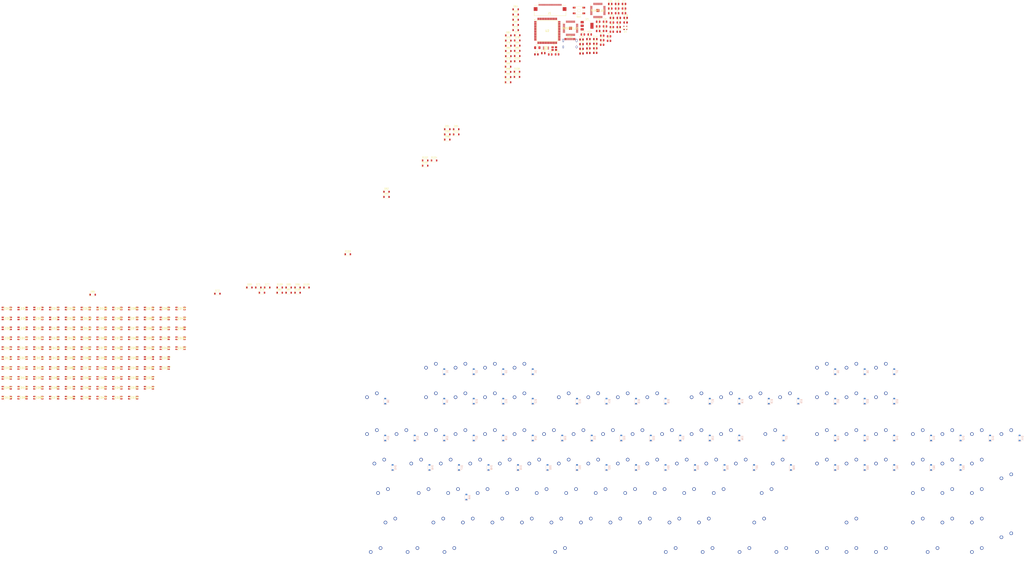
<source format=kicad_pcb>
(kicad_pcb (version 20171130) (host pcbnew "(5.1.8)-1")
  (layers (0 F.Cu signal) (31 B.Cu signal) (34 B.Paste user) (35 F.Paste user) (36 B.SilkS user) (37 F.SilkS user) (38 B.Mask user) (39 F.Mask user) (44 Edge.Cuts user))
  (net 0 "")
  (net 1 "Net-(C1-Pad2)")
  (net 2 "Net-(C1-Pad1)")
  (net 3 "Net-(C2-Pad2)")
  (net 4 "Net-(C2-Pad1)")
  (net 5 +3V3)
  (net 6 GND)
  (net 7 "Net-(C5-Pad1)")
  (net 8 "Net-(C6-Pad2)")
  (net 9 "Net-(C12-Pad2)")
  (net 10 +5V)
  (net 11 XTAL1)
  (net 12 XTAL2)
  (net 13 "Net-(D1-Pad2)")
  (net 14 "Net-(D1-Pad1)")
  (net 15 "Net-(D2-Pad2)")
  (net 16 "Net-(D3-Pad2)")
  (net 17 "Net-(D4-Pad2)")
  (net 18 "Net-(D5-Pad2)")
  (net 19 "Net-(D6-Pad2)")
  (net 20 "Net-(D7-Pad2)")
  (net 21 "Net-(D8-Pad2)")
  (net 22 ROW1)
  (net 23 "Net-(D9-Pad2)")
  (net 24 "Net-(D10-Pad2)")
  (net 25 "Net-(D11-Pad2)")
  (net 26 "Net-(D12-Pad2)")
  (net 27 "Net-(D13-Pad2)")
  (net 28 "Net-(D14-Pad2)")
  (net 29 "Net-(D15-Pad2)")
  (net 30 "Net-(D16-Pad2)")
  (net 31 "Net-(D17-Pad2)")
  (net 32 "Net-(D18-Pad2)")
  (net 33 "Net-(D19-Pad2)")
  (net 34 "Net-(D20-Pad2)")
  (net 35 "Net-(D21-Pad2)")
  (net 36 "Net-(D22-Pad2)")
  (net 37 "Net-(D23-Pad2)")
  (net 38 "Net-(D24-Pad2)")
  (net 39 ROW3)
  (net 40 "Net-(D25-Pad2)")
  (net 41 "Net-(D26-Pad2)")
  (net 42 "Net-(D27-Pad2)")
  (net 43 "Net-(D28-Pad2)")
  (net 44 "Net-(D29-Pad2)")
  (net 45 "Net-(D30-Pad2)")
  (net 46 "Net-(D31-Pad2)")
  (net 47 "Net-(D32-Pad2)")
  (net 48 "Net-(D33-Pad2)")
  (net 49 "Net-(D34-Pad2)")
  (net 50 "Net-(D35-Pad2)")
  (net 51 "Net-(D36-Pad2)")
  (net 52 "Net-(D37-Pad2)")
  (net 53 "Net-(D38-Pad2)")
  (net 54 "Net-(D39-Pad2)")
  (net 55 "Net-(D40-Pad2)")
  (net 56 "Net-(D41-Pad2)")
  (net 57 "Net-(D42-Pad2)")
  (net 58 "Net-(D43-Pad2)")
  (net 59 "Net-(D44-Pad2)")
  (net 60 "Net-(D45-Pad2)")
  (net 61 ROW4)
  (net 62 "Net-(D46-Pad2)")
  (net 63 "Net-(D47-Pad2)")
  (net 64 "Net-(D48-Pad2)")
  (net 65 "Net-(D49-Pad2)")
  (net 66 "Net-(D50-Pad2)")
  (net 67 "Net-(D51-Pad2)")
  (net 68 "Net-(D52-Pad2)")
  (net 69 "Net-(D53-Pad2)")
  (net 70 "Net-(D54-Pad2)")
  (net 71 "Net-(D55-Pad2)")
  (net 72 "Net-(D56-Pad2)")
  (net 73 "Net-(D57-Pad2)")
  (net 74 "Net-(D58-Pad2)")
  (net 75 "Net-(D59-Pad2)")
  (net 76 "Net-(D60-Pad2)")
  (net 77 "Net-(D61-Pad2)")
  (net 78 "Net-(D62-Pad2)")
  (net 79 "Net-(D63-Pad2)")
  (net 80 "Net-(D64-Pad2)")
  (net 81 "Net-(D65-Pad2)")
  (net 82 "Net-(D66-Pad2)")
  (net 83 ROW5)
  (net 84 "Net-(D67-Pad2)")
  (net 85 "Net-(D68-Pad2)")
  (net 86 "Net-(D69-Pad2)")
  (net 87 "Net-(D70-Pad2)")
  (net 88 "Net-(D71-Pad2)")
  (net 89 "Net-(D72-Pad2)")
  (net 90 "Net-(D73-Pad2)")
  (net 91 "Net-(D74-Pad2)")
  (net 92 "Net-(D75-Pad2)")
  (net 93 "Net-(D76-Pad2)")
  (net 94 "Net-(D77-Pad2)")
  (net 95 "Net-(D78-Pad2)")
  (net 96 "Net-(D79-Pad2)")
  (net 97 "Net-(D80-Pad2)")
  (net 98 "Net-(D81-Pad2)")
  (net 99 "Net-(D82-Pad2)")
  (net 100 ROW6)
  (net 101 "Net-(D83-Pad2)")
  (net 102 "Net-(D84-Pad2)")
  (net 103 "Net-(D85-Pad2)")
  (net 104 "Net-(D86-Pad2)")
  (net 105 "Net-(D87-Pad2)")
  (net 106 "Net-(D88-Pad2)")
  (net 107 "Net-(D89-Pad2)")
  (net 108 "Net-(D90-Pad2)")
  (net 109 "Net-(D91-Pad2)")
  (net 110 "Net-(D92-Pad2)")
  (net 111 "Net-(D93-Pad2)")
  (net 112 "Net-(D94-Pad2)")
  (net 113 "Net-(D95-Pad2)")
  (net 114 "Net-(D96-Pad2)")
  (net 115 "Net-(D97-Pad2)")
  (net 116 "Net-(D98-Pad2)")
  (net 117 "Net-(D99-Pad2)")
  (net 118 ROW7)
  (net 119 "Net-(D100-Pad2)")
  (net 120 "Net-(D101-Pad2)")
  (net 121 "Net-(D102-Pad2)")
  (net 122 "Net-(D103-Pad2)")
  (net 123 "Net-(D104-Pad2)")
  (net 124 "Net-(D105-Pad2)")
  (net 125 "Net-(D106-Pad2)")
  (net 126 "Net-(D107-Pad2)")
  (net 127 "Net-(D108-Pad2)")
  (net 128 "Net-(D109-Pad2)")
  (net 129 "Net-(D110-Pad2)")
  (net 130 "Net-(D111-Pad2)")
  (net 131 VCC)
  (net 132 "Net-(J1-Pad26)")
  (net 133 SDA_3.3)
  (net 134 SCL_3.3)
  (net 135 RESET)
  (net 136 "Net-(J1-Pad7)")
  (net 137 SW10)
  (net 138 SW12)
  (net 139 CS1)
  (net 140 SW11)
  (net 141 CS2)
  (net 142 CS3)
  (net 143 CS4)
  (net 144 CS5)
  (net 145 CS6)
  (net 146 CS7)
  (net 147 CS8)
  (net 148 CS9)
  (net 149 CS10)
  (net 150 CS11)
  (net 151 CS12)
  (net 152 CS13)
  (net 153 CS14)
  (net 154 CS15)
  (net 155 CS16)
  (net 156 SW7)
  (net 157 SW9)
  (net 158 SW8)
  (net 159 SW4)
  (net 160 SW6)
  (net 161 SW5)
  (net 162 SW1)
  (net 163 SW3)
  (net 164 SW2)
  (net 165 SW22)
  (net 166 SW24)
  (net 167 CS17)
  (net 168 SW23)
  (net 169 CS18)
  (net 170 CS19)
  (net 171 CS20)
  (net 172 CS21)
  (net 173 CS22)
  (net 174 CS23)
  (net 175 CS24)
  (net 176 CS25)
  (net 177 CS26)
  (net 178 CS27)
  (net 179 SW19)
  (net 180 SW21)
  (net 181 SW20)
  (net 182 CS28)
  (net 183 SW16)
  (net 184 SW18)
  (net 185 SW17)
  (net 186 SW13)
  (net 187 SW15)
  (net 188 SW14)
  (net 189 "Net-(MASTER_U1-Pad47)")
  (net 190 "Net-(MASTER_U1-Pad46)")
  (net 191 "Net-(MASTER_U1-Pad45)")
  (net 192 "Net-(MASTER_U1-Pad40)")
  (net 193 "Net-(MASTER_U1-Pad36)")
  (net 194 "Net-(MASTER_U1-Pad35)")
  (net 195 "Net-(MASTER_U1-Pad1)")
  (net 196 COL10)
  (net 197 COL01)
  (net 198 COL02)
  (net 199 COL03)
  (net 200 COL04)
  (net 201 COL05)
  (net 202 COL06)
  (net 203 COL07)
  (net 204 COL08)
  (net 205 COL09)
  (net 206 COL14)
  (net 207 COL00)
  (net 208 COL15)
  (net 209 COL16)
  (net 210 COL13)
  (net 211 COL12)
  (net 212 COL11)
  (net 213 COL19)
  (net 214 COL20)
  (net 215 COL21)
  (net 216 COL22)
  (net 217 COL17)
  (net 218 "Net-(R2-Pad2)")
  (net 219 D-)
  (net 220 "Net-(R3-Pad2)")
  (net 221 D+)
  (net 222 "Net-(R4-Pad2)")
  (net 223 "Net-(R7-Pad2)")
  (net 224 "Net-(R8-Pad1)")
  (net 225 "Net-(R10-Pad2)")
  (net 226 SCL)
  (net 227 SDA)
  (net 228 "Net-(R13-Pad1)")
  (net 229 "Net-(R14-Pad1)")
  (net 230 "Net-(R15-Pad1)")
  (net 231 "Net-(SLAVE_U1-Pad45)")
  (net 232 "Net-(SLAVE_U1-Pad40)")
  (net 233 "Net-(SLAVE_U1-Pad36)")
  (net 234 "Net-(SLAVE_U1-Pad33)")
  (net 235 "Net-(SLAVE_U1-Pad32)")
  (net 236 "Net-(SLAVE_U1-Pad31)")
  (net 237 "Net-(SLAVE_U1-Pad30)")
  (net 238 "Net-(SLAVE_U1-Pad1)")
  (net 239 "Net-(U2-Pad62)")
  (net 240 COL23)
  (net 241 "Net-(U2-Pad56)")
  (net 242 "Net-(U2-Pad55)")
  (net 243 "Net-(U2-Pad54)")
  (net 244 "Net-(U2-Pad51)")
  (net 245 "Net-(U2-Pad50)")
  (net 246 "Net-(U2-Pad49)")
  (net 247 "Net-(U2-Pad48)")
  (net 248 "Net-(U2-Pad47)")
  (net 249 "Net-(U2-Pad46)")
  (net 250 "Net-(U2-Pad45)")
  (net 251 "Net-(U2-Pad44)")
  (net 252 "Net-(U2-Pad34)")
  (net 253 "Net-(U2-Pad33)")
  (net 254 ROW2)
  (net 255 ROW0)
  (net 256 COL18)
  (net 257 "Net-(USB1-Pad3)")
  (net 258 "Net-(USB1-Pad9)")
  (module MX_Only:MXOnly-2U-NoLED_Vertical (layer F.Cu) (at 585.7875 368.3)
    (fp_text reference MX_PENT1)
    (fp_text value MX-NoLED)
    (pad "" np_thru_hole circle (at -8.255 11.90625 270) (size 3.9878 3.9878) (drill 3.9878) (layers *.Cu *.Mask))
    (pad "" np_thru_hole circle (at -8.255 -11.90625 270) (size 3.9878 3.9878) (drill 3.9878) (layers *.Cu *.Mask))
    (pad "" np_thru_hole circle (at 6.985 11.90625 270) (size 3.048 3.048) (drill 3.048) (layers *.Cu *.Mask))
    (pad "" np_thru_hole circle (at 6.985 -11.90625 270) (size 3.048 3.048) (drill 3.048) (layers *.Cu *.Mask))
    (pad "" np_thru_hole circle (at 5.08 0 48.0996) (size 1.75 1.75) (drill 1.75) (layers *.Cu *.Mask))
    (pad "" np_thru_hole circle (at -5.08 0 48.0996) (size 1.75 1.75) (drill 1.75) (layers *.Cu *.Mask))
    (pad 1 thru_hole circle (at -3.81 -2.54) (size 2.25 2.25) (drill 1.47) (layers *.Cu B.Mask) (net 216 COL22))
    (pad "" np_thru_hole circle (at 0 0) (size 3.9878 3.9878) (drill 3.9878) (layers *.Cu *.Mask))
    (pad 2 thru_hole circle (at 2.54 -5.08) (size 2.25 2.25) (drill 1.47) (layers *.Cu B.Mask) (net 116 "Net-(D98-Pad2)"))
  )
  (module MX_Only:MXOnly-2U-NoLED_Vertical (layer F.Cu) (at 585.7875 330.2)
    (fp_text reference MX_P+1)
    (fp_text value MX-NoLED)
    (pad "" np_thru_hole circle (at -8.255 11.90625 270) (size 3.9878 3.9878) (drill 3.9878) (layers *.Cu *.Mask))
    (pad "" np_thru_hole circle (at -8.255 -11.90625 270) (size 3.9878 3.9878) (drill 3.9878) (layers *.Cu *.Mask))
    (pad "" np_thru_hole circle (at 6.985 11.90625 270) (size 3.048 3.048) (drill 3.048) (layers *.Cu *.Mask))
    (pad "" np_thru_hole circle (at 6.985 -11.90625 270) (size 3.048 3.048) (drill 3.048) (layers *.Cu *.Mask))
    (pad "" np_thru_hole circle (at 5.08 0 48.0996) (size 1.75 1.75) (drill 1.75) (layers *.Cu *.Mask))
    (pad "" np_thru_hole circle (at -5.08 0 48.0996) (size 1.75 1.75) (drill 1.75) (layers *.Cu *.Mask))
    (pad 1 thru_hole circle (at -3.81 -2.54) (size 2.25 2.25) (drill 1.47) (layers *.Cu B.Mask) (net 216 COL22))
    (pad "" np_thru_hole circle (at 0 0) (size 3.9878 3.9878) (drill 3.9878) (layers *.Cu *.Mask))
    (pad 2 thru_hole circle (at 2.54 -5.08) (size 2.25 2.25) (drill 1.47) (layers *.Cu B.Mask) (net 81 "Net-(D65-Pad2)"))
  )
  (module MX_Only:MXOnly-1U-NoLED (layer F.Cu) (at 504.825 377.825)
    (fp_text reference MX_RGHT1)
    (fp_text value MX-NoLED)
    (pad 2 thru_hole circle (at 2.54 -5.08) (size 2.25 2.25) (drill 1.47) (layers *.Cu B.Mask) (net 128 "Net-(D109-Pad2)"))
    (pad "" np_thru_hole circle (at 0 0) (size 3.9878 3.9878) (drill 3.9878) (layers *.Cu *.Mask))
    (pad 1 thru_hole circle (at -3.81 -2.54) (size 2.25 2.25) (drill 1.47) (layers *.Cu B.Mask) (net 217 COL17))
    (pad "" np_thru_hole circle (at -5.08 0 48.0996) (size 1.75 1.75) (drill 1.75) (layers *.Cu *.Mask))
    (pad "" np_thru_hole circle (at 5.08 0 48.0996) (size 1.75 1.75) (drill 1.75) (layers *.Cu *.Mask))
  )
  (module MX_Only:MXOnly-1.25U-NoLED (layer F.Cu) (at 440.53125 377.825)
    (fp_text reference MX_RCTL1)
    (fp_text value MX-NoLED)
    (pad 2 thru_hole circle (at 2.54 -5.08) (size 2.25 2.25) (drill 1.47) (layers *.Cu B.Mask) (net 125 "Net-(D106-Pad2)"))
    (pad "" np_thru_hole circle (at 0 0) (size 3.9878 3.9878) (drill 3.9878) (layers *.Cu *.Mask))
    (pad 1 thru_hole circle (at -3.81 -2.54) (size 2.25 2.25) (drill 1.47) (layers *.Cu B.Mask) (net 206 COL14))
    (pad "" np_thru_hole circle (at -5.08 0 48.0996) (size 1.75 1.75) (drill 1.75) (layers *.Cu *.Mask))
    (pad "" np_thru_hole circle (at 5.08 0 48.0996) (size 1.75 1.75) (drill 1.75) (layers *.Cu *.Mask))
  )
  (module random-keyboard-parts:SKQG-1155865 (layer F.Cu) (at 309.2375 25.3775)
    (fp_text reference SW1 (at 0 4.064) (layer F.SilkS))
    (fp_text value SW_Push)
    (pad 4 smd rect (at -3.1 1.85) (size 1.8 1.1) (layers F.Cu F.Paste F.Mask))
    (pad 3 smd rect (at 3.1 -1.85) (size 1.8 1.1) (layers F.Cu F.Paste F.Mask))
    (pad 2 smd rect (at -3.1 -1.85) (size 1.8 1.1) (layers F.Cu F.Paste F.Mask) (net 135 RESET))
    (pad 1 smd rect (at 3.1 1.85) (size 1.8 1.1) (layers F.Cu F.Paste F.Mask) (net 6 GND))
  )
  (module Crystal:Crystal_SMD_3225-4Pin_3.2x2.5mm (layer F.Cu) (at 293.3225 50.0025)
    (fp_text reference Y1 (at 0 -2.45) (layer F.SilkS))
    (fp_text value 16MHz)
    (pad 4 smd rect (at -1.1 -0.85) (size 1.4 1.2) (layers F.Cu F.Paste F.Mask) (net 6 GND))
    (pad 3 smd rect (at 1.1 -0.85) (size 1.4 1.2) (layers F.Cu F.Paste F.Mask) (net 12 XTAL2))
    (pad 2 smd rect (at 1.1 0.85) (size 1.4 1.2) (layers F.Cu F.Paste F.Mask) (net 6 GND))
    (pad 1 smd rect (at -1.1 0.85) (size 1.4 1.2) (layers F.Cu F.Paste F.Mask) (net 11 XTAL1))
  )
  (module Type-C:HRO-TYPE-C-31-M-12 (layer F.Cu) (at 303.357499 51.547499)
    (fp_text reference USB1 (at 0 -9.25) (layer F.SilkS))
    (fp_text value HRO-TYPE-C-31-M-12)
    (pad 12 smd rect (at 3.225 -7.695) (size 0.6 1.45) (layers F.Cu F.Paste F.Mask) (net 6 GND))
    (pad 1 smd rect (at -3.225 -7.695) (size 0.6 1.45) (layers F.Cu F.Paste F.Mask) (net 6 GND))
    (pad 11 smd rect (at 2.45 -7.695) (size 0.6 1.45) (layers F.Cu F.Paste F.Mask) (net 131 VCC))
    (pad 2 smd rect (at -2.45 -7.695) (size 0.6 1.45) (layers F.Cu F.Paste F.Mask) (net 131 VCC))
    (pad 3 smd rect (at -1.75 -7.695) (size 0.3 1.45) (layers F.Cu F.Paste F.Mask) (net 257 "Net-(USB1-Pad3)"))
    (pad 10 smd rect (at 1.75 -7.695) (size 0.3 1.45) (layers F.Cu F.Paste F.Mask) (net 223 "Net-(R7-Pad2)"))
    (pad 4 smd rect (at -1.25 -7.695) (size 0.3 1.45) (layers F.Cu F.Paste F.Mask) (net 222 "Net-(R4-Pad2)"))
    (pad 9 smd rect (at 1.25 -7.695) (size 0.3 1.45) (layers F.Cu F.Paste F.Mask) (net 258 "Net-(USB1-Pad9)"))
    (pad 5 smd rect (at -0.75 -7.695) (size 0.3 1.45) (layers F.Cu F.Paste F.Mask) (net 218 "Net-(R2-Pad2)"))
    (pad 8 smd rect (at 0.75 -7.695) (size 0.3 1.45) (layers F.Cu F.Paste F.Mask) (net 220 "Net-(R3-Pad2)"))
    (pad 7 smd rect (at 0.25 -7.695) (size 0.3 1.45) (layers F.Cu F.Paste F.Mask) (net 218 "Net-(R2-Pad2)"))
    (pad 6 smd rect (at -0.25 -7.695) (size 0.3 1.45) (layers F.Cu F.Paste F.Mask) (net 220 "Net-(R3-Pad2)"))
    (pad "" np_thru_hole circle (at 2.89 -6.25) (size 0.65 0.65) (drill 0.65) (layers *.Cu *.Mask))
    (pad "" np_thru_hole circle (at -2.89 -6.25) (size 0.65 0.65) (drill 0.65) (layers *.Cu *.Mask))
    (pad 13 thru_hole oval (at -4.32 -6.78) (size 1 2.1) (drill oval 0.6 1.7) (layers *.Cu B.Mask) (net 6 GND))
    (pad 13 thru_hole oval (at 4.32 -6.78) (size 1 2.1) (drill oval 0.6 1.7) (layers *.Cu B.Mask) (net 6 GND))
    (pad 13 thru_hole oval (at -4.32 -2.6) (size 1 1.6) (drill oval 0.6 1.2) (layers *.Cu B.Mask) (net 6 GND))
    (pad 13 thru_hole oval (at 4.32 -2.6) (size 1 1.6) (drill oval 0.6 1.2) (layers *.Cu B.Mask) (net 6 GND))
  )
  (module Package_TO_SOT_SMD:SOT-223-3_TabPin2 (layer F.Cu) (at 314.4625 35.2525)
    (fp_text reference U4 (at 0 -4.5) (layer F.SilkS))
    (fp_text value AP1117-33)
    (pad 1 smd rect (at -3.15 -2.3) (size 2 1.5) (layers F.Cu F.Paste F.Mask) (net 6 GND))
    (pad 3 smd rect (at -3.15 2.3) (size 2 1.5) (layers F.Cu F.Paste F.Mask) (net 10 +5V))
    (pad 2 smd rect (at -3.15 0) (size 2 1.5) (layers F.Cu F.Paste F.Mask) (net 5 +3V3))
    (pad 2 smd rect (at 3.15 0) (size 2 3.8) (layers F.Cu F.Paste F.Mask) (net 5 +3V3))
  )
  (module SamacSys_Parts:SOP50P310X90-8N (layer F.Cu) (at 287.9225 49.6275)
    (fp_text reference U3 (at 0 0) (layer F.SilkS) (effects (font (size 1.27 1.27) (thickness 0.254))))
    (fp_text value PCA9306 hide)
    (pad 8 smd rect (at 1.575 -0.75 90) (size 0.3 0.85) (layers F.Cu F.Paste F.Mask) (net 225 "Net-(R10-Pad2)"))
    (pad 7 smd rect (at 1.575 -0.25 90) (size 0.3 0.85) (layers F.Cu F.Paste F.Mask) (net 225 "Net-(R10-Pad2)"))
    (pad 6 smd rect (at 1.575 0.25 90) (size 0.3 0.85) (layers F.Cu F.Paste F.Mask) (net 134 SCL_3.3))
    (pad 5 smd rect (at 1.575 0.75 90) (size 0.3 0.85) (layers F.Cu F.Paste F.Mask) (net 133 SDA_3.3))
    (pad 4 smd rect (at -1.575 0.75 90) (size 0.3 0.85) (layers F.Cu F.Paste F.Mask) (net 227 SDA))
    (pad 3 smd rect (at -1.575 0.25 90) (size 0.3 0.85) (layers F.Cu F.Paste F.Mask) (net 226 SCL))
    (pad 2 smd rect (at -1.575 -0.25 90) (size 0.3 0.85) (layers F.Cu F.Paste F.Mask) (net 10 +5V))
    (pad 1 smd rect (at -1.575 -0.75 90) (size 0.3 0.85) (layers F.Cu F.Paste F.Mask) (net 6 GND))
  )
  (module SamacSys_Parts:QFP80P1600X1600X120-64N (layer F.Cu) (at 288.7875 38.5275)
    (fp_text reference U2 (at 0 0) (layer F.SilkS) (effects (font (size 1.27 1.27) (thickness 0.254))))
    (fp_text value AT90USB1286-AU hide)
    (pad 64 smd rect (at -6 -7.738) (size 0.6 1.475) (layers F.Cu F.Paste F.Mask) (net 10 +5V))
    (pad 63 smd rect (at -5.2 -7.738) (size 0.6 1.475) (layers F.Cu F.Paste F.Mask) (net 6 GND))
    (pad 62 smd rect (at -4.4 -7.738) (size 0.6 1.475) (layers F.Cu F.Paste F.Mask) (net 239 "Net-(U2-Pad62)"))
    (pad 61 smd rect (at -3.6 -7.738) (size 0.6 1.475) (layers F.Cu F.Paste F.Mask) (net 213 COL19))
    (pad 60 smd rect (at -2.8 -7.738) (size 0.6 1.475) (layers F.Cu F.Paste F.Mask) (net 214 COL20))
    (pad 59 smd rect (at -2 -7.738) (size 0.6 1.475) (layers F.Cu F.Paste F.Mask) (net 215 COL21))
    (pad 58 smd rect (at -1.2 -7.738) (size 0.6 1.475) (layers F.Cu F.Paste F.Mask) (net 216 COL22))
    (pad 57 smd rect (at -0.4 -7.738) (size 0.6 1.475) (layers F.Cu F.Paste F.Mask) (net 240 COL23))
    (pad 56 smd rect (at 0.4 -7.738) (size 0.6 1.475) (layers F.Cu F.Paste F.Mask) (net 241 "Net-(U2-Pad56)"))
    (pad 55 smd rect (at 1.2 -7.738) (size 0.6 1.475) (layers F.Cu F.Paste F.Mask) (net 242 "Net-(U2-Pad55)"))
    (pad 54 smd rect (at 2 -7.738) (size 0.6 1.475) (layers F.Cu F.Paste F.Mask) (net 243 "Net-(U2-Pad54)"))
    (pad 53 smd rect (at 2.8 -7.738) (size 0.6 1.475) (layers F.Cu F.Paste F.Mask) (net 6 GND))
    (pad 52 smd rect (at 3.6 -7.738) (size 0.6 1.475) (layers F.Cu F.Paste F.Mask) (net 10 +5V))
    (pad 51 smd rect (at 4.4 -7.738) (size 0.6 1.475) (layers F.Cu F.Paste F.Mask) (net 244 "Net-(U2-Pad51)"))
    (pad 50 smd rect (at 5.2 -7.738) (size 0.6 1.475) (layers F.Cu F.Paste F.Mask) (net 245 "Net-(U2-Pad50)"))
    (pad 49 smd rect (at 6 -7.738) (size 0.6 1.475) (layers F.Cu F.Paste F.Mask) (net 246 "Net-(U2-Pad49)"))
    (pad 48 smd rect (at 7.738 -6 90) (size 0.6 1.475) (layers F.Cu F.Paste F.Mask) (net 247 "Net-(U2-Pad48)"))
    (pad 47 smd rect (at 7.738 -5.2 90) (size 0.6 1.475) (layers F.Cu F.Paste F.Mask) (net 248 "Net-(U2-Pad47)"))
    (pad 46 smd rect (at 7.738 -4.4 90) (size 0.6 1.475) (layers F.Cu F.Paste F.Mask) (net 249 "Net-(U2-Pad46)"))
    (pad 45 smd rect (at 7.738 -3.6 90) (size 0.6 1.475) (layers F.Cu F.Paste F.Mask) (net 250 "Net-(U2-Pad45)"))
    (pad 44 smd rect (at 7.738 -2.8 90) (size 0.6 1.475) (layers F.Cu F.Paste F.Mask) (net 251 "Net-(U2-Pad44)"))
    (pad 43 smd rect (at 7.738 -2 90) (size 0.6 1.475) (layers F.Cu F.Paste F.Mask) (net 224 "Net-(R8-Pad1)"))
    (pad 42 smd rect (at 7.738 -1.2 90) (size 0.6 1.475) (layers F.Cu F.Paste F.Mask) (net 203 COL07))
    (pad 41 smd rect (at 7.738 -0.4 90) (size 0.6 1.475) (layers F.Cu F.Paste F.Mask) (net 202 COL06))
    (pad 40 smd rect (at 7.738 0.4 90) (size 0.6 1.475) (layers F.Cu F.Paste F.Mask) (net 201 COL05))
    (pad 39 smd rect (at 7.738 1.2 90) (size 0.6 1.475) (layers F.Cu F.Paste F.Mask) (net 200 COL04))
    (pad 38 smd rect (at 7.738 2 90) (size 0.6 1.475) (layers F.Cu F.Paste F.Mask) (net 199 COL03))
    (pad 37 smd rect (at 7.738 2.8 90) (size 0.6 1.475) (layers F.Cu F.Paste F.Mask) (net 198 COL02))
    (pad 36 smd rect (at 7.738 3.6 90) (size 0.6 1.475) (layers F.Cu F.Paste F.Mask) (net 197 COL01))
    (pad 35 smd rect (at 7.738 4.4 90) (size 0.6 1.475) (layers F.Cu F.Paste F.Mask) (net 207 COL00))
    (pad 34 smd rect (at 7.738 5.2 90) (size 0.6 1.475) (layers F.Cu F.Paste F.Mask) (net 252 "Net-(U2-Pad34)"))
    (pad 33 smd rect (at 7.738 6 90) (size 0.6 1.475) (layers F.Cu F.Paste F.Mask) (net 253 "Net-(U2-Pad33)"))
    (pad 32 smd rect (at 6 7.738) (size 0.6 1.475) (layers F.Cu F.Paste F.Mask) (net 210 COL13))
    (pad 31 smd rect (at 5.2 7.738) (size 0.6 1.475) (layers F.Cu F.Paste F.Mask) (net 211 COL12))
    (pad 30 smd rect (at 4.4 7.738) (size 0.6 1.475) (layers F.Cu F.Paste F.Mask) (net 212 COL11))
    (pad 29 smd rect (at 3.6 7.738) (size 0.6 1.475) (layers F.Cu F.Paste F.Mask) (net 196 COL10))
    (pad 28 smd rect (at 2.8 7.738) (size 0.6 1.475) (layers F.Cu F.Paste F.Mask) (net 205 COL09))
    (pad 27 smd rect (at 2 7.738) (size 0.6 1.475) (layers F.Cu F.Paste F.Mask) (net 204 COL08))
    (pad 26 smd rect (at 1.2 7.738) (size 0.6 1.475) (layers F.Cu F.Paste F.Mask) (net 227 SDA))
    (pad 25 smd rect (at 0.4 7.738) (size 0.6 1.475) (layers F.Cu F.Paste F.Mask) (net 226 SCL))
    (pad 24 smd rect (at -0.4 7.738) (size 0.6 1.475) (layers F.Cu F.Paste F.Mask) (net 11 XTAL1))
    (pad 23 smd rect (at -1.2 7.738) (size 0.6 1.475) (layers F.Cu F.Paste F.Mask) (net 12 XTAL2))
    (pad 22 smd rect (at -2 7.738) (size 0.6 1.475) (layers F.Cu F.Paste F.Mask) (net 6 GND))
    (pad 21 smd rect (at -2.8 7.738) (size 0.6 1.475) (layers F.Cu F.Paste F.Mask) (net 10 +5V))
    (pad 20 smd rect (at -3.6 7.738) (size 0.6 1.475) (layers F.Cu F.Paste F.Mask) (net 135 RESET))
    (pad 19 smd rect (at -4.4 7.738) (size 0.6 1.475) (layers F.Cu F.Paste F.Mask) (net 209 COL16))
    (pad 18 smd rect (at -5.2 7.738) (size 0.6 1.475) (layers F.Cu F.Paste F.Mask) (net 208 COL15))
    (pad 17 smd rect (at -6 7.738) (size 0.6 1.475) (layers F.Cu F.Paste F.Mask) (net 118 ROW7))
    (pad 16 smd rect (at -7.738 6 90) (size 0.6 1.475) (layers F.Cu F.Paste F.Mask) (net 100 ROW6))
    (pad 15 smd rect (at -7.738 5.2 90) (size 0.6 1.475) (layers F.Cu F.Paste F.Mask) (net 83 ROW5))
    (pad 14 smd rect (at -7.738 4.4 90) (size 0.6 1.475) (layers F.Cu F.Paste F.Mask) (net 61 ROW4))
    (pad 13 smd rect (at -7.738 3.6 90) (size 0.6 1.475) (layers F.Cu F.Paste F.Mask) (net 39 ROW3))
    (pad 12 smd rect (at -7.738 2.8 90) (size 0.6 1.475) (layers F.Cu F.Paste F.Mask) (net 254 ROW2))
    (pad 11 smd rect (at -7.738 2 90) (size 0.6 1.475) (layers F.Cu F.Paste F.Mask) (net 22 ROW1))
    (pad 10 smd rect (at -7.738 1.2 90) (size 0.6 1.475) (layers F.Cu F.Paste F.Mask) (net 255 ROW0))
    (pad 9 smd rect (at -7.738 0.4 90) (size 0.6 1.475) (layers F.Cu F.Paste F.Mask) (net 206 COL14))
    (pad 8 smd rect (at -7.738 -0.4 90) (size 0.6 1.475) (layers F.Cu F.Paste F.Mask) (net 10 +5V))
    (pad 7 smd rect (at -7.738 -1.2 90) (size 0.6 1.475) (layers F.Cu F.Paste F.Mask) (net 7 "Net-(C5-Pad1)"))
    (pad 6 smd rect (at -7.738 -2 90) (size 0.6 1.475) (layers F.Cu F.Paste F.Mask) (net 6 GND))
    (pad 5 smd rect (at -7.738 -2.8 90) (size 0.6 1.475) (layers F.Cu F.Paste F.Mask) (net 221 D+))
    (pad 4 smd rect (at -7.738 -3.6 90) (size 0.6 1.475) (layers F.Cu F.Paste F.Mask) (net 219 D-))
    (pad 3 smd rect (at -7.738 -4.4 90) (size 0.6 1.475) (layers F.Cu F.Paste F.Mask) (net 10 +5V))
    (pad 2 smd rect (at -7.738 -5.2 90) (size 0.6 1.475) (layers F.Cu F.Paste F.Mask) (net 256 COL18))
    (pad 1 smd rect (at -7.738 -6 90) (size 0.6 1.475) (layers F.Cu F.Paste F.Mask) (net 217 COL17))
  )
  (module random-keyboard-parts:SOT143B (layer F.Cu) (at 339.1325 36.6425)
    (fp_text reference U1 (at 0 2.45) (layer F.SilkS))
    (fp_text value PRTR5V0U2X)
    (pad 1 smd rect (at -0.75 1) (size 1 0.7) (layers F.Cu F.Paste F.Mask) (net 6 GND))
    (pad 4 smd rect (at -0.95 -1) (size 0.6 0.7) (layers F.Cu F.Paste F.Mask) (net 131 VCC))
    (pad 2 smd rect (at 0.95 1) (size 0.6 0.7) (layers F.Cu F.Paste F.Mask) (net 220 "Net-(R3-Pad2)"))
    (pad 3 smd rect (at 0.95 -1) (size 0.6 0.7) (layers F.Cu F.Paste F.Mask) (net 218 "Net-(R2-Pad2)"))
  )
  (module SamacSys_Parts:QFP50P900X900X120-49N (layer F.Cu) (at 321.4375 25.3775)
    (fp_text reference SLAVE_U1 (at 0 0) (layer F.SilkS) (effects (font (size 1.27 1.27) (thickness 0.254))))
    (fp_text value IS31FL3733-TQ hide)
    (pad 49 smd rect (at 0 0) (size 2 2) (layers F.Cu F.Paste F.Mask) (net 6 GND))
    (pad 48 smd rect (at -2.75 -4.238) (size 0.3 1.475) (layers F.Cu F.Paste F.Mask) (net 6 GND))
    (pad 47 smd rect (at -2.25 -4.238) (size 0.3 1.475) (layers F.Cu F.Paste F.Mask) (net 229 "Net-(R14-Pad1)"))
    (pad 46 smd rect (at -1.75 -4.238) (size 0.3 1.475) (layers F.Cu F.Paste F.Mask) (net 228 "Net-(R13-Pad1)"))
    (pad 45 smd rect (at -1.25 -4.238) (size 0.3 1.475) (layers F.Cu F.Paste F.Mask) (net 231 "Net-(SLAVE_U1-Pad45)"))
    (pad 44 smd rect (at -0.75 -4.238) (size 0.3 1.475) (layers F.Cu F.Paste F.Mask) (net 6 GND))
    (pad 43 smd rect (at -0.25 -4.238) (size 0.3 1.475) (layers F.Cu F.Paste F.Mask) (net 10 +5V))
    (pad 42 smd rect (at 0.25 -4.238) (size 0.3 1.475) (layers F.Cu F.Paste F.Mask) (net 134 SCL_3.3))
    (pad 41 smd rect (at 0.75 -4.238) (size 0.3 1.475) (layers F.Cu F.Paste F.Mask) (net 133 SDA_3.3))
    (pad 40 smd rect (at 1.25 -4.238) (size 0.3 1.475) (layers F.Cu F.Paste F.Mask) (net 232 "Net-(SLAVE_U1-Pad40)"))
    (pad 39 smd rect (at 1.75 -4.238) (size 0.3 1.475) (layers F.Cu F.Paste F.Mask) (net 10 +5V))
    (pad 38 smd rect (at 2.25 -4.238) (size 0.3 1.475) (layers F.Cu F.Paste F.Mask) (net 10 +5V))
    (pad 37 smd rect (at 2.75 -4.238) (size 0.3 1.475) (layers F.Cu F.Paste F.Mask) (net 10 +5V))
    (pad 36 smd rect (at 4.238 -2.75 90) (size 0.3 1.475) (layers F.Cu F.Paste F.Mask) (net 233 "Net-(SLAVE_U1-Pad36)"))
    (pad 35 smd rect (at 4.238 -2.25 90) (size 0.3 1.475) (layers F.Cu F.Paste F.Mask) (net 230 "Net-(R15-Pad1)"))
    (pad 34 smd rect (at 4.238 -1.75 90) (size 0.3 1.475) (layers F.Cu F.Paste F.Mask) (net 6 GND))
    (pad 33 smd rect (at 4.238 -1.25 90) (size 0.3 1.475) (layers F.Cu F.Paste F.Mask) (net 234 "Net-(SLAVE_U1-Pad33)"))
    (pad 32 smd rect (at 4.238 -0.75 90) (size 0.3 1.475) (layers F.Cu F.Paste F.Mask) (net 235 "Net-(SLAVE_U1-Pad32)"))
    (pad 31 smd rect (at 4.238 -0.25 90) (size 0.3 1.475) (layers F.Cu F.Paste F.Mask) (net 236 "Net-(SLAVE_U1-Pad31)"))
    (pad 30 smd rect (at 4.238 0.25 90) (size 0.3 1.475) (layers F.Cu F.Paste F.Mask) (net 237 "Net-(SLAVE_U1-Pad30)"))
    (pad 29 smd rect (at 4.238 0.75 90) (size 0.3 1.475) (layers F.Cu F.Paste F.Mask) (net 10 +5V))
    (pad 28 smd rect (at 4.238 1.25 90) (size 0.3 1.475) (layers F.Cu F.Paste F.Mask) (net 182 CS28))
    (pad 27 smd rect (at 4.238 1.75 90) (size 0.3 1.475) (layers F.Cu F.Paste F.Mask) (net 178 CS27))
    (pad 26 smd rect (at 4.238 2.25 90) (size 0.3 1.475) (layers F.Cu F.Paste F.Mask) (net 177 CS26))
    (pad 25 smd rect (at 4.238 2.75 90) (size 0.3 1.475) (layers F.Cu F.Paste F.Mask) (net 176 CS25))
    (pad 24 smd rect (at 2.75 4.238) (size 0.3 1.475) (layers F.Cu F.Paste F.Mask) (net 175 CS24))
    (pad 23 smd rect (at 2.25 4.238) (size 0.3 1.475) (layers F.Cu F.Paste F.Mask) (net 174 CS23))
    (pad 22 smd rect (at 1.75 4.238) (size 0.3 1.475) (layers F.Cu F.Paste F.Mask) (net 173 CS22))
    (pad 21 smd rect (at 1.25 4.238) (size 0.3 1.475) (layers F.Cu F.Paste F.Mask) (net 172 CS21))
    (pad 20 smd rect (at 0.75 4.238) (size 0.3 1.475) (layers F.Cu F.Paste F.Mask) (net 10 +5V))
    (pad 19 smd rect (at 0.25 4.238) (size 0.3 1.475) (layers F.Cu F.Paste F.Mask) (net 171 CS20))
    (pad 18 smd rect (at -0.25 4.238) (size 0.3 1.475) (layers F.Cu F.Paste F.Mask) (net 170 CS19))
    (pad 17 smd rect (at -0.75 4.238) (size 0.3 1.475) (layers F.Cu F.Paste F.Mask) (net 169 CS18))
    (pad 16 smd rect (at -1.25 4.238) (size 0.3 1.475) (layers F.Cu F.Paste F.Mask) (net 167 CS17))
    (pad 15 smd rect (at -1.75 4.238) (size 0.3 1.475) (layers F.Cu F.Paste F.Mask) (net 166 SW24))
    (pad 14 smd rect (at -2.25 4.238) (size 0.3 1.475) (layers F.Cu F.Paste F.Mask) (net 168 SW23))
    (pad 13 smd rect (at -2.75 4.238) (size 0.3 1.475) (layers F.Cu F.Paste F.Mask) (net 165 SW22))
    (pad 12 smd rect (at -4.238 2.75 90) (size 0.3 1.475) (layers F.Cu F.Paste F.Mask) (net 6 GND))
    (pad 11 smd rect (at -4.238 2.25 90) (size 0.3 1.475) (layers F.Cu F.Paste F.Mask) (net 180 SW21))
    (pad 10 smd rect (at -4.238 1.75 90) (size 0.3 1.475) (layers F.Cu F.Paste F.Mask) (net 181 SW20))
    (pad 9 smd rect (at -4.238 1.25 90) (size 0.3 1.475) (layers F.Cu F.Paste F.Mask) (net 179 SW19))
    (pad 8 smd rect (at -4.238 0.75 90) (size 0.3 1.475) (layers F.Cu F.Paste F.Mask) (net 184 SW18))
    (pad 7 smd rect (at -4.238 0.25 90) (size 0.3 1.475) (layers F.Cu F.Paste F.Mask) (net 185 SW17))
    (pad 6 smd rect (at -4.238 -0.25 90) (size 0.3 1.475) (layers F.Cu F.Paste F.Mask) (net 183 SW16))
    (pad 5 smd rect (at -4.238 -0.75 90) (size 0.3 1.475) (layers F.Cu F.Paste F.Mask) (net 6 GND))
    (pad 4 smd rect (at -4.238 -1.25 90) (size 0.3 1.475) (layers F.Cu F.Paste F.Mask) (net 187 SW15))
    (pad 3 smd rect (at -4.238 -1.75 90) (size 0.3 1.475) (layers F.Cu F.Paste F.Mask) (net 188 SW14))
    (pad 2 smd rect (at -4.238 -2.25 90) (size 0.3 1.475) (layers F.Cu F.Paste F.Mask) (net 186 SW13))
    (pad 1 smd rect (at -4.238 -2.75 90) (size 0.3 1.475) (layers F.Cu F.Paste F.Mask) (net 238 "Net-(SLAVE_U1-Pad1)"))
  )
  (module Resistor_SMD:R_0805_2012Metric (layer F.Cu) (at 339.3925 30.1325)
    (fp_text reference R18 (at 0 -1.65) (layer F.SilkS))
    (fp_text value 20k)
    (pad 2 smd roundrect (at 0.9125 0) (size 1.025 1.4) (layers F.Cu F.Paste F.Mask) (roundrect_rratio 0.243902) (net 6 GND))
    (pad 1 smd roundrect (at -0.9125 0) (size 1.025 1.4) (layers F.Cu F.Paste F.Mask) (roundrect_rratio 0.243902) (net 194 "Net-(MASTER_U1-Pad35)"))
  )
  (module Resistor_SMD:R_0805_2012Metric (layer F.Cu) (at 330.4525 39.1025)
    (fp_text reference R17 (at 0 -1.65) (layer F.SilkS))
    (fp_text value 100k)
    (pad 2 smd roundrect (at 0.9125 0) (size 1.025 1.4) (layers F.Cu F.Paste F.Mask) (roundrect_rratio 0.243902) (net 6 GND))
    (pad 1 smd roundrect (at -0.9125 0) (size 1.025 1.4) (layers F.Cu F.Paste F.Mask) (roundrect_rratio 0.243902) (net 189 "Net-(MASTER_U1-Pad47)"))
  )
  (module Resistor_SMD:R_0805_2012Metric (layer F.Cu) (at 319.7825 49.8225)
    (fp_text reference R16 (at 0 -1.65) (layer F.SilkS))
    (fp_text value 10k)
    (pad 2 smd roundrect (at 0.9125 0) (size 1.025 1.4) (layers F.Cu F.Paste F.Mask) (roundrect_rratio 0.243902) (net 10 +5V))
    (pad 1 smd roundrect (at -0.9125 0) (size 1.025 1.4) (layers F.Cu F.Paste F.Mask) (roundrect_rratio 0.243902) (net 190 "Net-(MASTER_U1-Pad46)"))
  )
  (module Resistor_SMD:R_0805_2012Metric (layer F.Cu) (at 324.2325 44.5825)
    (fp_text reference R15 (at 0 -1.65) (layer F.SilkS))
    (fp_text value 20k)
    (pad 2 smd roundrect (at 0.9125 0) (size 1.025 1.4) (layers F.Cu F.Paste F.Mask) (roundrect_rratio 0.243902) (net 6 GND))
    (pad 1 smd roundrect (at -0.9125 0) (size 1.025 1.4) (layers F.Cu F.Paste F.Mask) (roundrect_rratio 0.243902) (net 230 "Net-(R15-Pad1)"))
  )
  (module Resistor_SMD:R_0805_2012Metric (layer F.Cu) (at 315.3325 52.8325)
    (fp_text reference R14 (at 0 -1.65) (layer F.SilkS))
    (fp_text value 100k)
    (pad 2 smd roundrect (at 0.9125 0) (size 1.025 1.4) (layers F.Cu F.Paste F.Mask) (roundrect_rratio 0.243902) (net 6 GND))
    (pad 1 smd roundrect (at -0.9125 0) (size 1.025 1.4) (layers F.Cu F.Paste F.Mask) (roundrect_rratio 0.243902) (net 229 "Net-(R14-Pad1)"))
  )
  (module Resistor_SMD:R_0805_2012Metric (layer F.Cu) (at 334.9425 33.1425)
    (fp_text reference R13 (at 0 -1.65) (layer F.SilkS))
    (fp_text value 10k)
    (pad 2 smd roundrect (at 0.9125 0) (size 1.025 1.4) (layers F.Cu F.Paste F.Mask) (roundrect_rratio 0.243902) (net 10 +5V))
    (pad 1 smd roundrect (at -0.9125 0) (size 1.025 1.4) (layers F.Cu F.Paste F.Mask) (roundrect_rratio 0.243902) (net 228 "Net-(R13-Pad1)"))
  )
  (module Resistor_SMD:R_0805_2012Metric (layer F.Cu) (at 334.8625 39.1025)
    (fp_text reference R12 (at 0 -1.65) (layer F.SilkS))
    (fp_text value 4.7k)
    (pad 2 smd roundrect (at 0.9125 0) (size 1.025 1.4) (layers F.Cu F.Paste F.Mask) (roundrect_rratio 0.243902) (net 227 SDA))
    (pad 1 smd roundrect (at -0.9125 0) (size 1.025 1.4) (layers F.Cu F.Paste F.Mask) (roundrect_rratio 0.243902) (net 10 +5V))
  )
  (module Resistor_SMD:R_0805_2012Metric (layer F.Cu) (at 324.2325 41.6325)
    (fp_text reference R11 (at 0 -1.65) (layer F.SilkS))
    (fp_text value 4.7k)
    (pad 2 smd roundrect (at 0.9125 0) (size 1.025 1.4) (layers F.Cu F.Paste F.Mask) (roundrect_rratio 0.243902) (net 226 SCL))
    (pad 1 smd roundrect (at -0.9125 0) (size 1.025 1.4) (layers F.Cu F.Paste F.Mask) (roundrect_rratio 0.243902) (net 10 +5V))
  )
  (module Resistor_SMD:R_0805_2012Metric (layer F.Cu) (at 319.7825 46.8725)
    (fp_text reference R10 (at 0 -1.65) (layer F.SilkS))
    (fp_text value 200k)
    (pad 2 smd roundrect (at 0.9125 0) (size 1.025 1.4) (layers F.Cu F.Paste F.Mask) (roundrect_rratio 0.243902) (net 225 "Net-(R10-Pad2)"))
    (pad 1 smd roundrect (at -0.9125 0) (size 1.025 1.4) (layers F.Cu F.Paste F.Mask) (roundrect_rratio 0.243902) (net 5 +3V3))
  )
  (module Resistor_SMD:R_0805_2012Metric (layer F.Cu) (at 330.4925 36.1525)
    (fp_text reference R9 (at 0 -1.65) (layer F.SilkS))
    (fp_text value 560K)
    (pad 2 smd roundrect (at 0.9125 0) (size 1.025 1.4) (layers F.Cu F.Paste F.Mask) (roundrect_rratio 0.243902) (net 6 GND))
    (pad 1 smd roundrect (at -0.9125 0) (size 1.025 1.4) (layers F.Cu F.Paste F.Mask) (roundrect_rratio 0.243902) (net 132 "Net-(J1-Pad26)"))
  )
  (module Resistor_SMD:R_0805_2012Metric (layer F.Cu) (at 315.3325 49.8825)
    (fp_text reference R8 (at 0 -1.65) (layer F.SilkS))
    (fp_text value 10k)
    (pad 2 smd roundrect (at 0.9125 0) (size 1.025 1.4) (layers F.Cu F.Paste F.Mask) (roundrect_rratio 0.243902) (net 6 GND))
    (pad 1 smd roundrect (at -0.9125 0) (size 1.025 1.4) (layers F.Cu F.Paste F.Mask) (roundrect_rratio 0.243902) (net 224 "Net-(R8-Pad1)"))
  )
  (module Resistor_SMD:R_0805_2012Metric (layer F.Cu) (at 326.0425 38.6225)
    (fp_text reference R7 (at 0 -1.65) (layer F.SilkS))
    (fp_text value 5.1k)
    (pad 2 smd roundrect (at 0.9125 0) (size 1.025 1.4) (layers F.Cu F.Paste F.Mask) (roundrect_rratio 0.243902) (net 223 "Net-(R7-Pad2)"))
    (pad 1 smd roundrect (at -0.9125 0) (size 1.025 1.4) (layers F.Cu F.Paste F.Mask) (roundrect_rratio 0.243902) (net 6 GND))
  )
  (module Resistor_SMD:R_0805_2012Metric (layer F.Cu) (at 334.9025 36.1525)
    (fp_text reference R6 (at 0 -1.65) (layer F.SilkS))
    (fp_text value 2.2k)
    (pad 2 smd roundrect (at 0.9125 0) (size 1.025 1.4) (layers F.Cu F.Paste F.Mask) (roundrect_rratio 0.243902) (net 5 +3V3))
    (pad 1 smd roundrect (at -0.9125 0) (size 1.025 1.4) (layers F.Cu F.Paste F.Mask) (roundrect_rratio 0.243902) (net 133 SDA_3.3))
  )
  (module Resistor_SMD:R_0805_2012Metric (layer F.Cu) (at 339.3525 33.1425)
    (fp_text reference R5 (at 0 -1.65) (layer F.SilkS))
    (fp_text value 2.2k)
    (pad 2 smd roundrect (at 0.9125 0) (size 1.025 1.4) (layers F.Cu F.Paste F.Mask) (roundrect_rratio 0.243902) (net 134 SCL_3.3))
    (pad 1 smd roundrect (at -0.9125 0) (size 1.025 1.4) (layers F.Cu F.Paste F.Mask) (roundrect_rratio 0.243902) (net 5 +3V3))
  )
  (module Resistor_SMD:R_0805_2012Metric (layer F.Cu) (at 324.1925 47.5325)
    (fp_text reference R4 (at 0 -1.65) (layer F.SilkS))
    (fp_text value 5.1k)
    (pad 2 smd roundrect (at 0.9125 0) (size 1.025 1.4) (layers F.Cu F.Paste F.Mask) (roundrect_rratio 0.243902) (net 222 "Net-(R4-Pad2)"))
    (pad 1 smd roundrect (at -0.9125 0) (size 1.025 1.4) (layers F.Cu F.Paste F.Mask) (roundrect_rratio 0.243902) (net 6 GND))
  )
  (module Resistor_SMD:R_0805_2012Metric (layer F.Cu) (at 319.7425 52.7725)
    (fp_text reference R3 (at 0 -1.65) (layer F.SilkS))
    (fp_text value 22)
    (pad 2 smd roundrect (at 0.9125 0) (size 1.025 1.4) (layers F.Cu F.Paste F.Mask) (roundrect_rratio 0.243902) (net 220 "Net-(R3-Pad2)"))
    (pad 1 smd roundrect (at -0.9125 0) (size 1.025 1.4) (layers F.Cu F.Paste F.Mask) (roundrect_rratio 0.243902) (net 221 D+))
  )
  (module Resistor_SMD:R_0805_2012Metric (layer F.Cu) (at 328.6425 42.0525)
    (fp_text reference R2 (at 0 -1.65) (layer F.SilkS))
    (fp_text value 22)
    (pad 2 smd roundrect (at 0.9125 0) (size 1.025 1.4) (layers F.Cu F.Paste F.Mask) (roundrect_rratio 0.243902) (net 218 "Net-(R2-Pad2)"))
    (pad 1 smd roundrect (at -0.9125 0) (size 1.025 1.4) (layers F.Cu F.Paste F.Mask) (roundrect_rratio 0.243902) (net 219 D-))
  )
  (module Resistor_SMD:R_0805_2012Metric (layer F.Cu) (at 328.6425 45.0025)
    (fp_text reference R1 (at 0 -1.65) (layer F.SilkS))
    (fp_text value 10k)
    (pad 2 smd roundrect (at 0.9125 0) (size 1.025 1.4) (layers F.Cu F.Paste F.Mask) (roundrect_rratio 0.243902) (net 135 RESET))
    (pad 1 smd roundrect (at -0.9125 0) (size 1.025 1.4) (layers F.Cu F.Paste F.Mask) (roundrect_rratio 0.243902) (net 10 +5V))
  )
  (module MX_Only:MXOnly-1U-NoLED (layer F.Cu) (at 219.075 358.775)
    (fp_text reference MX_Z1)
    (fp_text value MX-NoLED)
    (pad 2 thru_hole circle (at 2.54 -5.08) (size 2.25 2.25) (drill 1.47) (layers *.Cu B.Mask) (net 101 "Net-(D83-Pad2)"))
    (pad "" np_thru_hole circle (at 0 0) (size 3.9878 3.9878) (drill 3.9878) (layers *.Cu *.Mask))
    (pad 1 thru_hole circle (at -3.81 -2.54) (size 2.25 2.25) (drill 1.47) (layers *.Cu B.Mask) (net 198 COL02))
    (pad "" np_thru_hole circle (at -5.08 0 48.0996) (size 1.75 1.75) (drill 1.75) (layers *.Cu *.Mask))
    (pad "" np_thru_hole circle (at 5.08 0 48.0996) (size 1.75 1.75) (drill 1.75) (layers *.Cu *.Mask))
  )
  (module MX_Only:MXOnly-1U-NoLED (layer F.Cu) (at 300.0375 320.675)
    (fp_text reference MX_Y1)
    (fp_text value MX-NoLED)
    (pad 2 thru_hole circle (at 2.54 -5.08) (size 2.25 2.25) (drill 1.47) (layers *.Cu B.Mask) (net 67 "Net-(D51-Pad2)"))
    (pad "" np_thru_hole circle (at 0 0) (size 3.9878 3.9878) (drill 3.9878) (layers *.Cu *.Mask))
    (pad 1 thru_hole circle (at -3.81 -2.54) (size 2.25 2.25) (drill 1.47) (layers *.Cu B.Mask) (net 203 COL07))
    (pad "" np_thru_hole circle (at -5.08 0 48.0996) (size 1.75 1.75) (drill 1.75) (layers *.Cu *.Mask))
    (pad "" np_thru_hole circle (at 5.08 0 48.0996) (size 1.75 1.75) (drill 1.75) (layers *.Cu *.Mask))
  )
  (module MX_Only:MXOnly-1U-NoLED (layer F.Cu) (at 238.125 358.775)
    (fp_text reference MX_X1)
    (fp_text value MX-NoLED)
    (pad 2 thru_hole circle (at 2.54 -5.08) (size 2.25 2.25) (drill 1.47) (layers *.Cu B.Mask) (net 102 "Net-(D84-Pad2)"))
    (pad "" np_thru_hole circle (at 0 0) (size 3.9878 3.9878) (drill 3.9878) (layers *.Cu *.Mask))
    (pad 1 thru_hole circle (at -3.81 -2.54) (size 2.25 2.25) (drill 1.47) (layers *.Cu B.Mask) (net 199 COL03))
    (pad "" np_thru_hole circle (at -5.08 0 48.0996) (size 1.75 1.75) (drill 1.75) (layers *.Cu *.Mask))
    (pad "" np_thru_hole circle (at 5.08 0 48.0996) (size 1.75 1.75) (drill 1.75) (layers *.Cu *.Mask))
  )
  (module MX_Only:MXOnly-1U-NoLED (layer F.Cu) (at 223.8375 320.675)
    (fp_text reference MX_W1)
    (fp_text value MX-NoLED)
    (pad 2 thru_hole circle (at 2.54 -5.08) (size 2.25 2.25) (drill 1.47) (layers *.Cu B.Mask) (net 63 "Net-(D47-Pad2)"))
    (pad "" np_thru_hole circle (at 0 0) (size 3.9878 3.9878) (drill 3.9878) (layers *.Cu *.Mask))
    (pad 1 thru_hole circle (at -3.81 -2.54) (size 2.25 2.25) (drill 1.47) (layers *.Cu B.Mask) (net 199 COL03))
    (pad "" np_thru_hole circle (at -5.08 0 48.0996) (size 1.75 1.75) (drill 1.75) (layers *.Cu *.Mask))
    (pad "" np_thru_hole circle (at 5.08 0 48.0996) (size 1.75 1.75) (drill 1.75) (layers *.Cu *.Mask))
  )
  (module MX_Only:MXOnly-1U-NoLED (layer F.Cu) (at 485.775 258.7625)
    (fp_text reference MX_VOLD1)
    (fp_text value MX-NoLED)
    (pad 2 thru_hole circle (at 2.54 -5.08) (size 2.25 2.25) (drill 1.47) (layers *.Cu B.Mask) (net 19 "Net-(D6-Pad2)"))
    (pad "" np_thru_hole circle (at 0 0) (size 3.9878 3.9878) (drill 3.9878) (layers *.Cu *.Mask))
    (pad 1 thru_hole circle (at -3.81 -2.54) (size 2.25 2.25) (drill 1.47) (layers *.Cu B.Mask) (net 209 COL16))
    (pad "" np_thru_hole circle (at -5.08 0 48.0996) (size 1.75 1.75) (drill 1.75) (layers *.Cu *.Mask))
    (pad "" np_thru_hole circle (at 5.08 0 48.0996) (size 1.75 1.75) (drill 1.75) (layers *.Cu *.Mask))
  )
  (module MX_Only:MXOnly-1U-NoLED (layer F.Cu) (at 504.825 258.7625)
    (fp_text reference MX_VOLU1)
    (fp_text value MX-NoLED)
    (pad 2 thru_hole circle (at 2.54 -5.08) (size 2.25 2.25) (drill 1.47) (layers *.Cu B.Mask) (net 20 "Net-(D7-Pad2)"))
    (pad "" np_thru_hole circle (at 0 0) (size 3.9878 3.9878) (drill 3.9878) (layers *.Cu *.Mask))
    (pad 1 thru_hole circle (at -3.81 -2.54) (size 2.25 2.25) (drill 1.47) (layers *.Cu B.Mask) (net 217 COL17))
    (pad "" np_thru_hole circle (at -5.08 0 48.0996) (size 1.75 1.75) (drill 1.75) (layers *.Cu *.Mask))
    (pad "" np_thru_hole circle (at 5.08 0 48.0996) (size 1.75 1.75) (drill 1.75) (layers *.Cu *.Mask))
  )
  (module MX_Only:MXOnly-1U-NoLED (layer F.Cu) (at 276.225 358.775)
    (fp_text reference MX_V1)
    (fp_text value MX-NoLED)
    (pad 2 thru_hole circle (at 2.54 -5.08) (size 2.25 2.25) (drill 1.47) (layers *.Cu B.Mask) (net 104 "Net-(D86-Pad2)"))
    (pad "" np_thru_hole circle (at 0 0) (size 3.9878 3.9878) (drill 3.9878) (layers *.Cu *.Mask))
    (pad 1 thru_hole circle (at -3.81 -2.54) (size 2.25 2.25) (drill 1.47) (layers *.Cu B.Mask) (net 201 COL05))
    (pad "" np_thru_hole circle (at -5.08 0 48.0996) (size 1.75 1.75) (drill 1.75) (layers *.Cu *.Mask))
    (pad "" np_thru_hole circle (at 5.08 0 48.0996) (size 1.75 1.75) (drill 1.75) (layers *.Cu *.Mask))
  )
  (module MX_Only:MXOnly-1U-NoLED (layer F.Cu) (at 485.775 358.775)
    (fp_text reference MX_UP1)
    (fp_text value MX-NoLED)
    (pad 2 thru_hole circle (at 2.54 -5.08) (size 2.25 2.25) (drill 1.47) (layers *.Cu B.Mask) (net 112 "Net-(D94-Pad2)"))
    (pad "" np_thru_hole circle (at 0 0) (size 3.9878 3.9878) (drill 3.9878) (layers *.Cu *.Mask))
    (pad 1 thru_hole circle (at -3.81 -2.54) (size 2.25 2.25) (drill 1.47) (layers *.Cu B.Mask) (net 209 COL16))
    (pad "" np_thru_hole circle (at -5.08 0 48.0996) (size 1.75 1.75) (drill 1.75) (layers *.Cu *.Mask))
    (pad "" np_thru_hole circle (at 5.08 0 48.0996) (size 1.75 1.75) (drill 1.75) (layers *.Cu *.Mask))
  )
  (module MX_Only:MXOnly-1U-NoLED (layer F.Cu) (at 319.0875 320.675)
    (fp_text reference MX_U1)
    (fp_text value MX-NoLED)
    (pad 2 thru_hole circle (at 2.54 -5.08) (size 2.25 2.25) (drill 1.47) (layers *.Cu B.Mask) (net 68 "Net-(D52-Pad2)"))
    (pad "" np_thru_hole circle (at 0 0) (size 3.9878 3.9878) (drill 3.9878) (layers *.Cu *.Mask))
    (pad 1 thru_hole circle (at -3.81 -2.54) (size 2.25 2.25) (drill 1.47) (layers *.Cu B.Mask) (net 204 COL08))
    (pad "" np_thru_hole circle (at -5.08 0 48.0996) (size 1.75 1.75) (drill 1.75) (layers *.Cu *.Mask))
    (pad "" np_thru_hole circle (at 5.08 0 48.0996) (size 1.75 1.75) (drill 1.75) (layers *.Cu *.Mask))
  )
  (module MX_Only:MXOnly-1.5U-NoLED (layer F.Cu) (at 180.975 320.675)
    (fp_text reference MX_TAB1)
    (fp_text value MX-NoLED)
    (pad 2 thru_hole circle (at 2.54 -5.08) (size 2.25 2.25) (drill 1.47) (layers *.Cu B.Mask) (net 60 "Net-(D45-Pad2)"))
    (pad "" np_thru_hole circle (at 0 0) (size 3.9878 3.9878) (drill 3.9878) (layers *.Cu *.Mask))
    (pad 1 thru_hole circle (at -3.81 -2.54) (size 2.25 2.25) (drill 1.47) (layers *.Cu B.Mask) (net 207 COL00))
    (pad "" np_thru_hole circle (at -5.08 0 48.0996) (size 1.75 1.75) (drill 1.75) (layers *.Cu *.Mask))
    (pad "" np_thru_hole circle (at 5.08 0 48.0996) (size 1.75 1.75) (drill 1.75) (layers *.Cu *.Mask))
  )
  (module MX_Only:MXOnly-1U-NoLED (layer F.Cu) (at 280.9875 320.675)
    (fp_text reference MX_T1)
    (fp_text value MX-NoLED)
    (pad 2 thru_hole circle (at 2.54 -5.08) (size 2.25 2.25) (drill 1.47) (layers *.Cu B.Mask) (net 66 "Net-(D50-Pad2)"))
    (pad "" np_thru_hole circle (at 0 0) (size 3.9878 3.9878) (drill 3.9878) (layers *.Cu *.Mask))
    (pad 1 thru_hole circle (at -3.81 -2.54) (size 2.25 2.25) (drill 1.47) (layers *.Cu B.Mask) (net 202 COL06))
    (pad "" np_thru_hole circle (at -5.08 0 48.0996) (size 1.75 1.75) (drill 1.75) (layers *.Cu *.Mask))
    (pad "" np_thru_hole circle (at 5.08 0 48.0996) (size 1.75 1.75) (drill 1.75) (layers *.Cu *.Mask))
  )
  (module MX_Only:MXOnly-1U-NoLED (layer F.Cu) (at 233.3625 258.7625)
    (fp_text reference MX_STOP1)
    (fp_text value MX-NoLED)
    (pad 2 thru_hole circle (at 2.54 -5.08) (size 2.25 2.25) (drill 1.47) (layers *.Cu B.Mask) (net 15 "Net-(D2-Pad2)"))
    (pad "" np_thru_hole circle (at 0 0) (size 3.9878 3.9878) (drill 3.9878) (layers *.Cu *.Mask))
    (pad 1 thru_hole circle (at -3.81 -2.54) (size 2.25 2.25) (drill 1.47) (layers *.Cu B.Mask) (net 199 COL03))
    (pad "" np_thru_hole circle (at -5.08 0 48.0996) (size 1.75 1.75) (drill 1.75) (layers *.Cu *.Mask))
    (pad "" np_thru_hole circle (at 5.08 0 48.0996) (size 1.75 1.75) (drill 1.75) (layers *.Cu *.Mask))
  )
  (module MX_Only:MXOnly-6.25U-NoLED (layer F.Cu) (at 297.65625 377.825)
    (fp_text reference MX_SPC1)
    (fp_text value MX-NoLED)
    (pad 2 thru_hole circle (at 2.54 -5.08) (size 2.25 2.25) (drill 1.47) (layers *.Cu B.Mask) (net 121 "Net-(D102-Pad2)"))
    (pad "" np_thru_hole circle (at 0 0) (size 3.9878 3.9878) (drill 3.9878) (layers *.Cu *.Mask))
    (pad 1 thru_hole circle (at -3.81 -2.54) (size 2.25 2.25) (drill 1.47) (layers *.Cu B.Mask) (net 202 COL06))
    (pad "" np_thru_hole circle (at -5.08 0 48.0996) (size 1.75 1.75) (drill 1.75) (layers *.Cu *.Mask))
    (pad "" np_thru_hole circle (at 5.08 0 48.0996) (size 1.75 1.75) (drill 1.75) (layers *.Cu *.Mask))
    (pad "" np_thru_hole circle (at -49.9999 -6.985) (size 3.048 3.048) (drill 3.048) (layers *.Cu *.Mask))
    (pad "" np_thru_hole circle (at 49.9999 -6.985) (size 3.048 3.048) (drill 3.048) (layers *.Cu *.Mask))
    (pad "" np_thru_hole circle (at -49.9999 8.255) (size 3.9878 3.9878) (drill 3.9878) (layers *.Cu *.Mask))
    (pad "" np_thru_hole circle (at 49.9999 8.255) (size 3.9878 3.9878) (drill 3.9878) (layers *.Cu *.Mask))
  )
  (module MX_Only:MXOnly-1U-NoLED (layer F.Cu) (at 390.525 358.775)
    (fp_text reference MX_SLSH1)
    (fp_text value MX-NoLED)
    (pad 2 thru_hole circle (at 2.54 -5.08) (size 2.25 2.25) (drill 1.47) (layers *.Cu B.Mask) (net 110 "Net-(D92-Pad2)"))
    (pad "" np_thru_hole circle (at 0 0) (size 3.9878 3.9878) (drill 3.9878) (layers *.Cu *.Mask))
    (pad 1 thru_hole circle (at -3.81 -2.54) (size 2.25 2.25) (drill 1.47) (layers *.Cu B.Mask) (net 212 COL11))
    (pad "" np_thru_hole circle (at -5.08 0 48.0996) (size 1.75 1.75) (drill 1.75) (layers *.Cu *.Mask))
    (pad "" np_thru_hole circle (at 5.08 0 48.0996) (size 1.75 1.75) (drill 1.75) (layers *.Cu *.Mask))
  )
  (module MX_Only:MXOnly-1U-NoLED (layer F.Cu) (at 485.775 277.8125)
    (fp_text reference MX_SLCK1)
    (fp_text value MX-NoLED)
    (pad 2 thru_hole circle (at 2.54 -5.08) (size 2.25 2.25) (drill 1.47) (layers *.Cu B.Mask) (net 36 "Net-(D22-Pad2)"))
    (pad "" np_thru_hole circle (at 0 0) (size 3.9878 3.9878) (drill 3.9878) (layers *.Cu *.Mask))
    (pad 1 thru_hole circle (at -3.81 -2.54) (size 2.25 2.25) (drill 1.47) (layers *.Cu B.Mask) (net 209 COL16))
    (pad "" np_thru_hole circle (at -5.08 0 48.0996) (size 1.75 1.75) (drill 1.75) (layers *.Cu *.Mask))
    (pad "" np_thru_hole circle (at 5.08 0 48.0996) (size 1.75 1.75) (drill 1.75) (layers *.Cu *.Mask))
  )
  (module MX_Only:MXOnly-1U-NoLED (layer F.Cu) (at 381 339.725)
    (fp_text reference MX_SCLN1)
    (fp_text value MX-NoLED)
    (pad 2 thru_hole circle (at 2.54 -5.08) (size 2.25 2.25) (drill 1.47) (layers *.Cu B.Mask) (net 93 "Net-(D76-Pad2)"))
    (pad "" np_thru_hole circle (at 0 0) (size 3.9878 3.9878) (drill 3.9878) (layers *.Cu *.Mask))
    (pad 1 thru_hole circle (at -3.81 -2.54) (size 2.25 2.25) (drill 1.47) (layers *.Cu B.Mask) (net 212 COL11))
    (pad "" np_thru_hole circle (at -5.08 0 48.0996) (size 1.75 1.75) (drill 1.75) (layers *.Cu *.Mask))
    (pad "" np_thru_hole circle (at 5.08 0 48.0996) (size 1.75 1.75) (drill 1.75) (layers *.Cu *.Mask))
  )
  (module MX_Only:MXOnly-1U-NoLED (layer F.Cu) (at 228.6 339.725)
    (fp_text reference MX_S1)
    (fp_text value MX-NoLED)
    (pad 2 thru_hole circle (at 2.54 -5.08) (size 2.25 2.25) (drill 1.47) (layers *.Cu B.Mask) (net 85 "Net-(D68-Pad2)"))
    (pad "" np_thru_hole circle (at 0 0) (size 3.9878 3.9878) (drill 3.9878) (layers *.Cu *.Mask))
    (pad 1 thru_hole circle (at -3.81 -2.54) (size 2.25 2.25) (drill 1.47) (layers *.Cu B.Mask) (net 199 COL03))
    (pad "" np_thru_hole circle (at -5.08 0 48.0996) (size 1.75 1.75) (drill 1.75) (layers *.Cu *.Mask))
    (pad "" np_thru_hole circle (at 5.08 0 48.0996) (size 1.75 1.75) (drill 1.75) (layers *.Cu *.Mask))
  )
  (module MX_Only:MXOnly-2.75U-NoLED (layer F.Cu) (at 426.24375 358.775)
    (fp_text reference MX_RSFT1)
    (fp_text value MX-NoLED)
    (pad 2 thru_hole circle (at 2.54 -5.08) (size 2.25 2.25) (drill 1.47) (layers *.Cu B.Mask) (net 111 "Net-(D93-Pad2)"))
    (pad "" np_thru_hole circle (at 0 0) (size 3.9878 3.9878) (drill 3.9878) (layers *.Cu *.Mask))
    (pad 1 thru_hole circle (at -3.81 -2.54) (size 2.25 2.25) (drill 1.47) (layers *.Cu B.Mask) (net 210 COL13))
    (pad "" np_thru_hole circle (at -5.08 0 48.0996) (size 1.75 1.75) (drill 1.75) (layers *.Cu *.Mask))
    (pad "" np_thru_hole circle (at 5.08 0 48.0996) (size 1.75 1.75) (drill 1.75) (layers *.Cu *.Mask))
    (pad "" np_thru_hole circle (at -11.90625 -6.985) (size 3.048 3.048) (drill 3.048) (layers *.Cu *.Mask))
    (pad "" np_thru_hole circle (at 11.90625 -6.985) (size 3.048 3.048) (drill 3.048) (layers *.Cu *.Mask))
    (pad "" np_thru_hole circle (at -11.90625 8.255) (size 3.9878 3.9878) (drill 3.9878) (layers *.Cu *.Mask))
    (pad "" np_thru_hole circle (at 11.90625 8.255) (size 3.9878 3.9878) (drill 3.9878) (layers *.Cu *.Mask))
  )
  (module MX_Only:MXOnly-1.25U-NoLED (layer F.Cu) (at 392.90625 377.825)
    (fp_text reference MX_RGUI1)
    (fp_text value MX-NoLED)
    (pad 2 thru_hole circle (at 2.54 -5.08) (size 2.25 2.25) (drill 1.47) (layers *.Cu B.Mask) (net 123 "Net-(D104-Pad2)"))
    (pad "" np_thru_hole circle (at 0 0) (size 3.9878 3.9878) (drill 3.9878) (layers *.Cu *.Mask))
    (pad 1 thru_hole circle (at -3.81 -2.54) (size 2.25 2.25) (drill 1.47) (layers *.Cu B.Mask) (net 212 COL11))
    (pad "" np_thru_hole circle (at -5.08 0 48.0996) (size 1.75 1.75) (drill 1.75) (layers *.Cu *.Mask))
    (pad "" np_thru_hole circle (at 5.08 0 48.0996) (size 1.75 1.75) (drill 1.75) (layers *.Cu *.Mask))
  )
  (module MX_Only:MXOnly-1U-NoLED (layer F.Cu) (at 414.3375 320.675)
    (fp_text reference MX_RBRC1)
    (fp_text value MX-NoLED)
    (pad 2 thru_hole circle (at 2.54 -5.08) (size 2.25 2.25) (drill 1.47) (layers *.Cu B.Mask) (net 73 "Net-(D57-Pad2)"))
    (pad "" np_thru_hole circle (at 0 0) (size 3.9878 3.9878) (drill 3.9878) (layers *.Cu *.Mask))
    (pad 1 thru_hole circle (at -3.81 -2.54) (size 2.25 2.25) (drill 1.47) (layers *.Cu B.Mask) (net 210 COL13))
    (pad "" np_thru_hole circle (at -5.08 0 48.0996) (size 1.75 1.75) (drill 1.75) (layers *.Cu *.Mask))
    (pad "" np_thru_hole circle (at 5.08 0 48.0996) (size 1.75 1.75) (drill 1.75) (layers *.Cu *.Mask))
  )
  (module MX_Only:MXOnly-1.25U-NoLED (layer F.Cu) (at 369.09375 377.825)
    (fp_text reference MX_RALT1)
    (fp_text value MX-NoLED)
    (pad 2 thru_hole circle (at 2.54 -5.08) (size 2.25 2.25) (drill 1.47) (layers *.Cu B.Mask) (net 122 "Net-(D103-Pad2)"))
    (pad "" np_thru_hole circle (at 0 0) (size 3.9878 3.9878) (drill 3.9878) (layers *.Cu *.Mask))
    (pad 1 thru_hole circle (at -3.81 -2.54) (size 2.25 2.25) (drill 1.47) (layers *.Cu B.Mask) (net 196 COL10))
    (pad "" np_thru_hole circle (at -5.08 0 48.0996) (size 1.75 1.75) (drill 1.75) (layers *.Cu *.Mask))
    (pad "" np_thru_hole circle (at 5.08 0 48.0996) (size 1.75 1.75) (drill 1.75) (layers *.Cu *.Mask))
  )
  (module MX_Only:MXOnly-1U-NoLED (layer F.Cu) (at 261.9375 320.675)
    (fp_text reference MX_R1)
    (fp_text value MX-NoLED)
    (pad 2 thru_hole circle (at 2.54 -5.08) (size 2.25 2.25) (drill 1.47) (layers *.Cu B.Mask) (net 65 "Net-(D49-Pad2)"))
    (pad "" np_thru_hole circle (at 0 0) (size 3.9878 3.9878) (drill 3.9878) (layers *.Cu *.Mask))
    (pad 1 thru_hole circle (at -3.81 -2.54) (size 2.25 2.25) (drill 1.47) (layers *.Cu B.Mask) (net 201 COL05))
    (pad "" np_thru_hole circle (at -5.08 0 48.0996) (size 1.75 1.75) (drill 1.75) (layers *.Cu *.Mask))
    (pad "" np_thru_hole circle (at 5.08 0 48.0996) (size 1.75 1.75) (drill 1.75) (layers *.Cu *.Mask))
  )
  (module MX_Only:MXOnly-1U-NoLED (layer F.Cu) (at 400.05 339.725)
    (fp_text reference MX_QUOT1)
    (fp_text value MX-NoLED)
    (pad 2 thru_hole circle (at 2.54 -5.08) (size 2.25 2.25) (drill 1.47) (layers *.Cu B.Mask) (net 94 "Net-(D77-Pad2)"))
    (pad "" np_thru_hole circle (at 0 0) (size 3.9878 3.9878) (drill 3.9878) (layers *.Cu *.Mask))
    (pad 1 thru_hole circle (at -3.81 -2.54) (size 2.25 2.25) (drill 1.47) (layers *.Cu B.Mask) (net 211 COL12))
    (pad "" np_thru_hole circle (at -5.08 0 48.0996) (size 1.75 1.75) (drill 1.75) (layers *.Cu *.Mask))
    (pad "" np_thru_hole circle (at 5.08 0 48.0996) (size 1.75 1.75) (drill 1.75) (layers *.Cu *.Mask))
  )
  (module MX_Only:MXOnly-1U-NoLED (layer F.Cu) (at 204.7875 320.675)
    (fp_text reference MX_Q1)
    (fp_text value MX-NoLED)
    (pad 2 thru_hole circle (at 2.54 -5.08) (size 2.25 2.25) (drill 1.47) (layers *.Cu B.Mask) (net 62 "Net-(D46-Pad2)"))
    (pad "" np_thru_hole circle (at 0 0) (size 3.9878 3.9878) (drill 3.9878) (layers *.Cu *.Mask))
    (pad 1 thru_hole circle (at -3.81 -2.54) (size 2.25 2.25) (drill 1.47) (layers *.Cu B.Mask) (net 198 COL02))
    (pad "" np_thru_hole circle (at -5.08 0 48.0996) (size 1.75 1.75) (drill 1.75) (layers *.Cu *.Mask))
    (pad "" np_thru_hole circle (at 5.08 0 48.0996) (size 1.75 1.75) (drill 1.75) (layers *.Cu *.Mask))
  )
  (module MX_Only:MXOnly-1U-NoLED (layer F.Cu) (at 466.725 277.8125)
    (fp_text reference MX_PSCR1)
    (fp_text value MX-NoLED)
    (pad 2 thru_hole circle (at 2.54 -5.08) (size 2.25 2.25) (drill 1.47) (layers *.Cu B.Mask) (net 35 "Net-(D21-Pad2)"))
    (pad "" np_thru_hole circle (at 0 0) (size 3.9878 3.9878) (drill 3.9878) (layers *.Cu *.Mask))
    (pad 1 thru_hole circle (at -3.81 -2.54) (size 2.25 2.25) (drill 1.47) (layers *.Cu B.Mask) (net 208 COL15))
    (pad "" np_thru_hole circle (at -5.08 0 48.0996) (size 1.75 1.75) (drill 1.75) (layers *.Cu *.Mask))
    (pad "" np_thru_hole circle (at 5.08 0 48.0996) (size 1.75 1.75) (drill 1.75) (layers *.Cu *.Mask))
  )
  (module MX_Only:MXOnly-1U-NoLED (layer F.Cu) (at 252.4125 258.7625)
    (fp_text reference MX_PREV1)
    (fp_text value MX-NoLED)
    (pad 2 thru_hole circle (at 2.54 -5.08) (size 2.25 2.25) (drill 1.47) (layers *.Cu B.Mask) (net 16 "Net-(D3-Pad2)"))
    (pad "" np_thru_hole circle (at 0 0) (size 3.9878 3.9878) (drill 3.9878) (layers *.Cu *.Mask))
    (pad 1 thru_hole circle (at -3.81 -2.54) (size 2.25 2.25) (drill 1.47) (layers *.Cu B.Mask) (net 200 COL04))
    (pad "" np_thru_hole circle (at -5.08 0 48.0996) (size 1.75 1.75) (drill 1.75) (layers *.Cu *.Mask))
    (pad "" np_thru_hole circle (at 5.08 0 48.0996) (size 1.75 1.75) (drill 1.75) (layers *.Cu *.Mask))
  )
  (module MX_Only:MXOnly-1U-NoLED (layer F.Cu) (at 214.3125 258.7625)
    (fp_text reference MX_PLAY1)
    (fp_text value MX-NoLED)
    (pad 2 thru_hole circle (at 2.54 -5.08) (size 2.25 2.25) (drill 1.47) (layers *.Cu B.Mask) (net 13 "Net-(D1-Pad2)"))
    (pad "" np_thru_hole circle (at 0 0) (size 3.9878 3.9878) (drill 3.9878) (layers *.Cu *.Mask))
    (pad 1 thru_hole circle (at -3.81 -2.54) (size 2.25 2.25) (drill 1.47) (layers *.Cu B.Mask) (net 198 COL02))
    (pad "" np_thru_hole circle (at -5.08 0 48.0996) (size 1.75 1.75) (drill 1.75) (layers *.Cu *.Mask))
    (pad "" np_thru_hole circle (at 5.08 0 48.0996) (size 1.75 1.75) (drill 1.75) (layers *.Cu *.Mask))
  )
  (module MX_Only:MXOnly-1U-NoLED (layer F.Cu) (at 504.825 301.625)
    (fp_text reference MX_PGUP1)
    (fp_text value MX-NoLED)
    (pad 2 thru_hole circle (at 2.54 -5.08) (size 2.25 2.25) (drill 1.47) (layers *.Cu B.Mask) (net 55 "Net-(D40-Pad2)"))
    (pad "" np_thru_hole circle (at 0 0) (size 3.9878 3.9878) (drill 3.9878) (layers *.Cu *.Mask))
    (pad 1 thru_hole circle (at -3.81 -2.54) (size 2.25 2.25) (drill 1.47) (layers *.Cu B.Mask) (net 217 COL17))
    (pad "" np_thru_hole circle (at -5.08 0 48.0996) (size 1.75 1.75) (drill 1.75) (layers *.Cu *.Mask))
    (pad "" np_thru_hole circle (at 5.08 0 48.0996) (size 1.75 1.75) (drill 1.75) (layers *.Cu *.Mask))
  )
  (module MX_Only:MXOnly-1U-NoLED (layer F.Cu) (at 504.825 320.675)
    (fp_text reference MX_PGDN1)
    (fp_text value MX-NoLED)
    (pad 2 thru_hole circle (at 2.54 -5.08) (size 2.25 2.25) (drill 1.47) (layers *.Cu B.Mask) (net 77 "Net-(D61-Pad2)"))
    (pad "" np_thru_hole circle (at 0 0) (size 3.9878 3.9878) (drill 3.9878) (layers *.Cu *.Mask))
    (pad 1 thru_hole circle (at -3.81 -2.54) (size 2.25 2.25) (drill 1.47) (layers *.Cu B.Mask) (net 217 COL17))
    (pad "" np_thru_hole circle (at -5.08 0 48.0996) (size 1.75 1.75) (drill 1.75) (layers *.Cu *.Mask))
    (pad "" np_thru_hole circle (at 5.08 0 48.0996) (size 1.75 1.75) (drill 1.75) (layers *.Cu *.Mask))
  )
  (module MX_Only:MXOnly-1U-NoLED (layer F.Cu) (at 566.7375 377.825)
    (fp_text reference MX_PDOT1)
    (fp_text value MX-NoLED)
    (pad 2 thru_hole circle (at 2.54 -5.08) (size 2.25 2.25) (drill 1.47) (layers *.Cu B.Mask) (net 130 "Net-(D111-Pad2)"))
    (pad "" np_thru_hole circle (at 0 0) (size 3.9878 3.9878) (drill 3.9878) (layers *.Cu *.Mask))
    (pad 1 thru_hole circle (at -3.81 -2.54) (size 2.25 2.25) (drill 1.47) (layers *.Cu B.Mask) (net 215 COL21))
    (pad "" np_thru_hole circle (at -5.08 0 48.0996) (size 1.75 1.75) (drill 1.75) (layers *.Cu *.Mask))
    (pad "" np_thru_hole circle (at 5.08 0 48.0996) (size 1.75 1.75) (drill 1.75) (layers *.Cu *.Mask))
  )
  (module MX_Only:MXOnly-1U-NoLED (layer F.Cu) (at 504.825 277.8125)
    (fp_text reference MX_PAUSE1)
    (fp_text value MX-NoLED)
    (pad 2 thru_hole circle (at 2.54 -5.08) (size 2.25 2.25) (drill 1.47) (layers *.Cu B.Mask) (net 37 "Net-(D23-Pad2)"))
    (pad "" np_thru_hole circle (at 0 0) (size 3.9878 3.9878) (drill 3.9878) (layers *.Cu *.Mask))
    (pad 1 thru_hole circle (at -3.81 -2.54) (size 2.25 2.25) (drill 1.47) (layers *.Cu B.Mask) (net 217 COL17))
    (pad "" np_thru_hole circle (at -5.08 0 48.0996) (size 1.75 1.75) (drill 1.75) (layers *.Cu *.Mask))
    (pad "" np_thru_hole circle (at 5.08 0 48.0996) (size 1.75 1.75) (drill 1.75) (layers *.Cu *.Mask))
  )
  (module MX_Only:MXOnly-1U-NoLED (layer F.Cu) (at 547.6875 301.625)
    (fp_text reference MX_P/1)
    (fp_text value MX-NoLED)
    (pad 2 thru_hole circle (at 2.54 -5.08) (size 2.25 2.25) (drill 1.47) (layers *.Cu B.Mask) (net 57 "Net-(D42-Pad2)"))
    (pad "" np_thru_hole circle (at 0 0) (size 3.9878 3.9878) (drill 3.9878) (layers *.Cu *.Mask))
    (pad 1 thru_hole circle (at -3.81 -2.54) (size 2.25 2.25) (drill 1.47) (layers *.Cu B.Mask) (net 214 COL20))
    (pad "" np_thru_hole circle (at -5.08 0 48.0996) (size 1.75 1.75) (drill 1.75) (layers *.Cu *.Mask))
    (pad "" np_thru_hole circle (at 5.08 0 48.0996) (size 1.75 1.75) (drill 1.75) (layers *.Cu *.Mask))
  )
  (module MX_Only:MXOnly-1U-NoLED (layer F.Cu) (at 585.7875 301.625)
    (fp_text reference MX_P-1)
    (fp_text value MX-NoLED)
    (pad 2 thru_hole circle (at 2.54 -5.08) (size 2.25 2.25) (drill 1.47) (layers *.Cu B.Mask) (net 59 "Net-(D44-Pad2)"))
    (pad "" np_thru_hole circle (at 0 0) (size 3.9878 3.9878) (drill 3.9878) (layers *.Cu *.Mask))
    (pad 1 thru_hole circle (at -3.81 -2.54) (size 2.25 2.25) (drill 1.47) (layers *.Cu B.Mask) (net 216 COL22))
    (pad "" np_thru_hole circle (at -5.08 0 48.0996) (size 1.75 1.75) (drill 1.75) (layers *.Cu *.Mask))
    (pad "" np_thru_hole circle (at 5.08 0 48.0996) (size 1.75 1.75) (drill 1.75) (layers *.Cu *.Mask))
  )
  (module MX_Only:MXOnly-1U-NoLED (layer F.Cu) (at 566.7375 301.625)
    (fp_text reference MX_P*1)
    (fp_text value MX-NoLED)
    (pad 2 thru_hole circle (at 2.54 -5.08) (size 2.25 2.25) (drill 1.47) (layers *.Cu B.Mask) (net 58 "Net-(D43-Pad2)"))
    (pad "" np_thru_hole circle (at 0 0) (size 3.9878 3.9878) (drill 3.9878) (layers *.Cu *.Mask))
    (pad 1 thru_hole circle (at -3.81 -2.54) (size 2.25 2.25) (drill 1.47) (layers *.Cu B.Mask) (net 215 COL21))
    (pad "" np_thru_hole circle (at -5.08 0 48.0996) (size 1.75 1.75) (drill 1.75) (layers *.Cu *.Mask))
    (pad "" np_thru_hole circle (at 5.08 0 48.0996) (size 1.75 1.75) (drill 1.75) (layers *.Cu *.Mask))
  )
  (module MX_Only:MXOnly-1U-NoLED (layer F.Cu) (at 376.2375 320.675)
    (fp_text reference MX_P10)
    (fp_text value MX-NoLED)
    (pad 2 thru_hole circle (at 2.54 -5.08) (size 2.25 2.25) (drill 1.47) (layers *.Cu B.Mask) (net 71 "Net-(D55-Pad2)"))
    (pad "" np_thru_hole circle (at 0 0) (size 3.9878 3.9878) (drill 3.9878) (layers *.Cu *.Mask))
    (pad 1 thru_hole circle (at -3.81 -2.54) (size 2.25 2.25) (drill 1.47) (layers *.Cu B.Mask) (net 212 COL11))
    (pad "" np_thru_hole circle (at -5.08 0 48.0996) (size 1.75 1.75) (drill 1.75) (layers *.Cu *.Mask))
    (pad "" np_thru_hole circle (at 5.08 0 48.0996) (size 1.75 1.75) (drill 1.75) (layers *.Cu *.Mask))
  )
  (module MX_Only:MXOnly-1U-NoLED (layer F.Cu) (at 566.7375 320.675)
    (fp_text reference MX_P9)
    (fp_text value MX-NoLED)
    (pad 2 thru_hole circle (at 2.54 -5.08) (size 2.25 2.25) (drill 1.47) (layers *.Cu B.Mask) (net 80 "Net-(D64-Pad2)"))
    (pad "" np_thru_hole circle (at 0 0) (size 3.9878 3.9878) (drill 3.9878) (layers *.Cu *.Mask))
    (pad 1 thru_hole circle (at -3.81 -2.54) (size 2.25 2.25) (drill 1.47) (layers *.Cu B.Mask) (net 215 COL21))
    (pad "" np_thru_hole circle (at -5.08 0 48.0996) (size 1.75 1.75) (drill 1.75) (layers *.Cu *.Mask))
    (pad "" np_thru_hole circle (at 5.08 0 48.0996) (size 1.75 1.75) (drill 1.75) (layers *.Cu *.Mask))
  )
  (module MX_Only:MXOnly-1U-NoLED (layer F.Cu) (at 547.6875 320.675)
    (fp_text reference MX_P8)
    (fp_text value MX-NoLED)
    (pad 2 thru_hole circle (at 2.54 -5.08) (size 2.25 2.25) (drill 1.47) (layers *.Cu B.Mask) (net 79 "Net-(D63-Pad2)"))
    (pad "" np_thru_hole circle (at 0 0) (size 3.9878 3.9878) (drill 3.9878) (layers *.Cu *.Mask))
    (pad 1 thru_hole circle (at -3.81 -2.54) (size 2.25 2.25) (drill 1.47) (layers *.Cu B.Mask) (net 214 COL20))
    (pad "" np_thru_hole circle (at -5.08 0 48.0996) (size 1.75 1.75) (drill 1.75) (layers *.Cu *.Mask))
    (pad "" np_thru_hole circle (at 5.08 0 48.0996) (size 1.75 1.75) (drill 1.75) (layers *.Cu *.Mask))
  )
  (module MX_Only:MXOnly-1U-NoLED (layer F.Cu) (at 528.6375 320.675)
    (fp_text reference MX_P7)
    (fp_text value MX-NoLED)
    (pad 2 thru_hole circle (at 2.54 -5.08) (size 2.25 2.25) (drill 1.47) (layers *.Cu B.Mask) (net 78 "Net-(D62-Pad2)"))
    (pad "" np_thru_hole circle (at 0 0) (size 3.9878 3.9878) (drill 3.9878) (layers *.Cu *.Mask))
    (pad 1 thru_hole circle (at -3.81 -2.54) (size 2.25 2.25) (drill 1.47) (layers *.Cu B.Mask) (net 213 COL19))
    (pad "" np_thru_hole circle (at -5.08 0 48.0996) (size 1.75 1.75) (drill 1.75) (layers *.Cu *.Mask))
    (pad "" np_thru_hole circle (at 5.08 0 48.0996) (size 1.75 1.75) (drill 1.75) (layers *.Cu *.Mask))
  )
  (module MX_Only:MXOnly-1U-NoLED (layer F.Cu) (at 566.7375 339.725)
    (fp_text reference MX_P6)
    (fp_text value MX-NoLED)
    (pad 2 thru_hole circle (at 2.54 -5.08) (size 2.25 2.25) (drill 1.47) (layers *.Cu B.Mask) (net 98 "Net-(D81-Pad2)"))
    (pad "" np_thru_hole circle (at 0 0) (size 3.9878 3.9878) (drill 3.9878) (layers *.Cu *.Mask))
    (pad 1 thru_hole circle (at -3.81 -2.54) (size 2.25 2.25) (drill 1.47) (layers *.Cu B.Mask) (net 215 COL21))
    (pad "" np_thru_hole circle (at -5.08 0 48.0996) (size 1.75 1.75) (drill 1.75) (layers *.Cu *.Mask))
    (pad "" np_thru_hole circle (at 5.08 0 48.0996) (size 1.75 1.75) (drill 1.75) (layers *.Cu *.Mask))
  )
  (module MX_Only:MXOnly-1U-NoLED (layer F.Cu) (at 547.6875 339.725)
    (fp_text reference MX_P5)
    (fp_text value MX-NoLED)
    (pad 2 thru_hole circle (at 2.54 -5.08) (size 2.25 2.25) (drill 1.47) (layers *.Cu B.Mask) (net 97 "Net-(D80-Pad2)"))
    (pad "" np_thru_hole circle (at 0 0) (size 3.9878 3.9878) (drill 3.9878) (layers *.Cu *.Mask))
    (pad 1 thru_hole circle (at -3.81 -2.54) (size 2.25 2.25) (drill 1.47) (layers *.Cu B.Mask) (net 214 COL20))
    (pad "" np_thru_hole circle (at -5.08 0 48.0996) (size 1.75 1.75) (drill 1.75) (layers *.Cu *.Mask))
    (pad "" np_thru_hole circle (at 5.08 0 48.0996) (size 1.75 1.75) (drill 1.75) (layers *.Cu *.Mask))
  )
  (module MX_Only:MXOnly-1U-NoLED (layer F.Cu) (at 528.6375 339.725)
    (fp_text reference MX_P4)
    (fp_text value MX-NoLED)
    (pad 2 thru_hole circle (at 2.54 -5.08) (size 2.25 2.25) (drill 1.47) (layers *.Cu B.Mask) (net 96 "Net-(D79-Pad2)"))
    (pad "" np_thru_hole circle (at 0 0) (size 3.9878 3.9878) (drill 3.9878) (layers *.Cu *.Mask))
    (pad 1 thru_hole circle (at -3.81 -2.54) (size 2.25 2.25) (drill 1.47) (layers *.Cu B.Mask) (net 213 COL19))
    (pad "" np_thru_hole circle (at -5.08 0 48.0996) (size 1.75 1.75) (drill 1.75) (layers *.Cu *.Mask))
    (pad "" np_thru_hole circle (at 5.08 0 48.0996) (size 1.75 1.75) (drill 1.75) (layers *.Cu *.Mask))
  )
  (module MX_Only:MXOnly-1U-NoLED (layer F.Cu) (at 566.7375 358.775)
    (fp_text reference MX_P3)
    (fp_text value MX-NoLED)
    (pad 2 thru_hole circle (at 2.54 -5.08) (size 2.25 2.25) (drill 1.47) (layers *.Cu B.Mask) (net 115 "Net-(D97-Pad2)"))
    (pad "" np_thru_hole circle (at 0 0) (size 3.9878 3.9878) (drill 3.9878) (layers *.Cu *.Mask))
    (pad 1 thru_hole circle (at -3.81 -2.54) (size 2.25 2.25) (drill 1.47) (layers *.Cu B.Mask) (net 215 COL21))
    (pad "" np_thru_hole circle (at -5.08 0 48.0996) (size 1.75 1.75) (drill 1.75) (layers *.Cu *.Mask))
    (pad "" np_thru_hole circle (at 5.08 0 48.0996) (size 1.75 1.75) (drill 1.75) (layers *.Cu *.Mask))
  )
  (module MX_Only:MXOnly-1U-NoLED (layer F.Cu) (at 547.6875 358.775)
    (fp_text reference MX_P2)
    (fp_text value MX-NoLED)
    (pad 2 thru_hole circle (at 2.54 -5.08) (size 2.25 2.25) (drill 1.47) (layers *.Cu B.Mask) (net 114 "Net-(D96-Pad2)"))
    (pad "" np_thru_hole circle (at 0 0) (size 3.9878 3.9878) (drill 3.9878) (layers *.Cu *.Mask))
    (pad 1 thru_hole circle (at -3.81 -2.54) (size 2.25 2.25) (drill 1.47) (layers *.Cu B.Mask) (net 214 COL20))
    (pad "" np_thru_hole circle (at -5.08 0 48.0996) (size 1.75 1.75) (drill 1.75) (layers *.Cu *.Mask))
    (pad "" np_thru_hole circle (at 5.08 0 48.0996) (size 1.75 1.75) (drill 1.75) (layers *.Cu *.Mask))
  )
  (module MX_Only:MXOnly-1U-NoLED (layer F.Cu) (at 528.6375 358.775)
    (fp_text reference MX_P1)
    (fp_text value MX-NoLED)
    (pad 2 thru_hole circle (at 2.54 -5.08) (size 2.25 2.25) (drill 1.47) (layers *.Cu B.Mask) (net 113 "Net-(D95-Pad2)"))
    (pad "" np_thru_hole circle (at 0 0) (size 3.9878 3.9878) (drill 3.9878) (layers *.Cu *.Mask))
    (pad 1 thru_hole circle (at -3.81 -2.54) (size 2.25 2.25) (drill 1.47) (layers *.Cu B.Mask) (net 213 COL19))
    (pad "" np_thru_hole circle (at -5.08 0 48.0996) (size 1.75 1.75) (drill 1.75) (layers *.Cu *.Mask))
    (pad "" np_thru_hole circle (at 5.08 0 48.0996) (size 1.75 1.75) (drill 1.75) (layers *.Cu *.Mask))
  )
  (module MX_Only:MXOnly-2U-NoLED (layer F.Cu) (at 538.1625 377.825)
    (fp_text reference MX_P0)
    (fp_text value MX-NoLED)
    (pad 2 thru_hole circle (at 2.54 -5.08) (size 2.25 2.25) (drill 1.47) (layers *.Cu B.Mask) (net 129 "Net-(D110-Pad2)"))
    (pad "" np_thru_hole circle (at 0 0) (size 3.9878 3.9878) (drill 3.9878) (layers *.Cu *.Mask))
    (pad 1 thru_hole circle (at -3.81 -2.54) (size 2.25 2.25) (drill 1.47) (layers *.Cu B.Mask) (net 213 COL19))
    (pad "" np_thru_hole circle (at -5.08 0 48.0996) (size 1.75 1.75) (drill 1.75) (layers *.Cu *.Mask))
    (pad "" np_thru_hole circle (at 5.08 0 48.0996) (size 1.75 1.75) (drill 1.75) (layers *.Cu *.Mask))
    (pad "" np_thru_hole circle (at -11.90625 -6.985) (size 3.048 3.048) (drill 3.048) (layers *.Cu *.Mask))
    (pad "" np_thru_hole circle (at 11.90625 -6.985) (size 3.048 3.048) (drill 3.048) (layers *.Cu *.Mask))
    (pad "" np_thru_hole circle (at -11.90625 8.255) (size 3.9878 3.9878) (drill 3.9878) (layers *.Cu *.Mask))
    (pad "" np_thru_hole circle (at 11.90625 8.255) (size 3.9878 3.9878) (drill 3.9878) (layers *.Cu *.Mask))
  )
  (module MX_Only:MXOnly-1U-NoLED (layer F.Cu) (at 357.1875 320.675)
    (fp_text reference MX_O1)
    (fp_text value MX-NoLED)
    (pad 2 thru_hole circle (at 2.54 -5.08) (size 2.25 2.25) (drill 1.47) (layers *.Cu B.Mask) (net 70 "Net-(D54-Pad2)"))
    (pad "" np_thru_hole circle (at 0 0) (size 3.9878 3.9878) (drill 3.9878) (layers *.Cu *.Mask))
    (pad 1 thru_hole circle (at -3.81 -2.54) (size 2.25 2.25) (drill 1.47) (layers *.Cu B.Mask) (net 196 COL10))
    (pad "" np_thru_hole circle (at -5.08 0 48.0996) (size 1.75 1.75) (drill 1.75) (layers *.Cu *.Mask))
    (pad "" np_thru_hole circle (at 5.08 0 48.0996) (size 1.75 1.75) (drill 1.75) (layers *.Cu *.Mask))
  )
  (module MX_Only:MXOnly-1U-NoLED (layer F.Cu) (at 528.6375 301.625)
    (fp_text reference MX_NLCK1)
    (fp_text value MX-NoLED)
    (pad 2 thru_hole circle (at 2.54 -5.08) (size 2.25 2.25) (drill 1.47) (layers *.Cu B.Mask) (net 56 "Net-(D41-Pad2)"))
    (pad "" np_thru_hole circle (at 0 0) (size 3.9878 3.9878) (drill 3.9878) (layers *.Cu *.Mask))
    (pad 1 thru_hole circle (at -3.81 -2.54) (size 2.25 2.25) (drill 1.47) (layers *.Cu B.Mask) (net 213 COL19))
    (pad "" np_thru_hole circle (at -5.08 0 48.0996) (size 1.75 1.75) (drill 1.75) (layers *.Cu *.Mask))
    (pad "" np_thru_hole circle (at 5.08 0 48.0996) (size 1.75 1.75) (drill 1.75) (layers *.Cu *.Mask))
  )
  (module MX_Only:MXOnly-1U-NoLED (layer F.Cu) (at 271.4625 258.7625)
    (fp_text reference MX_NEXT1)
    (fp_text value MX-NoLED)
    (pad 2 thru_hole circle (at 2.54 -5.08) (size 2.25 2.25) (drill 1.47) (layers *.Cu B.Mask) (net 17 "Net-(D4-Pad2)"))
    (pad "" np_thru_hole circle (at 0 0) (size 3.9878 3.9878) (drill 3.9878) (layers *.Cu *.Mask))
    (pad 1 thru_hole circle (at -3.81 -2.54) (size 2.25 2.25) (drill 1.47) (layers *.Cu B.Mask) (net 201 COL05))
    (pad "" np_thru_hole circle (at -5.08 0 48.0996) (size 1.75 1.75) (drill 1.75) (layers *.Cu *.Mask))
    (pad "" np_thru_hole circle (at 5.08 0 48.0996) (size 1.75 1.75) (drill 1.75) (layers *.Cu *.Mask))
  )
  (module MX_Only:MXOnly-1U-NoLED (layer F.Cu) (at 314.325 358.775)
    (fp_text reference MX_N1)
    (fp_text value MX-NoLED)
    (pad 2 thru_hole circle (at 2.54 -5.08) (size 2.25 2.25) (drill 1.47) (layers *.Cu B.Mask) (net 106 "Net-(D88-Pad2)"))
    (pad "" np_thru_hole circle (at 0 0) (size 3.9878 3.9878) (drill 3.9878) (layers *.Cu *.Mask))
    (pad 1 thru_hole circle (at -3.81 -2.54) (size 2.25 2.25) (drill 1.47) (layers *.Cu B.Mask) (net 203 COL07))
    (pad "" np_thru_hole circle (at -5.08 0 48.0996) (size 1.75 1.75) (drill 1.75) (layers *.Cu *.Mask))
    (pad "" np_thru_hole circle (at 5.08 0 48.0996) (size 1.75 1.75) (drill 1.75) (layers *.Cu *.Mask))
  )
  (module MX_Only:MXOnly-1U-NoLED (layer F.Cu) (at 466.725 258.7625)
    (fp_text reference MX_MUTE1)
    (fp_text value MX-NoLED)
    (pad 2 thru_hole circle (at 2.54 -5.08) (size 2.25 2.25) (drill 1.47) (layers *.Cu B.Mask) (net 18 "Net-(D5-Pad2)"))
    (pad "" np_thru_hole circle (at 0 0) (size 3.9878 3.9878) (drill 3.9878) (layers *.Cu *.Mask))
    (pad 1 thru_hole circle (at -3.81 -2.54) (size 2.25 2.25) (drill 1.47) (layers *.Cu B.Mask) (net 208 COL15))
    (pad "" np_thru_hole circle (at -5.08 0 48.0996) (size 1.75 1.75) (drill 1.75) (layers *.Cu *.Mask))
    (pad "" np_thru_hole circle (at 5.08 0 48.0996) (size 1.75 1.75) (drill 1.75) (layers *.Cu *.Mask))
  )
  (module MX_Only:MXOnly-1U-NoLED (layer F.Cu) (at 385.7625 301.625)
    (fp_text reference MX_MINS1)
    (fp_text value MX-NoLED)
    (pad 2 thru_hole circle (at 2.54 -5.08) (size 2.25 2.25) (drill 1.47) (layers *.Cu B.Mask) (net 50 "Net-(D35-Pad2)"))
    (pad "" np_thru_hole circle (at 0 0) (size 3.9878 3.9878) (drill 3.9878) (layers *.Cu *.Mask))
    (pad 1 thru_hole circle (at -3.81 -2.54) (size 2.25 2.25) (drill 1.47) (layers *.Cu B.Mask) (net 212 COL11))
    (pad "" np_thru_hole circle (at -5.08 0 48.0996) (size 1.75 1.75) (drill 1.75) (layers *.Cu *.Mask))
    (pad "" np_thru_hole circle (at 5.08 0 48.0996) (size 1.75 1.75) (drill 1.75) (layers *.Cu *.Mask))
  )
  (module MX_Only:MXOnly-1.25U-NoLED (layer F.Cu) (at 416.71875 377.825)
    (fp_text reference MX_MENU1)
    (fp_text value MX-NoLED)
    (pad 2 thru_hole circle (at 2.54 -5.08) (size 2.25 2.25) (drill 1.47) (layers *.Cu B.Mask) (net 124 "Net-(D105-Pad2)"))
    (pad "" np_thru_hole circle (at 0 0) (size 3.9878 3.9878) (drill 3.9878) (layers *.Cu *.Mask))
    (pad 1 thru_hole circle (at -3.81 -2.54) (size 2.25 2.25) (drill 1.47) (layers *.Cu B.Mask) (net 210 COL13))
    (pad "" np_thru_hole circle (at -5.08 0 48.0996) (size 1.75 1.75) (drill 1.75) (layers *.Cu *.Mask))
    (pad "" np_thru_hole circle (at 5.08 0 48.0996) (size 1.75 1.75) (drill 1.75) (layers *.Cu *.Mask))
  )
  (module MX_Only:MXOnly-1U-NoLED (layer F.Cu) (at 333.375 358.775)
    (fp_text reference MX_M1)
    (fp_text value MX-NoLED)
    (pad 2 thru_hole circle (at 2.54 -5.08) (size 2.25 2.25) (drill 1.47) (layers *.Cu B.Mask) (net 107 "Net-(D89-Pad2)"))
    (pad "" np_thru_hole circle (at 0 0) (size 3.9878 3.9878) (drill 3.9878) (layers *.Cu *.Mask))
    (pad 1 thru_hole circle (at -3.81 -2.54) (size 2.25 2.25) (drill 1.47) (layers *.Cu B.Mask) (net 204 COL08))
    (pad "" np_thru_hole circle (at -5.08 0 48.0996) (size 1.75 1.75) (drill 1.75) (layers *.Cu *.Mask))
    (pad "" np_thru_hole circle (at 5.08 0 48.0996) (size 1.75 1.75) (drill 1.75) (layers *.Cu *.Mask))
  )
  (module MX_Only:MXOnly-2.25U-NoLED (layer F.Cu) (at 188.11875 358.775)
    (fp_text reference MX_LSFT1)
    (fp_text value MX-NoLED)
    (pad 2 thru_hole circle (at 2.54 -5.08) (size 2.25 2.25) (drill 1.47) (layers *.Cu B.Mask) (net 99 "Net-(D82-Pad2)"))
    (pad "" np_thru_hole circle (at 0 0) (size 3.9878 3.9878) (drill 3.9878) (layers *.Cu *.Mask))
    (pad 1 thru_hole circle (at -3.81 -2.54) (size 2.25 2.25) (drill 1.47) (layers *.Cu B.Mask) (net 197 COL01))
    (pad "" np_thru_hole circle (at -5.08 0 48.0996) (size 1.75 1.75) (drill 1.75) (layers *.Cu *.Mask))
    (pad "" np_thru_hole circle (at 5.08 0 48.0996) (size 1.75 1.75) (drill 1.75) (layers *.Cu *.Mask))
    (pad "" np_thru_hole circle (at -11.90625 -6.985) (size 3.048 3.048) (drill 3.048) (layers *.Cu *.Mask))
    (pad "" np_thru_hole circle (at 11.90625 -6.985) (size 3.048 3.048) (drill 3.048) (layers *.Cu *.Mask))
    (pad "" np_thru_hole circle (at -11.90625 8.255) (size 3.9878 3.9878) (drill 3.9878) (layers *.Cu *.Mask))
    (pad "" np_thru_hole circle (at 11.90625 8.255) (size 3.9878 3.9878) (drill 3.9878) (layers *.Cu *.Mask))
  )
  (module MX_Only:MXOnly-1.25U-NoLED (layer F.Cu) (at 202.40625 377.825)
    (fp_text reference MX_LGUI1)
    (fp_text value MX-NoLED)
    (pad 2 thru_hole circle (at 2.54 -5.08) (size 2.25 2.25) (drill 1.47) (layers *.Cu B.Mask) (net 119 "Net-(D100-Pad2)"))
    (pad "" np_thru_hole circle (at 0 0) (size 3.9878 3.9878) (drill 3.9878) (layers *.Cu *.Mask))
    (pad 1 thru_hole circle (at -3.81 -2.54) (size 2.25 2.25) (drill 1.47) (layers *.Cu B.Mask) (net 197 COL01))
    (pad "" np_thru_hole circle (at -5.08 0 48.0996) (size 1.75 1.75) (drill 1.75) (layers *.Cu *.Mask))
    (pad "" np_thru_hole circle (at 5.08 0 48.0996) (size 1.75 1.75) (drill 1.75) (layers *.Cu *.Mask))
  )
  (module MX_Only:MXOnly-1U-NoLED (layer F.Cu) (at 466.725 377.825)
    (fp_text reference MX_LEFT1)
    (fp_text value MX-NoLED)
    (pad 2 thru_hole circle (at 2.54 -5.08) (size 2.25 2.25) (drill 1.47) (layers *.Cu B.Mask) (net 126 "Net-(D107-Pad2)"))
    (pad "" np_thru_hole circle (at 0 0) (size 3.9878 3.9878) (drill 3.9878) (layers *.Cu *.Mask))
    (pad 1 thru_hole circle (at -3.81 -2.54) (size 2.25 2.25) (drill 1.47) (layers *.Cu B.Mask) (net 208 COL15))
    (pad "" np_thru_hole circle (at -5.08 0 48.0996) (size 1.75 1.75) (drill 1.75) (layers *.Cu *.Mask))
    (pad "" np_thru_hole circle (at 5.08 0 48.0996) (size 1.75 1.75) (drill 1.75) (layers *.Cu *.Mask))
  )
  (module MX_Only:MXOnly-1.25U-NoLED (layer F.Cu) (at 178.59375 377.825)
    (fp_text reference MX_LCTL1)
    (fp_text value MX-NoLED)
    (pad 2 thru_hole circle (at 2.54 -5.08) (size 2.25 2.25) (drill 1.47) (layers *.Cu B.Mask) (net 117 "Net-(D99-Pad2)"))
    (pad "" np_thru_hole circle (at 0 0) (size 3.9878 3.9878) (drill 3.9878) (layers *.Cu *.Mask))
    (pad 1 thru_hole circle (at -3.81 -2.54) (size 2.25 2.25) (drill 1.47) (layers *.Cu B.Mask) (net 207 COL00))
    (pad "" np_thru_hole circle (at -5.08 0 48.0996) (size 1.75 1.75) (drill 1.75) (layers *.Cu *.Mask))
    (pad "" np_thru_hole circle (at 5.08 0 48.0996) (size 1.75 1.75) (drill 1.75) (layers *.Cu *.Mask))
  )
  (module MX_Only:MXOnly-1U-NoLED (layer F.Cu) (at 395.2875 320.675)
    (fp_text reference MX_LBRC1)
    (fp_text value MX-NoLED)
    (pad 2 thru_hole circle (at 2.54 -5.08) (size 2.25 2.25) (drill 1.47) (layers *.Cu B.Mask) (net 72 "Net-(D56-Pad2)"))
    (pad "" np_thru_hole circle (at 0 0) (size 3.9878 3.9878) (drill 3.9878) (layers *.Cu *.Mask))
    (pad 1 thru_hole circle (at -3.81 -2.54) (size 2.25 2.25) (drill 1.47) (layers *.Cu B.Mask) (net 211 COL12))
    (pad "" np_thru_hole circle (at -5.08 0 48.0996) (size 1.75 1.75) (drill 1.75) (layers *.Cu *.Mask))
    (pad "" np_thru_hole circle (at 5.08 0 48.0996) (size 1.75 1.75) (drill 1.75) (layers *.Cu *.Mask))
  )
  (module MX_Only:MXOnly-1.25U-NoLED (layer F.Cu) (at 226.21875 377.825)
    (fp_text reference MX_LALT1)
    (fp_text value MX-NoLED)
    (pad 2 thru_hole circle (at 2.54 -5.08) (size 2.25 2.25) (drill 1.47) (layers *.Cu B.Mask) (net 120 "Net-(D101-Pad2)"))
    (pad "" np_thru_hole circle (at 0 0) (size 3.9878 3.9878) (drill 3.9878) (layers *.Cu *.Mask))
    (pad 1 thru_hole circle (at -3.81 -2.54) (size 2.25 2.25) (drill 1.47) (layers *.Cu B.Mask) (net 199 COL03))
    (pad "" np_thru_hole circle (at -5.08 0 48.0996) (size 1.75 1.75) (drill 1.75) (layers *.Cu *.Mask))
    (pad "" np_thru_hole circle (at 5.08 0 48.0996) (size 1.75 1.75) (drill 1.75) (layers *.Cu *.Mask))
  )
  (module MX_Only:MXOnly-1U-NoLED (layer F.Cu) (at 361.95 339.725)
    (fp_text reference MX_L1)
    (fp_text value MX-NoLED)
    (pad 2 thru_hole circle (at 2.54 -5.08) (size 2.25 2.25) (drill 1.47) (layers *.Cu B.Mask) (net 92 "Net-(D75-Pad2)"))
    (pad "" np_thru_hole circle (at 0 0) (size 3.9878 3.9878) (drill 3.9878) (layers *.Cu *.Mask))
    (pad 1 thru_hole circle (at -3.81 -2.54) (size 2.25 2.25) (drill 1.47) (layers *.Cu B.Mask) (net 196 COL10))
    (pad "" np_thru_hole circle (at -5.08 0 48.0996) (size 1.75 1.75) (drill 1.75) (layers *.Cu *.Mask))
    (pad "" np_thru_hole circle (at 5.08 0 48.0996) (size 1.75 1.75) (drill 1.75) (layers *.Cu *.Mask))
  )
  (module MX_Only:MXOnly-1U-NoLED (layer F.Cu) (at 342.9 339.725)
    (fp_text reference MX_K1)
    (fp_text value MX-NoLED)
    (pad 2 thru_hole circle (at 2.54 -5.08) (size 2.25 2.25) (drill 1.47) (layers *.Cu B.Mask) (net 91 "Net-(D74-Pad2)"))
    (pad "" np_thru_hole circle (at 0 0) (size 3.9878 3.9878) (drill 3.9878) (layers *.Cu *.Mask))
    (pad 1 thru_hole circle (at -3.81 -2.54) (size 2.25 2.25) (drill 1.47) (layers *.Cu B.Mask) (net 205 COL09))
    (pad "" np_thru_hole circle (at -5.08 0 48.0996) (size 1.75 1.75) (drill 1.75) (layers *.Cu *.Mask))
    (pad "" np_thru_hole circle (at 5.08 0 48.0996) (size 1.75 1.75) (drill 1.75) (layers *.Cu *.Mask))
  )
  (module MX_Only:MXOnly-1U-NoLED (layer F.Cu) (at 323.85 339.725)
    (fp_text reference MX_J1)
    (fp_text value MX-NoLED)
    (pad 2 thru_hole circle (at 2.54 -5.08) (size 2.25 2.25) (drill 1.47) (layers *.Cu B.Mask) (net 90 "Net-(D73-Pad2)"))
    (pad "" np_thru_hole circle (at 0 0) (size 3.9878 3.9878) (drill 3.9878) (layers *.Cu *.Mask))
    (pad 1 thru_hole circle (at -3.81 -2.54) (size 2.25 2.25) (drill 1.47) (layers *.Cu B.Mask) (net 204 COL08))
    (pad "" np_thru_hole circle (at -5.08 0 48.0996) (size 1.75 1.75) (drill 1.75) (layers *.Cu *.Mask))
    (pad "" np_thru_hole circle (at 5.08 0 48.0996) (size 1.75 1.75) (drill 1.75) (layers *.Cu *.Mask))
  )
  (module MX_Only:MXOnly-1U-NoLED (layer F.Cu) (at 466.725 301.625)
    (fp_text reference MX_INS1)
    (fp_text value MX-NoLED)
    (pad 2 thru_hole circle (at 2.54 -5.08) (size 2.25 2.25) (drill 1.47) (layers *.Cu B.Mask) (net 53 "Net-(D38-Pad2)"))
    (pad "" np_thru_hole circle (at 0 0) (size 3.9878 3.9878) (drill 3.9878) (layers *.Cu *.Mask))
    (pad 1 thru_hole circle (at -3.81 -2.54) (size 2.25 2.25) (drill 1.47) (layers *.Cu B.Mask) (net 208 COL15))
    (pad "" np_thru_hole circle (at -5.08 0 48.0996) (size 1.75 1.75) (drill 1.75) (layers *.Cu *.Mask))
    (pad "" np_thru_hole circle (at 5.08 0 48.0996) (size 1.75 1.75) (drill 1.75) (layers *.Cu *.Mask))
  )
  (module MX_Only:MXOnly-1U-NoLED (layer F.Cu) (at 338.1375 320.675)
    (fp_text reference MX_I1)
    (fp_text value MX-NoLED)
    (pad 2 thru_hole circle (at 2.54 -5.08) (size 2.25 2.25) (drill 1.47) (layers *.Cu B.Mask) (net 69 "Net-(D53-Pad2)"))
    (pad "" np_thru_hole circle (at 0 0) (size 3.9878 3.9878) (drill 3.9878) (layers *.Cu *.Mask))
    (pad 1 thru_hole circle (at -3.81 -2.54) (size 2.25 2.25) (drill 1.47) (layers *.Cu B.Mask) (net 205 COL09))
    (pad "" np_thru_hole circle (at -5.08 0 48.0996) (size 1.75 1.75) (drill 1.75) (layers *.Cu *.Mask))
    (pad "" np_thru_hole circle (at 5.08 0 48.0996) (size 1.75 1.75) (drill 1.75) (layers *.Cu *.Mask))
  )
  (module MX_Only:MXOnly-1U-NoLED (layer F.Cu) (at 485.775 301.625)
    (fp_text reference MX_HOME1)
    (fp_text value MX-NoLED)
    (pad 2 thru_hole circle (at 2.54 -5.08) (size 2.25 2.25) (drill 1.47) (layers *.Cu B.Mask) (net 54 "Net-(D39-Pad2)"))
    (pad "" np_thru_hole circle (at 0 0) (size 3.9878 3.9878) (drill 3.9878) (layers *.Cu *.Mask))
    (pad 1 thru_hole circle (at -3.81 -2.54) (size 2.25 2.25) (drill 1.47) (layers *.Cu B.Mask) (net 209 COL16))
    (pad "" np_thru_hole circle (at -5.08 0 48.0996) (size 1.75 1.75) (drill 1.75) (layers *.Cu *.Mask))
    (pad "" np_thru_hole circle (at 5.08 0 48.0996) (size 1.75 1.75) (drill 1.75) (layers *.Cu *.Mask))
  )
  (module MX_Only:MXOnly-1U-NoLED (layer F.Cu) (at 304.8 339.725)
    (fp_text reference MX_H1)
    (fp_text value MX-NoLED)
    (pad 2 thru_hole circle (at 2.54 -5.08) (size 2.25 2.25) (drill 1.47) (layers *.Cu B.Mask) (net 89 "Net-(D72-Pad2)"))
    (pad "" np_thru_hole circle (at 0 0) (size 3.9878 3.9878) (drill 3.9878) (layers *.Cu *.Mask))
    (pad 1 thru_hole circle (at -3.81 -2.54) (size 2.25 2.25) (drill 1.47) (layers *.Cu B.Mask) (net 203 COL07))
    (pad "" np_thru_hole circle (at -5.08 0 48.0996) (size 1.75 1.75) (drill 1.75) (layers *.Cu *.Mask))
    (pad "" np_thru_hole circle (at 5.08 0 48.0996) (size 1.75 1.75) (drill 1.75) (layers *.Cu *.Mask))
  )
  (module MX_Only:MXOnly-1U-NoLED (layer F.Cu) (at 176.2125 301.625)
    (fp_text reference MX_GRV1)
    (fp_text value MX-NoLED)
    (pad 2 thru_hole circle (at 2.54 -5.08) (size 2.25 2.25) (drill 1.47) (layers *.Cu B.Mask) (net 38 "Net-(D24-Pad2)"))
    (pad "" np_thru_hole circle (at 0 0) (size 3.9878 3.9878) (drill 3.9878) (layers *.Cu *.Mask))
    (pad 1 thru_hole circle (at -3.81 -2.54) (size 2.25 2.25) (drill 1.47) (layers *.Cu B.Mask) (net 207 COL00))
    (pad "" np_thru_hole circle (at -5.08 0 48.0996) (size 1.75 1.75) (drill 1.75) (layers *.Cu *.Mask))
    (pad "" np_thru_hole circle (at 5.08 0 48.0996) (size 1.75 1.75) (drill 1.75) (layers *.Cu *.Mask))
  )
  (module MX_Only:MXOnly-1U-NoLED (layer F.Cu) (at 285.75 339.725)
    (fp_text reference MX_G1)
    (fp_text value MX-NoLED)
    (pad 2 thru_hole circle (at 2.54 -5.08) (size 2.25 2.25) (drill 1.47) (layers *.Cu B.Mask) (net 88 "Net-(D71-Pad2)"))
    (pad "" np_thru_hole circle (at 0 0) (size 3.9878 3.9878) (drill 3.9878) (layers *.Cu *.Mask))
    (pad 1 thru_hole circle (at -3.81 -2.54) (size 2.25 2.25) (drill 1.47) (layers *.Cu B.Mask) (net 202 COL06))
    (pad "" np_thru_hole circle (at -5.08 0 48.0996) (size 1.75 1.75) (drill 1.75) (layers *.Cu *.Mask))
    (pad "" np_thru_hole circle (at 5.08 0 48.0996) (size 1.75 1.75) (drill 1.75) (layers *.Cu *.Mask))
  )
  (module MX_Only:MXOnly-1U-NoLED (layer F.Cu) (at 266.7 339.725)
    (fp_text reference MX_F13)
    (fp_text value MX-NoLED)
    (pad 2 thru_hole circle (at 2.54 -5.08) (size 2.25 2.25) (drill 1.47) (layers *.Cu B.Mask) (net 87 "Net-(D70-Pad2)"))
    (pad "" np_thru_hole circle (at 0 0) (size 3.9878 3.9878) (drill 3.9878) (layers *.Cu *.Mask))
    (pad 1 thru_hole circle (at -3.81 -2.54) (size 2.25 2.25) (drill 1.47) (layers *.Cu B.Mask) (net 201 COL05))
    (pad "" np_thru_hole circle (at -5.08 0 48.0996) (size 1.75 1.75) (drill 1.75) (layers *.Cu *.Mask))
    (pad "" np_thru_hole circle (at 5.08 0 48.0996) (size 1.75 1.75) (drill 1.75) (layers *.Cu *.Mask))
  )
  (module MX_Only:MXOnly-1U-NoLED (layer F.Cu) (at 442.9125 277.8125)
    (fp_text reference MX_F12)
    (fp_text value MX-NoLED)
    (pad 2 thru_hole circle (at 2.54 -5.08) (size 2.25 2.25) (drill 1.47) (layers *.Cu B.Mask) (net 34 "Net-(D20-Pad2)"))
    (pad "" np_thru_hole circle (at 0 0) (size 3.9878 3.9878) (drill 3.9878) (layers *.Cu *.Mask))
    (pad 1 thru_hole circle (at -3.81 -2.54) (size 2.25 2.25) (drill 1.47) (layers *.Cu B.Mask) (net 206 COL14))
    (pad "" np_thru_hole circle (at -5.08 0 48.0996) (size 1.75 1.75) (drill 1.75) (layers *.Cu *.Mask))
    (pad "" np_thru_hole circle (at 5.08 0 48.0996) (size 1.75 1.75) (drill 1.75) (layers *.Cu *.Mask))
  )
  (module MX_Only:MXOnly-1U-NoLED (layer F.Cu) (at 423.8625 277.8125)
    (fp_text reference MX_F11)
    (fp_text value MX-NoLED)
    (pad 2 thru_hole circle (at 2.54 -5.08) (size 2.25 2.25) (drill 1.47) (layers *.Cu B.Mask) (net 33 "Net-(D19-Pad2)"))
    (pad "" np_thru_hole circle (at 0 0) (size 3.9878 3.9878) (drill 3.9878) (layers *.Cu *.Mask))
    (pad 1 thru_hole circle (at -3.81 -2.54) (size 2.25 2.25) (drill 1.47) (layers *.Cu B.Mask) (net 210 COL13))
    (pad "" np_thru_hole circle (at -5.08 0 48.0996) (size 1.75 1.75) (drill 1.75) (layers *.Cu *.Mask))
    (pad "" np_thru_hole circle (at 5.08 0 48.0996) (size 1.75 1.75) (drill 1.75) (layers *.Cu *.Mask))
  )
  (module MX_Only:MXOnly-1U-NoLED (layer F.Cu) (at 404.8125 277.8125)
    (fp_text reference MX_F10)
    (fp_text value MX-NoLED)
    (pad 2 thru_hole circle (at 2.54 -5.08) (size 2.25 2.25) (drill 1.47) (layers *.Cu B.Mask) (net 32 "Net-(D18-Pad2)"))
    (pad "" np_thru_hole circle (at 0 0) (size 3.9878 3.9878) (drill 3.9878) (layers *.Cu *.Mask))
    (pad 1 thru_hole circle (at -3.81 -2.54) (size 2.25 2.25) (drill 1.47) (layers *.Cu B.Mask) (net 211 COL12))
    (pad "" np_thru_hole circle (at -5.08 0 48.0996) (size 1.75 1.75) (drill 1.75) (layers *.Cu *.Mask))
    (pad "" np_thru_hole circle (at 5.08 0 48.0996) (size 1.75 1.75) (drill 1.75) (layers *.Cu *.Mask))
  )
  (module MX_Only:MXOnly-1U-NoLED (layer F.Cu) (at 385.7625 277.8125)
    (fp_text reference MX_F9)
    (fp_text value MX-NoLED)
    (pad 2 thru_hole circle (at 2.54 -5.08) (size 2.25 2.25) (drill 1.47) (layers *.Cu B.Mask) (net 31 "Net-(D17-Pad2)"))
    (pad "" np_thru_hole circle (at 0 0) (size 3.9878 3.9878) (drill 3.9878) (layers *.Cu *.Mask))
    (pad 1 thru_hole circle (at -3.81 -2.54) (size 2.25 2.25) (drill 1.47) (layers *.Cu B.Mask) (net 212 COL11))
    (pad "" np_thru_hole circle (at -5.08 0 48.0996) (size 1.75 1.75) (drill 1.75) (layers *.Cu *.Mask))
    (pad "" np_thru_hole circle (at 5.08 0 48.0996) (size 1.75 1.75) (drill 1.75) (layers *.Cu *.Mask))
  )
  (module MX_Only:MXOnly-1U-NoLED (layer F.Cu) (at 357.1875 277.8125)
    (fp_text reference MX_F8)
    (fp_text value MX-NoLED)
    (pad 2 thru_hole circle (at 2.54 -5.08) (size 2.25 2.25) (drill 1.47) (layers *.Cu B.Mask) (net 30 "Net-(D16-Pad2)"))
    (pad "" np_thru_hole circle (at 0 0) (size 3.9878 3.9878) (drill 3.9878) (layers *.Cu *.Mask))
    (pad 1 thru_hole circle (at -3.81 -2.54) (size 2.25 2.25) (drill 1.47) (layers *.Cu B.Mask) (net 196 COL10))
    (pad "" np_thru_hole circle (at -5.08 0 48.0996) (size 1.75 1.75) (drill 1.75) (layers *.Cu *.Mask))
    (pad "" np_thru_hole circle (at 5.08 0 48.0996) (size 1.75 1.75) (drill 1.75) (layers *.Cu *.Mask))
  )
  (module MX_Only:MXOnly-1U-NoLED (layer F.Cu) (at 338.1375 277.8125)
    (fp_text reference MX_F7)
    (fp_text value MX-NoLED)
    (pad 2 thru_hole circle (at 2.54 -5.08) (size 2.25 2.25) (drill 1.47) (layers *.Cu B.Mask) (net 29 "Net-(D15-Pad2)"))
    (pad "" np_thru_hole circle (at 0 0) (size 3.9878 3.9878) (drill 3.9878) (layers *.Cu *.Mask))
    (pad 1 thru_hole circle (at -3.81 -2.54) (size 2.25 2.25) (drill 1.47) (layers *.Cu B.Mask) (net 205 COL09))
    (pad "" np_thru_hole circle (at -5.08 0 48.0996) (size 1.75 1.75) (drill 1.75) (layers *.Cu *.Mask))
    (pad "" np_thru_hole circle (at 5.08 0 48.0996) (size 1.75 1.75) (drill 1.75) (layers *.Cu *.Mask))
  )
  (module MX_Only:MXOnly-1U-NoLED (layer F.Cu) (at 319.0875 277.8125)
    (fp_text reference MX_F6)
    (fp_text value MX-NoLED)
    (pad 2 thru_hole circle (at 2.54 -5.08) (size 2.25 2.25) (drill 1.47) (layers *.Cu B.Mask) (net 28 "Net-(D14-Pad2)"))
    (pad "" np_thru_hole circle (at 0 0) (size 3.9878 3.9878) (drill 3.9878) (layers *.Cu *.Mask))
    (pad 1 thru_hole circle (at -3.81 -2.54) (size 2.25 2.25) (drill 1.47) (layers *.Cu B.Mask) (net 204 COL08))
    (pad "" np_thru_hole circle (at -5.08 0 48.0996) (size 1.75 1.75) (drill 1.75) (layers *.Cu *.Mask))
    (pad "" np_thru_hole circle (at 5.08 0 48.0996) (size 1.75 1.75) (drill 1.75) (layers *.Cu *.Mask))
  )
  (module MX_Only:MXOnly-1U-NoLED (layer F.Cu) (at 300.0375 277.8125)
    (fp_text reference MX_F5)
    (fp_text value MX-NoLED)
    (pad 2 thru_hole circle (at 2.54 -5.08) (size 2.25 2.25) (drill 1.47) (layers *.Cu B.Mask) (net 27 "Net-(D13-Pad2)"))
    (pad "" np_thru_hole circle (at 0 0) (size 3.9878 3.9878) (drill 3.9878) (layers *.Cu *.Mask))
    (pad 1 thru_hole circle (at -3.81 -2.54) (size 2.25 2.25) (drill 1.47) (layers *.Cu B.Mask) (net 203 COL07))
    (pad "" np_thru_hole circle (at -5.08 0 48.0996) (size 1.75 1.75) (drill 1.75) (layers *.Cu *.Mask))
    (pad "" np_thru_hole circle (at 5.08 0 48.0996) (size 1.75 1.75) (drill 1.75) (layers *.Cu *.Mask))
  )
  (module MX_Only:MXOnly-1U-NoLED (layer F.Cu) (at 271.4625 277.8125)
    (fp_text reference MX_F4)
    (fp_text value MX-NoLED)
    (pad 2 thru_hole circle (at 2.54 -5.08) (size 2.25 2.25) (drill 1.47) (layers *.Cu B.Mask) (net 26 "Net-(D12-Pad2)"))
    (pad "" np_thru_hole circle (at 0 0) (size 3.9878 3.9878) (drill 3.9878) (layers *.Cu *.Mask))
    (pad 1 thru_hole circle (at -3.81 -2.54) (size 2.25 2.25) (drill 1.47) (layers *.Cu B.Mask) (net 201 COL05))
    (pad "" np_thru_hole circle (at -5.08 0 48.0996) (size 1.75 1.75) (drill 1.75) (layers *.Cu *.Mask))
    (pad "" np_thru_hole circle (at 5.08 0 48.0996) (size 1.75 1.75) (drill 1.75) (layers *.Cu *.Mask))
  )
  (module MX_Only:MXOnly-1U-NoLED (layer F.Cu) (at 252.4125 277.8125)
    (fp_text reference MX_F3)
    (fp_text value MX-NoLED)
    (pad 2 thru_hole circle (at 2.54 -5.08) (size 2.25 2.25) (drill 1.47) (layers *.Cu B.Mask) (net 25 "Net-(D11-Pad2)"))
    (pad "" np_thru_hole circle (at 0 0) (size 3.9878 3.9878) (drill 3.9878) (layers *.Cu *.Mask))
    (pad 1 thru_hole circle (at -3.81 -2.54) (size 2.25 2.25) (drill 1.47) (layers *.Cu B.Mask) (net 200 COL04))
    (pad "" np_thru_hole circle (at -5.08 0 48.0996) (size 1.75 1.75) (drill 1.75) (layers *.Cu *.Mask))
    (pad "" np_thru_hole circle (at 5.08 0 48.0996) (size 1.75 1.75) (drill 1.75) (layers *.Cu *.Mask))
  )
  (module MX_Only:MXOnly-1U-NoLED (layer F.Cu) (at 233.3625 277.8125)
    (fp_text reference MX_F2)
    (fp_text value MX-NoLED)
    (pad 2 thru_hole circle (at 2.54 -5.08) (size 2.25 2.25) (drill 1.47) (layers *.Cu B.Mask) (net 24 "Net-(D10-Pad2)"))
    (pad "" np_thru_hole circle (at 0 0) (size 3.9878 3.9878) (drill 3.9878) (layers *.Cu *.Mask))
    (pad 1 thru_hole circle (at -3.81 -2.54) (size 2.25 2.25) (drill 1.47) (layers *.Cu B.Mask) (net 199 COL03))
    (pad "" np_thru_hole circle (at -5.08 0 48.0996) (size 1.75 1.75) (drill 1.75) (layers *.Cu *.Mask))
    (pad "" np_thru_hole circle (at 5.08 0 48.0996) (size 1.75 1.75) (drill 1.75) (layers *.Cu *.Mask))
  )
  (module MX_Only:MXOnly-1U-NoLED (layer F.Cu) (at 214.3125 277.8125)
    (fp_text reference MX_F1)
    (fp_text value MX-NoLED)
    (pad 2 thru_hole circle (at 2.54 -5.08) (size 2.25 2.25) (drill 1.47) (layers *.Cu B.Mask) (net 23 "Net-(D9-Pad2)"))
    (pad "" np_thru_hole circle (at 0 0) (size 3.9878 3.9878) (drill 3.9878) (layers *.Cu *.Mask))
    (pad 1 thru_hole circle (at -3.81 -2.54) (size 2.25 2.25) (drill 1.47) (layers *.Cu B.Mask) (net 198 COL02))
    (pad "" np_thru_hole circle (at -5.08 0 48.0996) (size 1.75 1.75) (drill 1.75) (layers *.Cu *.Mask))
    (pad "" np_thru_hole circle (at 5.08 0 48.0996) (size 1.75 1.75) (drill 1.75) (layers *.Cu *.Mask))
  )
  (module MX_Only:MXOnly-1U-NoLED (layer F.Cu) (at 176.2125 277.8125)
    (fp_text reference MX_ESC1)
    (fp_text value MX-NoLED)
    (pad 2 thru_hole circle (at 2.54 -5.08) (size 2.25 2.25) (drill 1.47) (layers *.Cu B.Mask) (net 21 "Net-(D8-Pad2)"))
    (pad "" np_thru_hole circle (at 0 0) (size 3.9878 3.9878) (drill 3.9878) (layers *.Cu *.Mask))
    (pad 1 thru_hole circle (at -3.81 -2.54) (size 2.25 2.25) (drill 1.47) (layers *.Cu B.Mask) (net 207 COL00))
    (pad "" np_thru_hole circle (at -5.08 0 48.0996) (size 1.75 1.75) (drill 1.75) (layers *.Cu *.Mask))
    (pad "" np_thru_hole circle (at 5.08 0 48.0996) (size 1.75 1.75) (drill 1.75) (layers *.Cu *.Mask))
  )
  (module MX_Only:MXOnly-1U-NoLED (layer F.Cu) (at 404.8125 301.625)
    (fp_text reference MX_EQL1)
    (fp_text value MX-NoLED)
    (pad 2 thru_hole circle (at 2.54 -5.08) (size 2.25 2.25) (drill 1.47) (layers *.Cu B.Mask) (net 51 "Net-(D36-Pad2)"))
    (pad "" np_thru_hole circle (at 0 0) (size 3.9878 3.9878) (drill 3.9878) (layers *.Cu *.Mask))
    (pad 1 thru_hole circle (at -3.81 -2.54) (size 2.25 2.25) (drill 1.47) (layers *.Cu B.Mask) (net 211 COL12))
    (pad "" np_thru_hole circle (at -5.08 0 48.0996) (size 1.75 1.75) (drill 1.75) (layers *.Cu *.Mask))
    (pad "" np_thru_hole circle (at 5.08 0 48.0996) (size 1.75 1.75) (drill 1.75) (layers *.Cu *.Mask))
  )
  (module MX_Only:MXOnly-2.25U-NoLED (layer F.Cu) (at 431.00625 339.725)
    (fp_text reference MX_ENT1)
    (fp_text value MX-NoLED)
    (pad 2 thru_hole circle (at 2.54 -5.08) (size 2.25 2.25) (drill 1.47) (layers *.Cu B.Mask) (net 95 "Net-(D78-Pad2)"))
    (pad "" np_thru_hole circle (at 0 0) (size 3.9878 3.9878) (drill 3.9878) (layers *.Cu *.Mask))
    (pad 1 thru_hole circle (at -3.81 -2.54) (size 2.25 2.25) (drill 1.47) (layers *.Cu B.Mask) (net 210 COL13))
    (pad "" np_thru_hole circle (at -5.08 0 48.0996) (size 1.75 1.75) (drill 1.75) (layers *.Cu *.Mask))
    (pad "" np_thru_hole circle (at 5.08 0 48.0996) (size 1.75 1.75) (drill 1.75) (layers *.Cu *.Mask))
    (pad "" np_thru_hole circle (at -11.90625 -6.985) (size 3.048 3.048) (drill 3.048) (layers *.Cu *.Mask))
    (pad "" np_thru_hole circle (at 11.90625 -6.985) (size 3.048 3.048) (drill 3.048) (layers *.Cu *.Mask))
    (pad "" np_thru_hole circle (at -11.90625 8.255) (size 3.9878 3.9878) (drill 3.9878) (layers *.Cu *.Mask))
    (pad "" np_thru_hole circle (at 11.90625 8.255) (size 3.9878 3.9878) (drill 3.9878) (layers *.Cu *.Mask))
  )
  (module MX_Only:MXOnly-1U-NoLED (layer F.Cu) (at 485.775 320.675)
    (fp_text reference MX_END1)
    (fp_text value MX-NoLED)
    (pad 2 thru_hole circle (at 2.54 -5.08) (size 2.25 2.25) (drill 1.47) (layers *.Cu B.Mask) (net 76 "Net-(D60-Pad2)"))
    (pad "" np_thru_hole circle (at 0 0) (size 3.9878 3.9878) (drill 3.9878) (layers *.Cu *.Mask))
    (pad 1 thru_hole circle (at -3.81 -2.54) (size 2.25 2.25) (drill 1.47) (layers *.Cu B.Mask) (net 209 COL16))
    (pad "" np_thru_hole circle (at -5.08 0 48.0996) (size 1.75 1.75) (drill 1.75) (layers *.Cu *.Mask))
    (pad "" np_thru_hole circle (at 5.08 0 48.0996) (size 1.75 1.75) (drill 1.75) (layers *.Cu *.Mask))
  )
  (module MX_Only:MXOnly-1U-NoLED (layer F.Cu) (at 242.8875 320.675)
    (fp_text reference MX_E1)
    (fp_text value MX-NoLED)
    (pad 2 thru_hole circle (at 2.54 -5.08) (size 2.25 2.25) (drill 1.47) (layers *.Cu B.Mask) (net 64 "Net-(D48-Pad2)"))
    (pad "" np_thru_hole circle (at 0 0) (size 3.9878 3.9878) (drill 3.9878) (layers *.Cu *.Mask))
    (pad 1 thru_hole circle (at -3.81 -2.54) (size 2.25 2.25) (drill 1.47) (layers *.Cu B.Mask) (net 200 COL04))
    (pad "" np_thru_hole circle (at -5.08 0 48.0996) (size 1.75 1.75) (drill 1.75) (layers *.Cu *.Mask))
    (pad "" np_thru_hole circle (at 5.08 0 48.0996) (size 1.75 1.75) (drill 1.75) (layers *.Cu *.Mask))
  )
  (module MX_Only:MXOnly-1U-NoLED (layer F.Cu) (at 485.775 377.825)
    (fp_text reference MX_DOWN1)
    (fp_text value MX-NoLED)
    (pad 2 thru_hole circle (at 2.54 -5.08) (size 2.25 2.25) (drill 1.47) (layers *.Cu B.Mask) (net 127 "Net-(D108-Pad2)"))
    (pad "" np_thru_hole circle (at 0 0) (size 3.9878 3.9878) (drill 3.9878) (layers *.Cu *.Mask))
    (pad 1 thru_hole circle (at -3.81 -2.54) (size 2.25 2.25) (drill 1.47) (layers *.Cu B.Mask) (net 209 COL16))
    (pad "" np_thru_hole circle (at -5.08 0 48.0996) (size 1.75 1.75) (drill 1.75) (layers *.Cu *.Mask))
    (pad "" np_thru_hole circle (at 5.08 0 48.0996) (size 1.75 1.75) (drill 1.75) (layers *.Cu *.Mask))
  )
  (module MX_Only:MXOnly-1U-NoLED (layer F.Cu) (at 371.475 358.775)
    (fp_text reference MX_DOT1)
    (fp_text value MX-NoLED)
    (pad 2 thru_hole circle (at 2.54 -5.08) (size 2.25 2.25) (drill 1.47) (layers *.Cu B.Mask) (net 109 "Net-(D91-Pad2)"))
    (pad "" np_thru_hole circle (at 0 0) (size 3.9878 3.9878) (drill 3.9878) (layers *.Cu *.Mask))
    (pad 1 thru_hole circle (at -3.81 -2.54) (size 2.25 2.25) (drill 1.47) (layers *.Cu B.Mask) (net 196 COL10))
    (pad "" np_thru_hole circle (at -5.08 0 48.0996) (size 1.75 1.75) (drill 1.75) (layers *.Cu *.Mask))
    (pad "" np_thru_hole circle (at 5.08 0 48.0996) (size 1.75 1.75) (drill 1.75) (layers *.Cu *.Mask))
  )
  (module MX_Only:MXOnly-1U-NoLED (layer F.Cu) (at 466.725 320.675)
    (fp_text reference MX_DEL1)
    (fp_text value MX-NoLED)
    (pad 2 thru_hole circle (at 2.54 -5.08) (size 2.25 2.25) (drill 1.47) (layers *.Cu B.Mask) (net 75 "Net-(D59-Pad2)"))
    (pad "" np_thru_hole circle (at 0 0) (size 3.9878 3.9878) (drill 3.9878) (layers *.Cu *.Mask))
    (pad 1 thru_hole circle (at -3.81 -2.54) (size 2.25 2.25) (drill 1.47) (layers *.Cu B.Mask) (net 208 COL15))
    (pad "" np_thru_hole circle (at -5.08 0 48.0996) (size 1.75 1.75) (drill 1.75) (layers *.Cu *.Mask))
    (pad "" np_thru_hole circle (at 5.08 0 48.0996) (size 1.75 1.75) (drill 1.75) (layers *.Cu *.Mask))
  )
  (module MX_Only:MXOnly-1U-NoLED (layer F.Cu) (at 247.65 339.725)
    (fp_text reference MX_D1)
    (fp_text value MX-NoLED)
    (pad 2 thru_hole circle (at 2.54 -5.08) (size 2.25 2.25) (drill 1.47) (layers *.Cu B.Mask) (net 86 "Net-(D69-Pad2)"))
    (pad "" np_thru_hole circle (at 0 0) (size 3.9878 3.9878) (drill 3.9878) (layers *.Cu *.Mask))
    (pad 1 thru_hole circle (at -3.81 -2.54) (size 2.25 2.25) (drill 1.47) (layers *.Cu B.Mask) (net 200 COL04))
    (pad "" np_thru_hole circle (at -5.08 0 48.0996) (size 1.75 1.75) (drill 1.75) (layers *.Cu *.Mask))
    (pad "" np_thru_hole circle (at 5.08 0 48.0996) (size 1.75 1.75) (drill 1.75) (layers *.Cu *.Mask))
  )
  (module MX_Only:MXOnly-1U-NoLED (layer F.Cu) (at 352.425 358.775)
    (fp_text reference MX_COMM1)
    (fp_text value MX-NoLED)
    (pad 2 thru_hole circle (at 2.54 -5.08) (size 2.25 2.25) (drill 1.47) (layers *.Cu B.Mask) (net 108 "Net-(D90-Pad2)"))
    (pad "" np_thru_hole circle (at 0 0) (size 3.9878 3.9878) (drill 3.9878) (layers *.Cu *.Mask))
    (pad 1 thru_hole circle (at -3.81 -2.54) (size 2.25 2.25) (drill 1.47) (layers *.Cu B.Mask) (net 205 COL09))
    (pad "" np_thru_hole circle (at -5.08 0 48.0996) (size 1.75 1.75) (drill 1.75) (layers *.Cu *.Mask))
    (pad "" np_thru_hole circle (at 5.08 0 48.0996) (size 1.75 1.75) (drill 1.75) (layers *.Cu *.Mask))
  )
  (module MX_Only:MXOnly-1.75U-NoLED (layer F.Cu) (at 183.35625 339.725)
    (fp_text reference MX_CAPS1)
    (fp_text value MX-NoLED)
    (pad 2 thru_hole circle (at 2.54 -5.08) (size 2.25 2.25) (drill 1.47) (layers *.Cu B.Mask) (net 82 "Net-(D66-Pad2)"))
    (pad "" np_thru_hole circle (at 0 0) (size 3.9878 3.9878) (drill 3.9878) (layers *.Cu *.Mask))
    (pad 1 thru_hole circle (at -3.81 -2.54) (size 2.25 2.25) (drill 1.47) (layers *.Cu B.Mask) (net 207 COL00))
    (pad "" np_thru_hole circle (at -5.08 0 48.0996) (size 1.75 1.75) (drill 1.75) (layers *.Cu *.Mask))
    (pad "" np_thru_hole circle (at 5.08 0 48.0996) (size 1.75 1.75) (drill 1.75) (layers *.Cu *.Mask))
  )
  (module MX_Only:MXOnly-1U-NoLED (layer F.Cu) (at 257.175 358.775)
    (fp_text reference MX_C1)
    (fp_text value MX-NoLED)
    (pad 2 thru_hole circle (at 2.54 -5.08) (size 2.25 2.25) (drill 1.47) (layers *.Cu B.Mask) (net 103 "Net-(D85-Pad2)"))
    (pad "" np_thru_hole circle (at 0 0) (size 3.9878 3.9878) (drill 3.9878) (layers *.Cu *.Mask))
    (pad 1 thru_hole circle (at -3.81 -2.54) (size 2.25 2.25) (drill 1.47) (layers *.Cu B.Mask) (net 200 COL04))
    (pad "" np_thru_hole circle (at -5.08 0 48.0996) (size 1.75 1.75) (drill 1.75) (layers *.Cu *.Mask))
    (pad "" np_thru_hole circle (at 5.08 0 48.0996) (size 1.75 1.75) (drill 1.75) (layers *.Cu *.Mask))
  )
  (module MX_Only:MXOnly-2U-NoLED (layer F.Cu) (at 433.3875 301.625)
    (fp_text reference MX_BSPC1)
    (fp_text value MX-NoLED)
    (pad 2 thru_hole circle (at 2.54 -5.08) (size 2.25 2.25) (drill 1.47) (layers *.Cu B.Mask) (net 52 "Net-(D37-Pad2)"))
    (pad "" np_thru_hole circle (at 0 0) (size 3.9878 3.9878) (drill 3.9878) (layers *.Cu *.Mask))
    (pad 1 thru_hole circle (at -3.81 -2.54) (size 2.25 2.25) (drill 1.47) (layers *.Cu B.Mask) (net 206 COL14))
    (pad "" np_thru_hole circle (at -5.08 0 48.0996) (size 1.75 1.75) (drill 1.75) (layers *.Cu *.Mask))
    (pad "" np_thru_hole circle (at 5.08 0 48.0996) (size 1.75 1.75) (drill 1.75) (layers *.Cu *.Mask))
    (pad "" np_thru_hole circle (at -11.90625 -6.985) (size 3.048 3.048) (drill 3.048) (layers *.Cu *.Mask))
    (pad "" np_thru_hole circle (at 11.90625 -6.985) (size 3.048 3.048) (drill 3.048) (layers *.Cu *.Mask))
    (pad "" np_thru_hole circle (at -11.90625 8.255) (size 3.9878 3.9878) (drill 3.9878) (layers *.Cu *.Mask))
    (pad "" np_thru_hole circle (at 11.90625 8.255) (size 3.9878 3.9878) (drill 3.9878) (layers *.Cu *.Mask))
  )
  (module MX_Only:MXOnly-1.5U-NoLED (layer F.Cu) (at 438.15 320.675)
    (fp_text reference MX_BSLS1)
    (fp_text value MX-NoLED)
    (pad 2 thru_hole circle (at 2.54 -5.08) (size 2.25 2.25) (drill 1.47) (layers *.Cu B.Mask) (net 74 "Net-(D58-Pad2)"))
    (pad "" np_thru_hole circle (at 0 0) (size 3.9878 3.9878) (drill 3.9878) (layers *.Cu *.Mask))
    (pad 1 thru_hole circle (at -3.81 -2.54) (size 2.25 2.25) (drill 1.47) (layers *.Cu B.Mask) (net 206 COL14))
    (pad "" np_thru_hole circle (at -5.08 0 48.0996) (size 1.75 1.75) (drill 1.75) (layers *.Cu *.Mask))
    (pad "" np_thru_hole circle (at 5.08 0 48.0996) (size 1.75 1.75) (drill 1.75) (layers *.Cu *.Mask))
  )
  (module MX_Only:MXOnly-1U-NoLED (layer F.Cu) (at 295.275 358.775)
    (fp_text reference MX_B1)
    (fp_text value MX-NoLED)
    (pad 2 thru_hole circle (at 2.54 -5.08) (size 2.25 2.25) (drill 1.47) (layers *.Cu B.Mask) (net 105 "Net-(D87-Pad2)"))
    (pad "" np_thru_hole circle (at 0 0) (size 3.9878 3.9878) (drill 3.9878) (layers *.Cu *.Mask))
    (pad 1 thru_hole circle (at -3.81 -2.54) (size 2.25 2.25) (drill 1.47) (layers *.Cu B.Mask) (net 202 COL06))
    (pad "" np_thru_hole circle (at -5.08 0 48.0996) (size 1.75 1.75) (drill 1.75) (layers *.Cu *.Mask))
    (pad "" np_thru_hole circle (at 5.08 0 48.0996) (size 1.75 1.75) (drill 1.75) (layers *.Cu *.Mask))
  )
  (module MX_Only:MXOnly-1U-NoLED (layer F.Cu) (at 209.55 339.725)
    (fp_text reference MX_A1)
    (fp_text value MX-NoLED)
    (pad 2 thru_hole circle (at 2.54 -5.08) (size 2.25 2.25) (drill 1.47) (layers *.Cu B.Mask) (net 84 "Net-(D67-Pad2)"))
    (pad "" np_thru_hole circle (at 0 0) (size 3.9878 3.9878) (drill 3.9878) (layers *.Cu *.Mask))
    (pad 1 thru_hole circle (at -3.81 -2.54) (size 2.25 2.25) (drill 1.47) (layers *.Cu B.Mask) (net 198 COL02))
    (pad "" np_thru_hole circle (at -5.08 0 48.0996) (size 1.75 1.75) (drill 1.75) (layers *.Cu *.Mask))
    (pad "" np_thru_hole circle (at 5.08 0 48.0996) (size 1.75 1.75) (drill 1.75) (layers *.Cu *.Mask))
  )
  (module MX_Only:MXOnly-1U-NoLED (layer F.Cu) (at 347.6625 301.625)
    (fp_text reference MX_9)
    (fp_text value MX-NoLED)
    (pad 2 thru_hole circle (at 2.54 -5.08) (size 2.25 2.25) (drill 1.47) (layers *.Cu B.Mask) (net 48 "Net-(D33-Pad2)"))
    (pad "" np_thru_hole circle (at 0 0) (size 3.9878 3.9878) (drill 3.9878) (layers *.Cu *.Mask))
    (pad 1 thru_hole circle (at -3.81 -2.54) (size 2.25 2.25) (drill 1.47) (layers *.Cu B.Mask) (net 205 COL09))
    (pad "" np_thru_hole circle (at -5.08 0 48.0996) (size 1.75 1.75) (drill 1.75) (layers *.Cu *.Mask))
    (pad "" np_thru_hole circle (at 5.08 0 48.0996) (size 1.75 1.75) (drill 1.75) (layers *.Cu *.Mask))
  )
  (module MX_Only:MXOnly-1U-NoLED (layer F.Cu) (at 328.6125 301.625)
    (fp_text reference MX_8)
    (fp_text value MX-NoLED)
    (pad 2 thru_hole circle (at 2.54 -5.08) (size 2.25 2.25) (drill 1.47) (layers *.Cu B.Mask) (net 47 "Net-(D32-Pad2)"))
    (pad "" np_thru_hole circle (at 0 0) (size 3.9878 3.9878) (drill 3.9878) (layers *.Cu *.Mask))
    (pad 1 thru_hole circle (at -3.81 -2.54) (size 2.25 2.25) (drill 1.47) (layers *.Cu B.Mask) (net 204 COL08))
    (pad "" np_thru_hole circle (at -5.08 0 48.0996) (size 1.75 1.75) (drill 1.75) (layers *.Cu *.Mask))
    (pad "" np_thru_hole circle (at 5.08 0 48.0996) (size 1.75 1.75) (drill 1.75) (layers *.Cu *.Mask))
  )
  (module MX_Only:MXOnly-1U-NoLED (layer F.Cu) (at 309.5625 301.625)
    (fp_text reference MX_7)
    (fp_text value MX-NoLED)
    (pad 2 thru_hole circle (at 2.54 -5.08) (size 2.25 2.25) (drill 1.47) (layers *.Cu B.Mask) (net 46 "Net-(D31-Pad2)"))
    (pad "" np_thru_hole circle (at 0 0) (size 3.9878 3.9878) (drill 3.9878) (layers *.Cu *.Mask))
    (pad 1 thru_hole circle (at -3.81 -2.54) (size 2.25 2.25) (drill 1.47) (layers *.Cu B.Mask) (net 203 COL07))
    (pad "" np_thru_hole circle (at -5.08 0 48.0996) (size 1.75 1.75) (drill 1.75) (layers *.Cu *.Mask))
    (pad "" np_thru_hole circle (at 5.08 0 48.0996) (size 1.75 1.75) (drill 1.75) (layers *.Cu *.Mask))
  )
  (module MX_Only:MXOnly-1U-NoLED (layer F.Cu) (at 290.5125 301.625)
    (fp_text reference MX_6)
    (fp_text value MX-NoLED)
    (pad 2 thru_hole circle (at 2.54 -5.08) (size 2.25 2.25) (drill 1.47) (layers *.Cu B.Mask) (net 45 "Net-(D30-Pad2)"))
    (pad "" np_thru_hole circle (at 0 0) (size 3.9878 3.9878) (drill 3.9878) (layers *.Cu *.Mask))
    (pad 1 thru_hole circle (at -3.81 -2.54) (size 2.25 2.25) (drill 1.47) (layers *.Cu B.Mask) (net 202 COL06))
    (pad "" np_thru_hole circle (at -5.08 0 48.0996) (size 1.75 1.75) (drill 1.75) (layers *.Cu *.Mask))
    (pad "" np_thru_hole circle (at 5.08 0 48.0996) (size 1.75 1.75) (drill 1.75) (layers *.Cu *.Mask))
  )
  (module MX_Only:MXOnly-1U-NoLED (layer F.Cu) (at 271.4625 301.625)
    (fp_text reference MX_5)
    (fp_text value MX-NoLED)
    (pad 2 thru_hole circle (at 2.54 -5.08) (size 2.25 2.25) (drill 1.47) (layers *.Cu B.Mask) (net 44 "Net-(D29-Pad2)"))
    (pad "" np_thru_hole circle (at 0 0) (size 3.9878 3.9878) (drill 3.9878) (layers *.Cu *.Mask))
    (pad 1 thru_hole circle (at -3.81 -2.54) (size 2.25 2.25) (drill 1.47) (layers *.Cu B.Mask) (net 201 COL05))
    (pad "" np_thru_hole circle (at -5.08 0 48.0996) (size 1.75 1.75) (drill 1.75) (layers *.Cu *.Mask))
    (pad "" np_thru_hole circle (at 5.08 0 48.0996) (size 1.75 1.75) (drill 1.75) (layers *.Cu *.Mask))
  )
  (module MX_Only:MXOnly-1U-NoLED (layer F.Cu) (at 252.4125 301.625)
    (fp_text reference MX_4)
    (fp_text value MX-NoLED)
    (pad 2 thru_hole circle (at 2.54 -5.08) (size 2.25 2.25) (drill 1.47) (layers *.Cu B.Mask) (net 43 "Net-(D28-Pad2)"))
    (pad "" np_thru_hole circle (at 0 0) (size 3.9878 3.9878) (drill 3.9878) (layers *.Cu *.Mask))
    (pad 1 thru_hole circle (at -3.81 -2.54) (size 2.25 2.25) (drill 1.47) (layers *.Cu B.Mask) (net 200 COL04))
    (pad "" np_thru_hole circle (at -5.08 0 48.0996) (size 1.75 1.75) (drill 1.75) (layers *.Cu *.Mask))
    (pad "" np_thru_hole circle (at 5.08 0 48.0996) (size 1.75 1.75) (drill 1.75) (layers *.Cu *.Mask))
  )
  (module MX_Only:MXOnly-1U-NoLED (layer F.Cu) (at 233.3625 301.625)
    (fp_text reference MX_3)
    (fp_text value MX-NoLED)
    (pad 2 thru_hole circle (at 2.54 -5.08) (size 2.25 2.25) (drill 1.47) (layers *.Cu B.Mask) (net 42 "Net-(D27-Pad2)"))
    (pad "" np_thru_hole circle (at 0 0) (size 3.9878 3.9878) (drill 3.9878) (layers *.Cu *.Mask))
    (pad 1 thru_hole circle (at -3.81 -2.54) (size 2.25 2.25) (drill 1.47) (layers *.Cu B.Mask) (net 199 COL03))
    (pad "" np_thru_hole circle (at -5.08 0 48.0996) (size 1.75 1.75) (drill 1.75) (layers *.Cu *.Mask))
    (pad "" np_thru_hole circle (at 5.08 0 48.0996) (size 1.75 1.75) (drill 1.75) (layers *.Cu *.Mask))
  )
  (module MX_Only:MXOnly-1U-NoLED (layer F.Cu) (at 214.3125 301.625)
    (fp_text reference MX_2)
    (fp_text value MX-NoLED)
    (pad 2 thru_hole circle (at 2.54 -5.08) (size 2.25 2.25) (drill 1.47) (layers *.Cu B.Mask) (net 41 "Net-(D26-Pad2)"))
    (pad "" np_thru_hole circle (at 0 0) (size 3.9878 3.9878) (drill 3.9878) (layers *.Cu *.Mask))
    (pad 1 thru_hole circle (at -3.81 -2.54) (size 2.25 2.25) (drill 1.47) (layers *.Cu B.Mask) (net 198 COL02))
    (pad "" np_thru_hole circle (at -5.08 0 48.0996) (size 1.75 1.75) (drill 1.75) (layers *.Cu *.Mask))
    (pad "" np_thru_hole circle (at 5.08 0 48.0996) (size 1.75 1.75) (drill 1.75) (layers *.Cu *.Mask))
  )
  (module MX_Only:MXOnly-1U-NoLED (layer F.Cu) (at 195.2625 301.625)
    (fp_text reference MX_1)
    (fp_text value MX-NoLED)
    (pad 2 thru_hole circle (at 2.54 -5.08) (size 2.25 2.25) (drill 1.47) (layers *.Cu B.Mask) (net 40 "Net-(D25-Pad2)"))
    (pad "" np_thru_hole circle (at 0 0) (size 3.9878 3.9878) (drill 3.9878) (layers *.Cu *.Mask))
    (pad 1 thru_hole circle (at -3.81 -2.54) (size 2.25 2.25) (drill 1.47) (layers *.Cu B.Mask) (net 197 COL01))
    (pad "" np_thru_hole circle (at -5.08 0 48.0996) (size 1.75 1.75) (drill 1.75) (layers *.Cu *.Mask))
    (pad "" np_thru_hole circle (at 5.08 0 48.0996) (size 1.75 1.75) (drill 1.75) (layers *.Cu *.Mask))
  )
  (module MX_Only:MXOnly-1U-NoLED (layer F.Cu) (at 366.7125 301.625)
    (fp_text reference MX_0)
    (fp_text value MX-NoLED)
    (pad 2 thru_hole circle (at 2.54 -5.08) (size 2.25 2.25) (drill 1.47) (layers *.Cu B.Mask) (net 49 "Net-(D34-Pad2)"))
    (pad "" np_thru_hole circle (at 0 0) (size 3.9878 3.9878) (drill 3.9878) (layers *.Cu *.Mask))
    (pad 1 thru_hole circle (at -3.81 -2.54) (size 2.25 2.25) (drill 1.47) (layers *.Cu B.Mask) (net 196 COL10))
    (pad "" np_thru_hole circle (at -5.08 0 48.0996) (size 1.75 1.75) (drill 1.75) (layers *.Cu *.Mask))
    (pad "" np_thru_hole circle (at 5.08 0 48.0996) (size 1.75 1.75) (drill 1.75) (layers *.Cu *.Mask))
  )
  (module SamacSys_Parts:QFP50P900X900X120-49N (layer F.Cu) (at 303.7875 36.8775)
    (fp_text reference MASTER_U1 (at 0 0) (layer F.SilkS) (effects (font (size 1.27 1.27) (thickness 0.254))))
    (fp_text value IS31FL3733-TQ hide)
    (pad 49 smd rect (at 0 0) (size 2 2) (layers F.Cu F.Paste F.Mask) (net 6 GND))
    (pad 48 smd rect (at -2.75 -4.238) (size 0.3 1.475) (layers F.Cu F.Paste F.Mask) (net 6 GND))
    (pad 47 smd rect (at -2.25 -4.238) (size 0.3 1.475) (layers F.Cu F.Paste F.Mask) (net 189 "Net-(MASTER_U1-Pad47)"))
    (pad 46 smd rect (at -1.75 -4.238) (size 0.3 1.475) (layers F.Cu F.Paste F.Mask) (net 190 "Net-(MASTER_U1-Pad46)"))
    (pad 45 smd rect (at -1.25 -4.238) (size 0.3 1.475) (layers F.Cu F.Paste F.Mask) (net 191 "Net-(MASTER_U1-Pad45)"))
    (pad 44 smd rect (at -0.75 -4.238) (size 0.3 1.475) (layers F.Cu F.Paste F.Mask) (net 6 GND))
    (pad 43 smd rect (at -0.25 -4.238) (size 0.3 1.475) (layers F.Cu F.Paste F.Mask) (net 6 GND))
    (pad 42 smd rect (at 0.25 -4.238) (size 0.3 1.475) (layers F.Cu F.Paste F.Mask) (net 134 SCL_3.3))
    (pad 41 smd rect (at 0.75 -4.238) (size 0.3 1.475) (layers F.Cu F.Paste F.Mask) (net 133 SDA_3.3))
    (pad 40 smd rect (at 1.25 -4.238) (size 0.3 1.475) (layers F.Cu F.Paste F.Mask) (net 192 "Net-(MASTER_U1-Pad40)"))
    (pad 39 smd rect (at 1.75 -4.238) (size 0.3 1.475) (layers F.Cu F.Paste F.Mask) (net 10 +5V))
    (pad 38 smd rect (at 2.25 -4.238) (size 0.3 1.475) (layers F.Cu F.Paste F.Mask) (net 10 +5V))
    (pad 37 smd rect (at 2.75 -4.238) (size 0.3 1.475) (layers F.Cu F.Paste F.Mask) (net 10 +5V))
    (pad 36 smd rect (at 4.238 -2.75 90) (size 0.3 1.475) (layers F.Cu F.Paste F.Mask) (net 193 "Net-(MASTER_U1-Pad36)"))
    (pad 35 smd rect (at 4.238 -2.25 90) (size 0.3 1.475) (layers F.Cu F.Paste F.Mask) (net 194 "Net-(MASTER_U1-Pad35)"))
    (pad 34 smd rect (at 4.238 -1.75 90) (size 0.3 1.475) (layers F.Cu F.Paste F.Mask) (net 6 GND))
    (pad 33 smd rect (at 4.238 -1.25 90) (size 0.3 1.475) (layers F.Cu F.Paste F.Mask) (net 155 CS16))
    (pad 32 smd rect (at 4.238 -0.75 90) (size 0.3 1.475) (layers F.Cu F.Paste F.Mask) (net 154 CS15))
    (pad 31 smd rect (at 4.238 -0.25 90) (size 0.3 1.475) (layers F.Cu F.Paste F.Mask) (net 153 CS14))
    (pad 30 smd rect (at 4.238 0.25 90) (size 0.3 1.475) (layers F.Cu F.Paste F.Mask) (net 152 CS13))
    (pad 29 smd rect (at 4.238 0.75 90) (size 0.3 1.475) (layers F.Cu F.Paste F.Mask) (net 10 +5V))
    (pad 28 smd rect (at 4.238 1.25 90) (size 0.3 1.475) (layers F.Cu F.Paste F.Mask) (net 151 CS12))
    (pad 27 smd rect (at 4.238 1.75 90) (size 0.3 1.475) (layers F.Cu F.Paste F.Mask) (net 150 CS11))
    (pad 26 smd rect (at 4.238 2.25 90) (size 0.3 1.475) (layers F.Cu F.Paste F.Mask) (net 149 CS10))
    (pad 25 smd rect (at 4.238 2.75 90) (size 0.3 1.475) (layers F.Cu F.Paste F.Mask) (net 148 CS9))
    (pad 24 smd rect (at 2.75 4.238) (size 0.3 1.475) (layers F.Cu F.Paste F.Mask) (net 147 CS8))
    (pad 23 smd rect (at 2.25 4.238) (size 0.3 1.475) (layers F.Cu F.Paste F.Mask) (net 146 CS7))
    (pad 22 smd rect (at 1.75 4.238) (size 0.3 1.475) (layers F.Cu F.Paste F.Mask) (net 145 CS6))
    (pad 21 smd rect (at 1.25 4.238) (size 0.3 1.475) (layers F.Cu F.Paste F.Mask) (net 144 CS5))
    (pad 20 smd rect (at 0.75 4.238) (size 0.3 1.475) (layers F.Cu F.Paste F.Mask) (net 10 +5V))
    (pad 19 smd rect (at 0.25 4.238) (size 0.3 1.475) (layers F.Cu F.Paste F.Mask) (net 143 CS4))
    (pad 18 smd rect (at -0.25 4.238) (size 0.3 1.475) (layers F.Cu F.Paste F.Mask) (net 142 CS3))
    (pad 17 smd rect (at -0.75 4.238) (size 0.3 1.475) (layers F.Cu F.Paste F.Mask) (net 141 CS2))
    (pad 16 smd rect (at -1.25 4.238) (size 0.3 1.475) (layers F.Cu F.Paste F.Mask) (net 139 CS1))
    (pad 15 smd rect (at -1.75 4.238) (size 0.3 1.475) (layers F.Cu F.Paste F.Mask) (net 138 SW12))
    (pad 14 smd rect (at -2.25 4.238) (size 0.3 1.475) (layers F.Cu F.Paste F.Mask) (net 140 SW11))
    (pad 13 smd rect (at -2.75 4.238) (size 0.3 1.475) (layers F.Cu F.Paste F.Mask) (net 137 SW10))
    (pad 12 smd rect (at -4.238 2.75 90) (size 0.3 1.475) (layers F.Cu F.Paste F.Mask) (net 6 GND))
    (pad 11 smd rect (at -4.238 2.25 90) (size 0.3 1.475) (layers F.Cu F.Paste F.Mask) (net 157 SW9))
    (pad 10 smd rect (at -4.238 1.75 90) (size 0.3 1.475) (layers F.Cu F.Paste F.Mask) (net 158 SW8))
    (pad 9 smd rect (at -4.238 1.25 90) (size 0.3 1.475) (layers F.Cu F.Paste F.Mask) (net 156 SW7))
    (pad 8 smd rect (at -4.238 0.75 90) (size 0.3 1.475) (layers F.Cu F.Paste F.Mask) (net 160 SW6))
    (pad 7 smd rect (at -4.238 0.25 90) (size 0.3 1.475) (layers F.Cu F.Paste F.Mask) (net 161 SW5))
    (pad 6 smd rect (at -4.238 -0.25 90) (size 0.3 1.475) (layers F.Cu F.Paste F.Mask) (net 159 SW4))
    (pad 5 smd rect (at -4.238 -0.75 90) (size 0.3 1.475) (layers F.Cu F.Paste F.Mask) (net 6 GND))
    (pad 4 smd rect (at -4.238 -1.25 90) (size 0.3 1.475) (layers F.Cu F.Paste F.Mask) (net 163 SW3))
    (pad 3 smd rect (at -4.238 -1.75 90) (size 0.3 1.475) (layers F.Cu F.Paste F.Mask) (net 164 SW2))
    (pad 2 smd rect (at -4.238 -2.25 90) (size 0.3 1.475) (layers F.Cu F.Paste F.Mask) (net 162 SW1))
    (pad 1 smd rect (at -4.238 -2.75 90) (size 0.3 1.475) (layers F.Cu F.Paste F.Mask) (net 195 "Net-(MASTER_U1-Pad1)"))
  )
  (module SamacSys_Parts:XZMDKCBDDG45S9 (layer F.Cu) (at -60.2025 249.9675)
    (fp_text reference LED111 (at 0.25 0) (layer F.SilkS) (effects (font (size 1.27 1.27) (thickness 0.254))))
    (fp_text value XZMDKCBDDG45S-9 hide)
    (pad 5 np_thru_hole circle (at 0 0) (size 3.3 0) (drill 3.3) (layers *.Cu *.Mask))
    (pad 4 smd rect (at 2.6 0.725 90) (size 0.8 1.4) (layers F.Cu F.Paste F.Mask) (net 186 SW13))
    (pad 3 smd rect (at -2.6 0.725 90) (size 0.8 1.4) (layers F.Cu F.Paste F.Mask) (net 187 SW15))
    (pad 2 smd rect (at -2.6 -0.725 90) (size 0.8 1.4) (layers F.Cu F.Paste F.Mask) (net 182 CS28))
    (pad 1 smd rect (at 2.6 -0.725 90) (size 0.8 1.4) (layers F.Cu F.Paste F.Mask) (net 188 SW14))
  )
  (module SamacSys_Parts:XZMDKCBDDG45S9 (layer F.Cu) (at -39.8025 249.9675)
    (fp_text reference LED110 (at 0.25 0) (layer F.SilkS) (effects (font (size 1.27 1.27) (thickness 0.254))))
    (fp_text value XZMDKCBDDG45S-9 hide)
    (pad 5 np_thru_hole circle (at 0 0) (size 3.3 0) (drill 3.3) (layers *.Cu *.Mask))
    (pad 4 smd rect (at 2.6 0.725 90) (size 0.8 1.4) (layers F.Cu F.Paste F.Mask) (net 186 SW13))
    (pad 3 smd rect (at -2.6 0.725 90) (size 0.8 1.4) (layers F.Cu F.Paste F.Mask) (net 187 SW15))
    (pad 2 smd rect (at -2.6 -0.725 90) (size 0.8 1.4) (layers F.Cu F.Paste F.Mask) (net 178 CS27))
    (pad 1 smd rect (at 2.6 -0.725 90) (size 0.8 1.4) (layers F.Cu F.Paste F.Mask) (net 188 SW14))
  )
  (module SamacSys_Parts:XZMDKCBDDG45S9 (layer F.Cu) (at -9.2025 224.3675)
    (fp_text reference LED109 (at 0.25 0) (layer F.SilkS) (effects (font (size 1.27 1.27) (thickness 0.254))))
    (fp_text value XZMDKCBDDG45S-9 hide)
    (pad 5 np_thru_hole circle (at 0 0) (size 3.3 0) (drill 3.3) (layers *.Cu *.Mask))
    (pad 4 smd rect (at 2.6 0.725 90) (size 0.8 1.4) (layers F.Cu F.Paste F.Mask) (net 186 SW13))
    (pad 3 smd rect (at -2.6 0.725 90) (size 0.8 1.4) (layers F.Cu F.Paste F.Mask) (net 187 SW15))
    (pad 2 smd rect (at -2.6 -0.725 90) (size 0.8 1.4) (layers F.Cu F.Paste F.Mask) (net 177 CS26))
    (pad 1 smd rect (at 2.6 -0.725 90) (size 0.8 1.4) (layers F.Cu F.Paste F.Mask) (net 188 SW14))
  )
  (module SamacSys_Parts:XZMDKCBDDG45S9 (layer F.Cu) (at -29.6025 243.5675)
    (fp_text reference LED108 (at 0.25 0) (layer F.SilkS) (effects (font (size 1.27 1.27) (thickness 0.254))))
    (fp_text value XZMDKCBDDG45S-9 hide)
    (pad 5 np_thru_hole circle (at 0 0) (size 3.3 0) (drill 3.3) (layers *.Cu *.Mask))
    (pad 4 smd rect (at 2.6 0.725 90) (size 0.8 1.4) (layers F.Cu F.Paste F.Mask) (net 186 SW13))
    (pad 3 smd rect (at -2.6 0.725 90) (size 0.8 1.4) (layers F.Cu F.Paste F.Mask) (net 187 SW15))
    (pad 2 smd rect (at -2.6 -0.725 90) (size 0.8 1.4) (layers F.Cu F.Paste F.Mask) (net 176 CS25))
    (pad 1 smd rect (at 2.6 -0.725 90) (size 0.8 1.4) (layers F.Cu F.Paste F.Mask) (net 188 SW14))
  )
  (module SamacSys_Parts:XZMDKCBDDG45S9 (layer F.Cu) (at -50.0025 262.7675)
    (fp_text reference LED107 (at 0.25 0) (layer F.SilkS) (effects (font (size 1.27 1.27) (thickness 0.254))))
    (fp_text value XZMDKCBDDG45S-9 hide)
    (pad 5 np_thru_hole circle (at 0 0) (size 3.3 0) (drill 3.3) (layers *.Cu *.Mask))
    (pad 4 smd rect (at 2.6 0.725 90) (size 0.8 1.4) (layers F.Cu F.Paste F.Mask) (net 186 SW13))
    (pad 3 smd rect (at -2.6 0.725 90) (size 0.8 1.4) (layers F.Cu F.Paste F.Mask) (net 187 SW15))
    (pad 2 smd rect (at -2.6 -0.725 90) (size 0.8 1.4) (layers F.Cu F.Paste F.Mask) (net 175 CS24))
    (pad 1 smd rect (at 2.6 -0.725 90) (size 0.8 1.4) (layers F.Cu F.Paste F.Mask) (net 188 SW14))
  )
  (module SamacSys_Parts:XZMDKCBDDG45S9 (layer F.Cu) (at 0.9975 217.9675)
    (fp_text reference LED106 (at 0.25 0) (layer F.SilkS) (effects (font (size 1.27 1.27) (thickness 0.254))))
    (fp_text value XZMDKCBDDG45S-9 hide)
    (pad 5 np_thru_hole circle (at 0 0) (size 3.3 0) (drill 3.3) (layers *.Cu *.Mask))
    (pad 4 smd rect (at 2.6 0.725 90) (size 0.8 1.4) (layers F.Cu F.Paste F.Mask) (net 186 SW13))
    (pad 3 smd rect (at -2.6 0.725 90) (size 0.8 1.4) (layers F.Cu F.Paste F.Mask) (net 187 SW15))
    (pad 2 smd rect (at -2.6 -0.725 90) (size 0.8 1.4) (layers F.Cu F.Paste F.Mask) (net 174 CS23))
    (pad 1 smd rect (at 2.6 -0.725 90) (size 0.8 1.4) (layers F.Cu F.Paste F.Mask) (net 188 SW14))
  )
  (module SamacSys_Parts:XZMDKCBDDG45S9 (layer F.Cu) (at -39.8025 256.3675)
    (fp_text reference LED105 (at 0.25 0) (layer F.SilkS) (effects (font (size 1.27 1.27) (thickness 0.254))))
    (fp_text value XZMDKCBDDG45S-9 hide)
    (pad 5 np_thru_hole circle (at 0 0) (size 3.3 0) (drill 3.3) (layers *.Cu *.Mask))
    (pad 4 smd rect (at 2.6 0.725 90) (size 0.8 1.4) (layers F.Cu F.Paste F.Mask) (net 186 SW13))
    (pad 3 smd rect (at -2.6 0.725 90) (size 0.8 1.4) (layers F.Cu F.Paste F.Mask) (net 187 SW15))
    (pad 2 smd rect (at -2.6 -0.725 90) (size 0.8 1.4) (layers F.Cu F.Paste F.Mask) (net 173 CS22))
    (pad 1 smd rect (at 2.6 -0.725 90) (size 0.8 1.4) (layers F.Cu F.Paste F.Mask) (net 188 SW14))
  )
  (module SamacSys_Parts:XZMDKCBDDG45S9 (layer F.Cu) (at -60.2025 275.5675)
    (fp_text reference LED104 (at 0.25 0) (layer F.SilkS) (effects (font (size 1.27 1.27) (thickness 0.254))))
    (fp_text value XZMDKCBDDG45S-9 hide)
    (pad 5 np_thru_hole circle (at 0 0) (size 3.3 0) (drill 3.3) (layers *.Cu *.Mask))
    (pad 4 smd rect (at 2.6 0.725 90) (size 0.8 1.4) (layers F.Cu F.Paste F.Mask) (net 186 SW13))
    (pad 3 smd rect (at -2.6 0.725 90) (size 0.8 1.4) (layers F.Cu F.Paste F.Mask) (net 187 SW15))
    (pad 2 smd rect (at -2.6 -0.725 90) (size 0.8 1.4) (layers F.Cu F.Paste F.Mask) (net 172 CS21))
    (pad 1 smd rect (at 2.6 -0.725 90) (size 0.8 1.4) (layers F.Cu F.Paste F.Mask) (net 188 SW14))
  )
  (module SamacSys_Parts:XZMDKCBDDG45S9 (layer F.Cu) (at -19.4025 237.1675)
    (fp_text reference LED103 (at 0.25 0) (layer F.SilkS) (effects (font (size 1.27 1.27) (thickness 0.254))))
    (fp_text value XZMDKCBDDG45S-9 hide)
    (pad 5 np_thru_hole circle (at 0 0) (size 3.3 0) (drill 3.3) (layers *.Cu *.Mask))
    (pad 4 smd rect (at 2.6 0.725 90) (size 0.8 1.4) (layers F.Cu F.Paste F.Mask) (net 186 SW13))
    (pad 3 smd rect (at -2.6 0.725 90) (size 0.8 1.4) (layers F.Cu F.Paste F.Mask) (net 187 SW15))
    (pad 2 smd rect (at -2.6 -0.725 90) (size 0.8 1.4) (layers F.Cu F.Paste F.Mask) (net 171 CS20))
    (pad 1 smd rect (at 2.6 -0.725 90) (size 0.8 1.4) (layers F.Cu F.Paste F.Mask) (net 188 SW14))
  )
  (module SamacSys_Parts:XZMDKCBDDG45S9 (layer F.Cu) (at -9.2025 230.7675)
    (fp_text reference LED102 (at 0.25 0) (layer F.SilkS) (effects (font (size 1.27 1.27) (thickness 0.254))))
    (fp_text value XZMDKCBDDG45S-9 hide)
    (pad 5 np_thru_hole circle (at 0 0) (size 3.3 0) (drill 3.3) (layers *.Cu *.Mask))
    (pad 4 smd rect (at 2.6 0.725 90) (size 0.8 1.4) (layers F.Cu F.Paste F.Mask) (net 186 SW13))
    (pad 3 smd rect (at -2.6 0.725 90) (size 0.8 1.4) (layers F.Cu F.Paste F.Mask) (net 187 SW15))
    (pad 2 smd rect (at -2.6 -0.725 90) (size 0.8 1.4) (layers F.Cu F.Paste F.Mask) (net 170 CS19))
    (pad 1 smd rect (at 2.6 -0.725 90) (size 0.8 1.4) (layers F.Cu F.Paste F.Mask) (net 188 SW14))
  )
  (module SamacSys_Parts:XZMDKCBDDG45S9 (layer F.Cu) (at -50.0025 269.1675)
    (fp_text reference LED101 (at 0.25 0) (layer F.SilkS) (effects (font (size 1.27 1.27) (thickness 0.254))))
    (fp_text value XZMDKCBDDG45S-9 hide)
    (pad 5 np_thru_hole circle (at 0 0) (size 3.3 0) (drill 3.3) (layers *.Cu *.Mask))
    (pad 4 smd rect (at 2.6 0.725 90) (size 0.8 1.4) (layers F.Cu F.Paste F.Mask) (net 186 SW13))
    (pad 3 smd rect (at -2.6 0.725 90) (size 0.8 1.4) (layers F.Cu F.Paste F.Mask) (net 187 SW15))
    (pad 2 smd rect (at -2.6 -0.725 90) (size 0.8 1.4) (layers F.Cu F.Paste F.Mask) (net 169 CS18))
    (pad 1 smd rect (at 2.6 -0.725 90) (size 0.8 1.4) (layers F.Cu F.Paste F.Mask) (net 188 SW14))
  )
  (module SamacSys_Parts:XZMDKCBDDG45S9 (layer F.Cu) (at -29.6025 249.9675)
    (fp_text reference LED100 (at 0.25 0) (layer F.SilkS) (effects (font (size 1.27 1.27) (thickness 0.254))))
    (fp_text value XZMDKCBDDG45S-9 hide)
    (pad 5 np_thru_hole circle (at 0 0) (size 3.3 0) (drill 3.3) (layers *.Cu *.Mask))
    (pad 4 smd rect (at 2.6 0.725 90) (size 0.8 1.4) (layers F.Cu F.Paste F.Mask) (net 186 SW13))
    (pad 3 smd rect (at -2.6 0.725 90) (size 0.8 1.4) (layers F.Cu F.Paste F.Mask) (net 187 SW15))
    (pad 2 smd rect (at -2.6 -0.725 90) (size 0.8 1.4) (layers F.Cu F.Paste F.Mask) (net 167 CS17))
    (pad 1 smd rect (at 2.6 -0.725 90) (size 0.8 1.4) (layers F.Cu F.Paste F.Mask) (net 188 SW14))
  )
  (module SamacSys_Parts:XZMDKCBDDG45S9 (layer F.Cu) (at 0.9975 224.3675)
    (fp_text reference LED99 (at 0.25 0) (layer F.SilkS) (effects (font (size 1.27 1.27) (thickness 0.254))))
    (fp_text value XZMDKCBDDG45S-9 hide)
    (pad 5 np_thru_hole circle (at 0 0) (size 3.3 0) (drill 3.3) (layers *.Cu *.Mask))
    (pad 4 smd rect (at 2.6 0.725 90) (size 0.8 1.4) (layers F.Cu F.Paste F.Mask) (net 183 SW16))
    (pad 3 smd rect (at -2.6 0.725 90) (size 0.8 1.4) (layers F.Cu F.Paste F.Mask) (net 184 SW18))
    (pad 2 smd rect (at -2.6 -0.725 90) (size 0.8 1.4) (layers F.Cu F.Paste F.Mask) (net 182 CS28))
    (pad 1 smd rect (at 2.6 -0.725 90) (size 0.8 1.4) (layers F.Cu F.Paste F.Mask) (net 185 SW17))
  )
  (module SamacSys_Parts:XZMDKCBDDG45S9 (layer F.Cu) (at -39.8025 275.5675)
    (fp_text reference LED98 (at 0.25 0) (layer F.SilkS) (effects (font (size 1.27 1.27) (thickness 0.254))))
    (fp_text value XZMDKCBDDG45S-9 hide)
    (pad 5 np_thru_hole circle (at 0 0) (size 3.3 0) (drill 3.3) (layers *.Cu *.Mask))
    (pad 4 smd rect (at 2.6 0.725 90) (size 0.8 1.4) (layers F.Cu F.Paste F.Mask) (net 183 SW16))
    (pad 3 smd rect (at -2.6 0.725 90) (size 0.8 1.4) (layers F.Cu F.Paste F.Mask) (net 184 SW18))
    (pad 2 smd rect (at -2.6 -0.725 90) (size 0.8 1.4) (layers F.Cu F.Paste F.Mask) (net 178 CS27))
    (pad 1 smd rect (at 2.6 -0.725 90) (size 0.8 1.4) (layers F.Cu F.Paste F.Mask) (net 185 SW17))
  )
  (module SamacSys_Parts:XZMDKCBDDG45S9 (layer F.Cu) (at -60.2025 269.1675)
    (fp_text reference LED97 (at 0.25 0) (layer F.SilkS) (effects (font (size 1.27 1.27) (thickness 0.254))))
    (fp_text value XZMDKCBDDG45S-9 hide)
    (pad 5 np_thru_hole circle (at 0 0) (size 3.3 0) (drill 3.3) (layers *.Cu *.Mask))
    (pad 4 smd rect (at 2.6 0.725 90) (size 0.8 1.4) (layers F.Cu F.Paste F.Mask) (net 183 SW16))
    (pad 3 smd rect (at -2.6 0.725 90) (size 0.8 1.4) (layers F.Cu F.Paste F.Mask) (net 184 SW18))
    (pad 2 smd rect (at -2.6 -0.725 90) (size 0.8 1.4) (layers F.Cu F.Paste F.Mask) (net 177 CS26))
    (pad 1 smd rect (at 2.6 -0.725 90) (size 0.8 1.4) (layers F.Cu F.Paste F.Mask) (net 185 SW17))
  )
  (module SamacSys_Parts:XZMDKCBDDG45S9 (layer F.Cu) (at 11.1975 217.9675)
    (fp_text reference LED96 (at 0.25 0) (layer F.SilkS) (effects (font (size 1.27 1.27) (thickness 0.254))))
    (fp_text value XZMDKCBDDG45S-9 hide)
    (pad 5 np_thru_hole circle (at 0 0) (size 3.3 0) (drill 3.3) (layers *.Cu *.Mask))
    (pad 4 smd rect (at 2.6 0.725 90) (size 0.8 1.4) (layers F.Cu F.Paste F.Mask) (net 183 SW16))
    (pad 3 smd rect (at -2.6 0.725 90) (size 0.8 1.4) (layers F.Cu F.Paste F.Mask) (net 184 SW18))
    (pad 2 smd rect (at -2.6 -0.725 90) (size 0.8 1.4) (layers F.Cu F.Paste F.Mask) (net 176 CS25))
    (pad 1 smd rect (at 2.6 -0.725 90) (size 0.8 1.4) (layers F.Cu F.Paste F.Mask) (net 185 SW17))
  )
  (module SamacSys_Parts:XZMDKCBDDG45S9 (layer F.Cu) (at -29.6025 256.3675)
    (fp_text reference LED95 (at 0.25 0) (layer F.SilkS) (effects (font (size 1.27 1.27) (thickness 0.254))))
    (fp_text value XZMDKCBDDG45S-9 hide)
    (pad 5 np_thru_hole circle (at 0 0) (size 3.3 0) (drill 3.3) (layers *.Cu *.Mask))
    (pad 4 smd rect (at 2.6 0.725 90) (size 0.8 1.4) (layers F.Cu F.Paste F.Mask) (net 183 SW16))
    (pad 3 smd rect (at -2.6 0.725 90) (size 0.8 1.4) (layers F.Cu F.Paste F.Mask) (net 184 SW18))
    (pad 2 smd rect (at -2.6 -0.725 90) (size 0.8 1.4) (layers F.Cu F.Paste F.Mask) (net 175 CS24))
    (pad 1 smd rect (at 2.6 -0.725 90) (size 0.8 1.4) (layers F.Cu F.Paste F.Mask) (net 185 SW17))
  )
  (module SamacSys_Parts:XZMDKCBDDG45S9 (layer F.Cu) (at -50.0025 275.5675)
    (fp_text reference LED94 (at 0.25 0) (layer F.SilkS) (effects (font (size 1.27 1.27) (thickness 0.254))))
    (fp_text value XZMDKCBDDG45S-9 hide)
    (pad 5 np_thru_hole circle (at 0 0) (size 3.3 0) (drill 3.3) (layers *.Cu *.Mask))
    (pad 4 smd rect (at 2.6 0.725 90) (size 0.8 1.4) (layers F.Cu F.Paste F.Mask) (net 183 SW16))
    (pad 3 smd rect (at -2.6 0.725 90) (size 0.8 1.4) (layers F.Cu F.Paste F.Mask) (net 184 SW18))
    (pad 2 smd rect (at -2.6 -0.725 90) (size 0.8 1.4) (layers F.Cu F.Paste F.Mask) (net 174 CS23))
    (pad 1 smd rect (at 2.6 -0.725 90) (size 0.8 1.4) (layers F.Cu F.Paste F.Mask) (net 185 SW17))
  )
  (module SamacSys_Parts:XZMDKCBDDG45S9 (layer F.Cu) (at -9.2025 237.1675)
    (fp_text reference LED93 (at 0.25 0) (layer F.SilkS) (effects (font (size 1.27 1.27) (thickness 0.254))))
    (fp_text value XZMDKCBDDG45S-9 hide)
    (pad 5 np_thru_hole circle (at 0 0) (size 3.3 0) (drill 3.3) (layers *.Cu *.Mask))
    (pad 4 smd rect (at 2.6 0.725 90) (size 0.8 1.4) (layers F.Cu F.Paste F.Mask) (net 183 SW16))
    (pad 3 smd rect (at -2.6 0.725 90) (size 0.8 1.4) (layers F.Cu F.Paste F.Mask) (net 184 SW18))
    (pad 2 smd rect (at -2.6 -0.725 90) (size 0.8 1.4) (layers F.Cu F.Paste F.Mask) (net 173 CS22))
    (pad 1 smd rect (at 2.6 -0.725 90) (size 0.8 1.4) (layers F.Cu F.Paste F.Mask) (net 185 SW17))
  )
  (module SamacSys_Parts:XZMDKCBDDG45S9 (layer F.Cu) (at 0.9975 230.7675)
    (fp_text reference LED92 (at 0.25 0) (layer F.SilkS) (effects (font (size 1.27 1.27) (thickness 0.254))))
    (fp_text value XZMDKCBDDG45S-9 hide)
    (pad 5 np_thru_hole circle (at 0 0) (size 3.3 0) (drill 3.3) (layers *.Cu *.Mask))
    (pad 4 smd rect (at 2.6 0.725 90) (size 0.8 1.4) (layers F.Cu F.Paste F.Mask) (net 183 SW16))
    (pad 3 smd rect (at -2.6 0.725 90) (size 0.8 1.4) (layers F.Cu F.Paste F.Mask) (net 184 SW18))
    (pad 2 smd rect (at -2.6 -0.725 90) (size 0.8 1.4) (layers F.Cu F.Paste F.Mask) (net 172 CS21))
    (pad 1 smd rect (at 2.6 -0.725 90) (size 0.8 1.4) (layers F.Cu F.Paste F.Mask) (net 185 SW17))
  )
  (module SamacSys_Parts:XZMDKCBDDG45S9 (layer F.Cu) (at -39.8025 269.1675)
    (fp_text reference LED91 (at 0.25 0) (layer F.SilkS) (effects (font (size 1.27 1.27) (thickness 0.254))))
    (fp_text value XZMDKCBDDG45S-9 hide)
    (pad 5 np_thru_hole circle (at 0 0) (size 3.3 0) (drill 3.3) (layers *.Cu *.Mask))
    (pad 4 smd rect (at 2.6 0.725 90) (size 0.8 1.4) (layers F.Cu F.Paste F.Mask) (net 183 SW16))
    (pad 3 smd rect (at -2.6 0.725 90) (size 0.8 1.4) (layers F.Cu F.Paste F.Mask) (net 184 SW18))
    (pad 2 smd rect (at -2.6 -0.725 90) (size 0.8 1.4) (layers F.Cu F.Paste F.Mask) (net 171 CS20))
    (pad 1 smd rect (at 2.6 -0.725 90) (size 0.8 1.4) (layers F.Cu F.Paste F.Mask) (net 185 SW17))
  )
  (module SamacSys_Parts:XZMDKCBDDG45S9 (layer F.Cu) (at -19.4025 249.9675)
    (fp_text reference LED90 (at 0.25 0) (layer F.SilkS) (effects (font (size 1.27 1.27) (thickness 0.254))))
    (fp_text value XZMDKCBDDG45S-9 hide)
    (pad 5 np_thru_hole circle (at 0 0) (size 3.3 0) (drill 3.3) (layers *.Cu *.Mask))
    (pad 4 smd rect (at 2.6 0.725 90) (size 0.8 1.4) (layers F.Cu F.Paste F.Mask) (net 183 SW16))
    (pad 3 smd rect (at -2.6 0.725 90) (size 0.8 1.4) (layers F.Cu F.Paste F.Mask) (net 184 SW18))
    (pad 2 smd rect (at -2.6 -0.725 90) (size 0.8 1.4) (layers F.Cu F.Paste F.Mask) (net 170 CS19))
    (pad 1 smd rect (at 2.6 -0.725 90) (size 0.8 1.4) (layers F.Cu F.Paste F.Mask) (net 185 SW17))
  )
  (module SamacSys_Parts:XZMDKCBDDG45S9 (layer F.Cu) (at 11.1975 224.3675)
    (fp_text reference LED89 (at 0.25 0) (layer F.SilkS) (effects (font (size 1.27 1.27) (thickness 0.254))))
    (fp_text value XZMDKCBDDG45S-9 hide)
    (pad 5 np_thru_hole circle (at 0 0) (size 3.3 0) (drill 3.3) (layers *.Cu *.Mask))
    (pad 4 smd rect (at 2.6 0.725 90) (size 0.8 1.4) (layers F.Cu F.Paste F.Mask) (net 183 SW16))
    (pad 3 smd rect (at -2.6 0.725 90) (size 0.8 1.4) (layers F.Cu F.Paste F.Mask) (net 184 SW18))
    (pad 2 smd rect (at -2.6 -0.725 90) (size 0.8 1.4) (layers F.Cu F.Paste F.Mask) (net 169 CS18))
    (pad 1 smd rect (at 2.6 -0.725 90) (size 0.8 1.4) (layers F.Cu F.Paste F.Mask) (net 185 SW17))
  )
  (module SamacSys_Parts:XZMDKCBDDG45S9 (layer F.Cu) (at -9.2025 243.5675)
    (fp_text reference LED88 (at 0.25 0) (layer F.SilkS) (effects (font (size 1.27 1.27) (thickness 0.254))))
    (fp_text value XZMDKCBDDG45S-9 hide)
    (pad 5 np_thru_hole circle (at 0 0) (size 3.3 0) (drill 3.3) (layers *.Cu *.Mask))
    (pad 4 smd rect (at 2.6 0.725 90) (size 0.8 1.4) (layers F.Cu F.Paste F.Mask) (net 183 SW16))
    (pad 3 smd rect (at -2.6 0.725 90) (size 0.8 1.4) (layers F.Cu F.Paste F.Mask) (net 184 SW18))
    (pad 2 smd rect (at -2.6 -0.725 90) (size 0.8 1.4) (layers F.Cu F.Paste F.Mask) (net 167 CS17))
    (pad 1 smd rect (at 2.6 -0.725 90) (size 0.8 1.4) (layers F.Cu F.Paste F.Mask) (net 185 SW17))
  )
  (module SamacSys_Parts:XZMDKCBDDG45S9 (layer F.Cu) (at -29.6025 262.7675)
    (fp_text reference LED87 (at 0.25 0) (layer F.SilkS) (effects (font (size 1.27 1.27) (thickness 0.254))))
    (fp_text value XZMDKCBDDG45S-9 hide)
    (pad 5 np_thru_hole circle (at 0 0) (size 3.3 0) (drill 3.3) (layers *.Cu *.Mask))
    (pad 4 smd rect (at 2.6 0.725 90) (size 0.8 1.4) (layers F.Cu F.Paste F.Mask) (net 179 SW19))
    (pad 3 smd rect (at -2.6 0.725 90) (size 0.8 1.4) (layers F.Cu F.Paste F.Mask) (net 180 SW21))
    (pad 2 smd rect (at -2.6 -0.725 90) (size 0.8 1.4) (layers F.Cu F.Paste F.Mask) (net 182 CS28))
    (pad 1 smd rect (at 2.6 -0.725 90) (size 0.8 1.4) (layers F.Cu F.Paste F.Mask) (net 181 SW20))
  )
  (module SamacSys_Parts:XZMDKCBDDG45S9 (layer F.Cu) (at 21.3975 217.9675)
    (fp_text reference LED86 (at 0.25 0) (layer F.SilkS) (effects (font (size 1.27 1.27) (thickness 0.254))))
    (fp_text value XZMDKCBDDG45S-9 hide)
    (pad 5 np_thru_hole circle (at 0 0) (size 3.3 0) (drill 3.3) (layers *.Cu *.Mask))
    (pad 4 smd rect (at 2.6 0.725 90) (size 0.8 1.4) (layers F.Cu F.Paste F.Mask) (net 179 SW19))
    (pad 3 smd rect (at -2.6 0.725 90) (size 0.8 1.4) (layers F.Cu F.Paste F.Mask) (net 180 SW21))
    (pad 2 smd rect (at -2.6 -0.725 90) (size 0.8 1.4) (layers F.Cu F.Paste F.Mask) (net 178 CS27))
    (pad 1 smd rect (at 2.6 -0.725 90) (size 0.8 1.4) (layers F.Cu F.Paste F.Mask) (net 181 SW20))
  )
  (module SamacSys_Parts:XZMDKCBDDG45S9 (layer F.Cu) (at -19.4025 256.3675)
    (fp_text reference LED85 (at 0.25 0) (layer F.SilkS) (effects (font (size 1.27 1.27) (thickness 0.254))))
    (fp_text value XZMDKCBDDG45S-9 hide)
    (pad 5 np_thru_hole circle (at 0 0) (size 3.3 0) (drill 3.3) (layers *.Cu *.Mask))
    (pad 4 smd rect (at 2.6 0.725 90) (size 0.8 1.4) (layers F.Cu F.Paste F.Mask) (net 179 SW19))
    (pad 3 smd rect (at -2.6 0.725 90) (size 0.8 1.4) (layers F.Cu F.Paste F.Mask) (net 180 SW21))
    (pad 2 smd rect (at -2.6 -0.725 90) (size 0.8 1.4) (layers F.Cu F.Paste F.Mask) (net 177 CS26))
    (pad 1 smd rect (at 2.6 -0.725 90) (size 0.8 1.4) (layers F.Cu F.Paste F.Mask) (net 181 SW20))
  )
  (module SamacSys_Parts:XZMDKCBDDG45S9 (layer F.Cu) (at 51.9975 230.7675)
    (fp_text reference LED84 (at 0.25 0) (layer F.SilkS) (effects (font (size 1.27 1.27) (thickness 0.254))))
    (fp_text value XZMDKCBDDG45S-9 hide)
    (pad 5 np_thru_hole circle (at 0 0) (size 3.3 0) (drill 3.3) (layers *.Cu *.Mask))
    (pad 4 smd rect (at 2.6 0.725 90) (size 0.8 1.4) (layers F.Cu F.Paste F.Mask) (net 179 SW19))
    (pad 3 smd rect (at -2.6 0.725 90) (size 0.8 1.4) (layers F.Cu F.Paste F.Mask) (net 180 SW21))
    (pad 2 smd rect (at -2.6 -0.725 90) (size 0.8 1.4) (layers F.Cu F.Paste F.Mask) (net 176 CS25))
    (pad 1 smd rect (at 2.6 -0.725 90) (size 0.8 1.4) (layers F.Cu F.Paste F.Mask) (net 181 SW20))
  )
  (module SamacSys_Parts:XZMDKCBDDG45S9 (layer F.Cu) (at 31.5975 224.3675)
    (fp_text reference LED83 (at 0.25 0) (layer F.SilkS) (effects (font (size 1.27 1.27) (thickness 0.254))))
    (fp_text value XZMDKCBDDG45S-9 hide)
    (pad 5 np_thru_hole circle (at 0 0) (size 3.3 0) (drill 3.3) (layers *.Cu *.Mask))
    (pad 4 smd rect (at 2.6 0.725 90) (size 0.8 1.4) (layers F.Cu F.Paste F.Mask) (net 179 SW19))
    (pad 3 smd rect (at -2.6 0.725 90) (size 0.8 1.4) (layers F.Cu F.Paste F.Mask) (net 180 SW21))
    (pad 2 smd rect (at -2.6 -0.725 90) (size 0.8 1.4) (layers F.Cu F.Paste F.Mask) (net 175 CS24))
    (pad 1 smd rect (at 2.6 -0.725 90) (size 0.8 1.4) (layers F.Cu F.Paste F.Mask) (net 181 SW20))
  )
  (module SamacSys_Parts:XZMDKCBDDG45S9 (layer F.Cu) (at 11.1975 230.7675)
    (fp_text reference LED82 (at 0.25 0) (layer F.SilkS) (effects (font (size 1.27 1.27) (thickness 0.254))))
    (fp_text value XZMDKCBDDG45S-9 hide)
    (pad 5 np_thru_hole circle (at 0 0) (size 3.3 0) (drill 3.3) (layers *.Cu *.Mask))
    (pad 4 smd rect (at 2.6 0.725 90) (size 0.8 1.4) (layers F.Cu F.Paste F.Mask) (net 179 SW19))
    (pad 3 smd rect (at -2.6 0.725 90) (size 0.8 1.4) (layers F.Cu F.Paste F.Mask) (net 180 SW21))
    (pad 2 smd rect (at -2.6 -0.725 90) (size 0.8 1.4) (layers F.Cu F.Paste F.Mask) (net 174 CS23))
    (pad 1 smd rect (at 2.6 -0.725 90) (size 0.8 1.4) (layers F.Cu F.Paste F.Mask) (net 181 SW20))
  )
  (module SamacSys_Parts:XZMDKCBDDG45S9 (layer F.Cu) (at -29.6025 269.1675)
    (fp_text reference LED81 (at 0.25 0) (layer F.SilkS) (effects (font (size 1.27 1.27) (thickness 0.254))))
    (fp_text value XZMDKCBDDG45S-9 hide)
    (pad 5 np_thru_hole circle (at 0 0) (size 3.3 0) (drill 3.3) (layers *.Cu *.Mask))
    (pad 4 smd rect (at 2.6 0.725 90) (size 0.8 1.4) (layers F.Cu F.Paste F.Mask) (net 179 SW19))
    (pad 3 smd rect (at -2.6 0.725 90) (size 0.8 1.4) (layers F.Cu F.Paste F.Mask) (net 180 SW21))
    (pad 2 smd rect (at -2.6 -0.725 90) (size 0.8 1.4) (layers F.Cu F.Paste F.Mask) (net 173 CS22))
    (pad 1 smd rect (at 2.6 -0.725 90) (size 0.8 1.4) (layers F.Cu F.Paste F.Mask) (net 181 SW20))
  )
  (module SamacSys_Parts:XZMDKCBDDG45S9 (layer F.Cu) (at -9.2025 249.9675)
    (fp_text reference LED80 (at 0.25 0) (layer F.SilkS) (effects (font (size 1.27 1.27) (thickness 0.254))))
    (fp_text value XZMDKCBDDG45S-9 hide)
    (pad 5 np_thru_hole circle (at 0 0) (size 3.3 0) (drill 3.3) (layers *.Cu *.Mask))
    (pad 4 smd rect (at 2.6 0.725 90) (size 0.8 1.4) (layers F.Cu F.Paste F.Mask) (net 179 SW19))
    (pad 3 smd rect (at -2.6 0.725 90) (size 0.8 1.4) (layers F.Cu F.Paste F.Mask) (net 180 SW21))
    (pad 2 smd rect (at -2.6 -0.725 90) (size 0.8 1.4) (layers F.Cu F.Paste F.Mask) (net 172 CS21))
    (pad 1 smd rect (at 2.6 -0.725 90) (size 0.8 1.4) (layers F.Cu F.Paste F.Mask) (net 181 SW20))
  )
  (module SamacSys_Parts:XZMDKCBDDG45S9 (layer F.Cu) (at 21.3975 224.3675)
    (fp_text reference LED79 (at 0.25 0) (layer F.SilkS) (effects (font (size 1.27 1.27) (thickness 0.254))))
    (fp_text value XZMDKCBDDG45S-9 hide)
    (pad 5 np_thru_hole circle (at 0 0) (size 3.3 0) (drill 3.3) (layers *.Cu *.Mask))
    (pad 4 smd rect (at 2.6 0.725 90) (size 0.8 1.4) (layers F.Cu F.Paste F.Mask) (net 179 SW19))
    (pad 3 smd rect (at -2.6 0.725 90) (size 0.8 1.4) (layers F.Cu F.Paste F.Mask) (net 180 SW21))
    (pad 2 smd rect (at -2.6 -0.725 90) (size 0.8 1.4) (layers F.Cu F.Paste F.Mask) (net 171 CS20))
    (pad 1 smd rect (at 2.6 -0.725 90) (size 0.8 1.4) (layers F.Cu F.Paste F.Mask) (net 181 SW20))
  )
  (module SamacSys_Parts:XZMDKCBDDG45S9 (layer F.Cu) (at 0.9975 243.5675)
    (fp_text reference LED78 (at 0.25 0) (layer F.SilkS) (effects (font (size 1.27 1.27) (thickness 0.254))))
    (fp_text value XZMDKCBDDG45S-9 hide)
    (pad 5 np_thru_hole circle (at 0 0) (size 3.3 0) (drill 3.3) (layers *.Cu *.Mask))
    (pad 4 smd rect (at 2.6 0.725 90) (size 0.8 1.4) (layers F.Cu F.Paste F.Mask) (net 179 SW19))
    (pad 3 smd rect (at -2.6 0.725 90) (size 0.8 1.4) (layers F.Cu F.Paste F.Mask) (net 180 SW21))
    (pad 2 smd rect (at -2.6 -0.725 90) (size 0.8 1.4) (layers F.Cu F.Paste F.Mask) (net 170 CS19))
    (pad 1 smd rect (at 2.6 -0.725 90) (size 0.8 1.4) (layers F.Cu F.Paste F.Mask) (net 181 SW20))
  )
  (module SamacSys_Parts:XZMDKCBDDG45S9 (layer F.Cu) (at -19.4025 262.7675)
    (fp_text reference LED77 (at 0.25 0) (layer F.SilkS) (effects (font (size 1.27 1.27) (thickness 0.254))))
    (fp_text value XZMDKCBDDG45S-9 hide)
    (pad 5 np_thru_hole circle (at 0 0) (size 3.3 0) (drill 3.3) (layers *.Cu *.Mask))
    (pad 4 smd rect (at 2.6 0.725 90) (size 0.8 1.4) (layers F.Cu F.Paste F.Mask) (net 179 SW19))
    (pad 3 smd rect (at -2.6 0.725 90) (size 0.8 1.4) (layers F.Cu F.Paste F.Mask) (net 180 SW21))
    (pad 2 smd rect (at -2.6 -0.725 90) (size 0.8 1.4) (layers F.Cu F.Paste F.Mask) (net 169 CS18))
    (pad 1 smd rect (at 2.6 -0.725 90) (size 0.8 1.4) (layers F.Cu F.Paste F.Mask) (net 181 SW20))
  )
  (module SamacSys_Parts:XZMDKCBDDG45S9 (layer F.Cu) (at 31.5975 217.9675)
    (fp_text reference LED76 (at 0.25 0) (layer F.SilkS) (effects (font (size 1.27 1.27) (thickness 0.254))))
    (fp_text value XZMDKCBDDG45S-9 hide)
    (pad 5 np_thru_hole circle (at 0 0) (size 3.3 0) (drill 3.3) (layers *.Cu *.Mask))
    (pad 4 smd rect (at 2.6 0.725 90) (size 0.8 1.4) (layers F.Cu F.Paste F.Mask) (net 179 SW19))
    (pad 3 smd rect (at -2.6 0.725 90) (size 0.8 1.4) (layers F.Cu F.Paste F.Mask) (net 180 SW21))
    (pad 2 smd rect (at -2.6 -0.725 90) (size 0.8 1.4) (layers F.Cu F.Paste F.Mask) (net 167 CS17))
    (pad 1 smd rect (at 2.6 -0.725 90) (size 0.8 1.4) (layers F.Cu F.Paste F.Mask) (net 181 SW20))
  )
  (module SamacSys_Parts:XZMDKCBDDG45S9 (layer F.Cu) (at -9.2025 256.3675)
    (fp_text reference LED75 (at 0.25 0) (layer F.SilkS) (effects (font (size 1.27 1.27) (thickness 0.254))))
    (fp_text value XZMDKCBDDG45S-9 hide)
    (pad 5 np_thru_hole circle (at 0 0) (size 3.3 0) (drill 3.3) (layers *.Cu *.Mask))
    (pad 4 smd rect (at 2.6 0.725 90) (size 0.8 1.4) (layers F.Cu F.Paste F.Mask) (net 165 SW22))
    (pad 3 smd rect (at -2.6 0.725 90) (size 0.8 1.4) (layers F.Cu F.Paste F.Mask) (net 166 SW24))
    (pad 2 smd rect (at -2.6 -0.725 90) (size 0.8 1.4) (layers F.Cu F.Paste F.Mask) (net 178 CS27))
    (pad 1 smd rect (at 2.6 -0.725 90) (size 0.8 1.4) (layers F.Cu F.Paste F.Mask) (net 168 SW23))
  )
  (module SamacSys_Parts:XZMDKCBDDG45S9 (layer F.Cu) (at -29.6025 275.5675)
    (fp_text reference LED74 (at 0.25 0) (layer F.SilkS) (effects (font (size 1.27 1.27) (thickness 0.254))))
    (fp_text value XZMDKCBDDG45S-9 hide)
    (pad 5 np_thru_hole circle (at 0 0) (size 3.3 0) (drill 3.3) (layers *.Cu *.Mask))
    (pad 4 smd rect (at 2.6 0.725 90) (size 0.8 1.4) (layers F.Cu F.Paste F.Mask) (net 165 SW22))
    (pad 3 smd rect (at -2.6 0.725 90) (size 0.8 1.4) (layers F.Cu F.Paste F.Mask) (net 166 SW24))
    (pad 2 smd rect (at -2.6 -0.725 90) (size 0.8 1.4) (layers F.Cu F.Paste F.Mask) (net 177 CS26))
    (pad 1 smd rect (at 2.6 -0.725 90) (size 0.8 1.4) (layers F.Cu F.Paste F.Mask) (net 168 SW23))
  )
  (module SamacSys_Parts:XZMDKCBDDG45S9 (layer F.Cu) (at 11.1975 237.1675)
    (fp_text reference LED73 (at 0.25 0) (layer F.SilkS) (effects (font (size 1.27 1.27) (thickness 0.254))))
    (fp_text value XZMDKCBDDG45S-9 hide)
    (pad 5 np_thru_hole circle (at 0 0) (size 3.3 0) (drill 3.3) (layers *.Cu *.Mask))
    (pad 4 smd rect (at 2.6 0.725 90) (size 0.8 1.4) (layers F.Cu F.Paste F.Mask) (net 165 SW22))
    (pad 3 smd rect (at -2.6 0.725 90) (size 0.8 1.4) (layers F.Cu F.Paste F.Mask) (net 166 SW24))
    (pad 2 smd rect (at -2.6 -0.725 90) (size 0.8 1.4) (layers F.Cu F.Paste F.Mask) (net 176 CS25))
    (pad 1 smd rect (at 2.6 -0.725 90) (size 0.8 1.4) (layers F.Cu F.Paste F.Mask) (net 168 SW23))
  )
  (module SamacSys_Parts:XZMDKCBDDG45S9 (layer F.Cu) (at 21.3975 230.7675)
    (fp_text reference LED72 (at 0.25 0) (layer F.SilkS) (effects (font (size 1.27 1.27) (thickness 0.254))))
    (fp_text value XZMDKCBDDG45S-9 hide)
    (pad 5 np_thru_hole circle (at 0 0) (size 3.3 0) (drill 3.3) (layers *.Cu *.Mask))
    (pad 4 smd rect (at 2.6 0.725 90) (size 0.8 1.4) (layers F.Cu F.Paste F.Mask) (net 165 SW22))
    (pad 3 smd rect (at -2.6 0.725 90) (size 0.8 1.4) (layers F.Cu F.Paste F.Mask) (net 166 SW24))
    (pad 2 smd rect (at -2.6 -0.725 90) (size 0.8 1.4) (layers F.Cu F.Paste F.Mask) (net 175 CS24))
    (pad 1 smd rect (at 2.6 -0.725 90) (size 0.8 1.4) (layers F.Cu F.Paste F.Mask) (net 168 SW23))
  )
  (module SamacSys_Parts:XZMDKCBDDG45S9 (layer F.Cu) (at -19.4025 269.1675)
    (fp_text reference LED71 (at 0.25 0) (layer F.SilkS) (effects (font (size 1.27 1.27) (thickness 0.254))))
    (fp_text value XZMDKCBDDG45S-9 hide)
    (pad 5 np_thru_hole circle (at 0 0) (size 3.3 0) (drill 3.3) (layers *.Cu *.Mask))
    (pad 4 smd rect (at 2.6 0.725 90) (size 0.8 1.4) (layers F.Cu F.Paste F.Mask) (net 165 SW22))
    (pad 3 smd rect (at -2.6 0.725 90) (size 0.8 1.4) (layers F.Cu F.Paste F.Mask) (net 166 SW24))
    (pad 2 smd rect (at -2.6 -0.725 90) (size 0.8 1.4) (layers F.Cu F.Paste F.Mask) (net 174 CS23))
    (pad 1 smd rect (at 2.6 -0.725 90) (size 0.8 1.4) (layers F.Cu F.Paste F.Mask) (net 168 SW23))
  )
  (module SamacSys_Parts:XZMDKCBDDG45S9 (layer F.Cu) (at 51.9975 217.9675)
    (fp_text reference LED70 (at 0.25 0) (layer F.SilkS) (effects (font (size 1.27 1.27) (thickness 0.254))))
    (fp_text value XZMDKCBDDG45S-9 hide)
    (pad 5 np_thru_hole circle (at 0 0) (size 3.3 0) (drill 3.3) (layers *.Cu *.Mask))
    (pad 4 smd rect (at 2.6 0.725 90) (size 0.8 1.4) (layers F.Cu F.Paste F.Mask) (net 165 SW22))
    (pad 3 smd rect (at -2.6 0.725 90) (size 0.8 1.4) (layers F.Cu F.Paste F.Mask) (net 166 SW24))
    (pad 2 smd rect (at -2.6 -0.725 90) (size 0.8 1.4) (layers F.Cu F.Paste F.Mask) (net 173 CS22))
    (pad 1 smd rect (at 2.6 -0.725 90) (size 0.8 1.4) (layers F.Cu F.Paste F.Mask) (net 168 SW23))
  )
  (module SamacSys_Parts:XZMDKCBDDG45S9 (layer F.Cu) (at 0.9975 237.1675)
    (fp_text reference LED69 (at 0.25 0) (layer F.SilkS) (effects (font (size 1.27 1.27) (thickness 0.254))))
    (fp_text value XZMDKCBDDG45S-9 hide)
    (pad 5 np_thru_hole circle (at 0 0) (size 3.3 0) (drill 3.3) (layers *.Cu *.Mask))
    (pad 4 smd rect (at 2.6 0.725 90) (size 0.8 1.4) (layers F.Cu F.Paste F.Mask) (net 165 SW22))
    (pad 3 smd rect (at -2.6 0.725 90) (size 0.8 1.4) (layers F.Cu F.Paste F.Mask) (net 166 SW24))
    (pad 2 smd rect (at -2.6 -0.725 90) (size 0.8 1.4) (layers F.Cu F.Paste F.Mask) (net 172 CS21))
    (pad 1 smd rect (at 2.6 -0.725 90) (size 0.8 1.4) (layers F.Cu F.Paste F.Mask) (net 168 SW23))
  )
  (module SamacSys_Parts:XZMDKCBDDG45S9 (layer F.Cu) (at 11.1975 243.5675)
    (fp_text reference LED68 (at 0.25 0) (layer F.SilkS) (effects (font (size 1.27 1.27) (thickness 0.254))))
    (fp_text value XZMDKCBDDG45S-9 hide)
    (pad 5 np_thru_hole circle (at 0 0) (size 3.3 0) (drill 3.3) (layers *.Cu *.Mask))
    (pad 4 smd rect (at 2.6 0.725 90) (size 0.8 1.4) (layers F.Cu F.Paste F.Mask) (net 165 SW22))
    (pad 3 smd rect (at -2.6 0.725 90) (size 0.8 1.4) (layers F.Cu F.Paste F.Mask) (net 166 SW24))
    (pad 2 smd rect (at -2.6 -0.725 90) (size 0.8 1.4) (layers F.Cu F.Paste F.Mask) (net 171 CS20))
    (pad 1 smd rect (at 2.6 -0.725 90) (size 0.8 1.4) (layers F.Cu F.Paste F.Mask) (net 168 SW23))
  )
  (module SamacSys_Parts:XZMDKCBDDG45S9 (layer F.Cu) (at -9.2025 262.7675)
    (fp_text reference LED67 (at 0.25 0) (layer F.SilkS) (effects (font (size 1.27 1.27) (thickness 0.254))))
    (fp_text value XZMDKCBDDG45S-9 hide)
    (pad 5 np_thru_hole circle (at 0 0) (size 3.3 0) (drill 3.3) (layers *.Cu *.Mask))
    (pad 4 smd rect (at 2.6 0.725 90) (size 0.8 1.4) (layers F.Cu F.Paste F.Mask) (net 165 SW22))
    (pad 3 smd rect (at -2.6 0.725 90) (size 0.8 1.4) (layers F.Cu F.Paste F.Mask) (net 166 SW24))
    (pad 2 smd rect (at -2.6 -0.725 90) (size 0.8 1.4) (layers F.Cu F.Paste F.Mask) (net 170 CS19))
    (pad 1 smd rect (at 2.6 -0.725 90) (size 0.8 1.4) (layers F.Cu F.Paste F.Mask) (net 168 SW23))
  )
  (module SamacSys_Parts:XZMDKCBDDG45S9 (layer F.Cu) (at 41.7975 217.9675)
    (fp_text reference LED66 (at 0.25 0) (layer F.SilkS) (effects (font (size 1.27 1.27) (thickness 0.254))))
    (fp_text value XZMDKCBDDG45S-9 hide)
    (pad 5 np_thru_hole circle (at 0 0) (size 3.3 0) (drill 3.3) (layers *.Cu *.Mask))
    (pad 4 smd rect (at 2.6 0.725 90) (size 0.8 1.4) (layers F.Cu F.Paste F.Mask) (net 165 SW22))
    (pad 3 smd rect (at -2.6 0.725 90) (size 0.8 1.4) (layers F.Cu F.Paste F.Mask) (net 166 SW24))
    (pad 2 smd rect (at -2.6 -0.725 90) (size 0.8 1.4) (layers F.Cu F.Paste F.Mask) (net 169 CS18))
    (pad 1 smd rect (at 2.6 -0.725 90) (size 0.8 1.4) (layers F.Cu F.Paste F.Mask) (net 168 SW23))
  )
  (module SamacSys_Parts:XZMDKCBDDG45S9 (layer F.Cu) (at 0.9975 256.3675)
    (fp_text reference LED65 (at 0.25 0) (layer F.SilkS) (effects (font (size 1.27 1.27) (thickness 0.254))))
    (fp_text value XZMDKCBDDG45S-9 hide)
    (pad 5 np_thru_hole circle (at 0 0) (size 3.3 0) (drill 3.3) (layers *.Cu *.Mask))
    (pad 4 smd rect (at 2.6 0.725 90) (size 0.8 1.4) (layers F.Cu F.Paste F.Mask) (net 165 SW22))
    (pad 3 smd rect (at -2.6 0.725 90) (size 0.8 1.4) (layers F.Cu F.Paste F.Mask) (net 166 SW24))
    (pad 2 smd rect (at -2.6 -0.725 90) (size 0.8 1.4) (layers F.Cu F.Paste F.Mask) (net 167 CS17))
    (pad 1 smd rect (at 2.6 -0.725 90) (size 0.8 1.4) (layers F.Cu F.Paste F.Mask) (net 168 SW23))
  )
  (module SamacSys_Parts:XZMDKCBDDG45S9 (layer F.Cu) (at -19.4025 275.5675)
    (fp_text reference LED64 (at 0.25 0) (layer F.SilkS) (effects (font (size 1.27 1.27) (thickness 0.254))))
    (fp_text value XZMDKCBDDG45S-9 hide)
    (pad 5 np_thru_hole circle (at 0 0) (size 3.3 0) (drill 3.3) (layers *.Cu *.Mask))
    (pad 4 smd rect (at 2.6 0.725 90) (size 0.8 1.4) (layers F.Cu F.Paste F.Mask) (net 162 SW1))
    (pad 3 smd rect (at -2.6 0.725 90) (size 0.8 1.4) (layers F.Cu F.Paste F.Mask) (net 163 SW3))
    (pad 2 smd rect (at -2.6 -0.725 90) (size 0.8 1.4) (layers F.Cu F.Paste F.Mask) (net 155 CS16))
    (pad 1 smd rect (at 2.6 -0.725 90) (size 0.8 1.4) (layers F.Cu F.Paste F.Mask) (net 164 SW2))
  )
  (module SamacSys_Parts:XZMDKCBDDG45S9 (layer F.Cu) (at 21.3975 237.1675)
    (fp_text reference LED63 (at 0.25 0) (layer F.SilkS) (effects (font (size 1.27 1.27) (thickness 0.254))))
    (fp_text value XZMDKCBDDG45S-9 hide)
    (pad 5 np_thru_hole circle (at 0 0) (size 3.3 0) (drill 3.3) (layers *.Cu *.Mask))
    (pad 4 smd rect (at 2.6 0.725 90) (size 0.8 1.4) (layers F.Cu F.Paste F.Mask) (net 162 SW1))
    (pad 3 smd rect (at -2.6 0.725 90) (size 0.8 1.4) (layers F.Cu F.Paste F.Mask) (net 163 SW3))
    (pad 2 smd rect (at -2.6 -0.725 90) (size 0.8 1.4) (layers F.Cu F.Paste F.Mask) (net 154 CS15))
    (pad 1 smd rect (at 2.6 -0.725 90) (size 0.8 1.4) (layers F.Cu F.Paste F.Mask) (net 164 SW2))
  )
  (module SamacSys_Parts:XZMDKCBDDG45S9 (layer F.Cu) (at 31.5975 230.7675)
    (fp_text reference LED62 (at 0.25 0) (layer F.SilkS) (effects (font (size 1.27 1.27) (thickness 0.254))))
    (fp_text value XZMDKCBDDG45S-9 hide)
    (pad 5 np_thru_hole circle (at 0 0) (size 3.3 0) (drill 3.3) (layers *.Cu *.Mask))
    (pad 4 smd rect (at 2.6 0.725 90) (size 0.8 1.4) (layers F.Cu F.Paste F.Mask) (net 162 SW1))
    (pad 3 smd rect (at -2.6 0.725 90) (size 0.8 1.4) (layers F.Cu F.Paste F.Mask) (net 163 SW3))
    (pad 2 smd rect (at -2.6 -0.725 90) (size 0.8 1.4) (layers F.Cu F.Paste F.Mask) (net 153 CS14))
    (pad 1 smd rect (at 2.6 -0.725 90) (size 0.8 1.4) (layers F.Cu F.Paste F.Mask) (net 164 SW2))
  )
  (module SamacSys_Parts:XZMDKCBDDG45S9 (layer F.Cu) (at -9.2025 269.1675)
    (fp_text reference LED61 (at 0.25 0) (layer F.SilkS) (effects (font (size 1.27 1.27) (thickness 0.254))))
    (fp_text value XZMDKCBDDG45S-9 hide)
    (pad 5 np_thru_hole circle (at 0 0) (size 3.3 0) (drill 3.3) (layers *.Cu *.Mask))
    (pad 4 smd rect (at 2.6 0.725 90) (size 0.8 1.4) (layers F.Cu F.Paste F.Mask) (net 162 SW1))
    (pad 3 smd rect (at -2.6 0.725 90) (size 0.8 1.4) (layers F.Cu F.Paste F.Mask) (net 163 SW3))
    (pad 2 smd rect (at -2.6 -0.725 90) (size 0.8 1.4) (layers F.Cu F.Paste F.Mask) (net 152 CS13))
    (pad 1 smd rect (at 2.6 -0.725 90) (size 0.8 1.4) (layers F.Cu F.Paste F.Mask) (net 164 SW2))
  )
  (module SamacSys_Parts:XZMDKCBDDG45S9 (layer F.Cu) (at 11.1975 249.9675)
    (fp_text reference LED60 (at 0.25 0) (layer F.SilkS) (effects (font (size 1.27 1.27) (thickness 0.254))))
    (fp_text value XZMDKCBDDG45S-9 hide)
    (pad 5 np_thru_hole circle (at 0 0) (size 3.3 0) (drill 3.3) (layers *.Cu *.Mask))
    (pad 4 smd rect (at 2.6 0.725 90) (size 0.8 1.4) (layers F.Cu F.Paste F.Mask) (net 162 SW1))
    (pad 3 smd rect (at -2.6 0.725 90) (size 0.8 1.4) (layers F.Cu F.Paste F.Mask) (net 163 SW3))
    (pad 2 smd rect (at -2.6 -0.725 90) (size 0.8 1.4) (layers F.Cu F.Paste F.Mask) (net 151 CS12))
    (pad 1 smd rect (at 2.6 -0.725 90) (size 0.8 1.4) (layers F.Cu F.Paste F.Mask) (net 164 SW2))
  )
  (module SamacSys_Parts:XZMDKCBDDG45S9 (layer F.Cu) (at 41.7975 224.3675)
    (fp_text reference LED59 (at 0.25 0) (layer F.SilkS) (effects (font (size 1.27 1.27) (thickness 0.254))))
    (fp_text value XZMDKCBDDG45S-9 hide)
    (pad 5 np_thru_hole circle (at 0 0) (size 3.3 0) (drill 3.3) (layers *.Cu *.Mask))
    (pad 4 smd rect (at 2.6 0.725 90) (size 0.8 1.4) (layers F.Cu F.Paste F.Mask) (net 162 SW1))
    (pad 3 smd rect (at -2.6 0.725 90) (size 0.8 1.4) (layers F.Cu F.Paste F.Mask) (net 163 SW3))
    (pad 2 smd rect (at -2.6 -0.725 90) (size 0.8 1.4) (layers F.Cu F.Paste F.Mask) (net 150 CS11))
    (pad 1 smd rect (at 2.6 -0.725 90) (size 0.8 1.4) (layers F.Cu F.Paste F.Mask) (net 164 SW2))
  )
  (module SamacSys_Parts:XZMDKCBDDG45S9 (layer F.Cu) (at 21.3975 243.5675)
    (fp_text reference LED58 (at 0.25 0) (layer F.SilkS) (effects (font (size 1.27 1.27) (thickness 0.254))))
    (fp_text value XZMDKCBDDG45S-9 hide)
    (pad 5 np_thru_hole circle (at 0 0) (size 3.3 0) (drill 3.3) (layers *.Cu *.Mask))
    (pad 4 smd rect (at 2.6 0.725 90) (size 0.8 1.4) (layers F.Cu F.Paste F.Mask) (net 162 SW1))
    (pad 3 smd rect (at -2.6 0.725 90) (size 0.8 1.4) (layers F.Cu F.Paste F.Mask) (net 163 SW3))
    (pad 2 smd rect (at -2.6 -0.725 90) (size 0.8 1.4) (layers F.Cu F.Paste F.Mask) (net 149 CS10))
    (pad 1 smd rect (at 2.6 -0.725 90) (size 0.8 1.4) (layers F.Cu F.Paste F.Mask) (net 164 SW2))
  )
  (module SamacSys_Parts:XZMDKCBDDG45S9 (layer F.Cu) (at 0.9975 262.7675)
    (fp_text reference LED57 (at 0.25 0) (layer F.SilkS) (effects (font (size 1.27 1.27) (thickness 0.254))))
    (fp_text value XZMDKCBDDG45S-9 hide)
    (pad 5 np_thru_hole circle (at 0 0) (size 3.3 0) (drill 3.3) (layers *.Cu *.Mask))
    (pad 4 smd rect (at 2.6 0.725 90) (size 0.8 1.4) (layers F.Cu F.Paste F.Mask) (net 162 SW1))
    (pad 3 smd rect (at -2.6 0.725 90) (size 0.8 1.4) (layers F.Cu F.Paste F.Mask) (net 163 SW3))
    (pad 2 smd rect (at -2.6 -0.725 90) (size 0.8 1.4) (layers F.Cu F.Paste F.Mask) (net 148 CS9))
    (pad 1 smd rect (at 2.6 -0.725 90) (size 0.8 1.4) (layers F.Cu F.Paste F.Mask) (net 164 SW2))
  )
  (module SamacSys_Parts:XZMDKCBDDG45S9 (layer F.Cu) (at 0.9975 249.9675)
    (fp_text reference LED56 (at 0.25 0) (layer F.SilkS) (effects (font (size 1.27 1.27) (thickness 0.254))))
    (fp_text value XZMDKCBDDG45S-9 hide)
    (pad 5 np_thru_hole circle (at 0 0) (size 3.3 0) (drill 3.3) (layers *.Cu *.Mask))
    (pad 4 smd rect (at 2.6 0.725 90) (size 0.8 1.4) (layers F.Cu F.Paste F.Mask) (net 162 SW1))
    (pad 3 smd rect (at -2.6 0.725 90) (size 0.8 1.4) (layers F.Cu F.Paste F.Mask) (net 163 SW3))
    (pad 2 smd rect (at -2.6 -0.725 90) (size 0.8 1.4) (layers F.Cu F.Paste F.Mask) (net 147 CS8))
    (pad 1 smd rect (at 2.6 -0.725 90) (size 0.8 1.4) (layers F.Cu F.Paste F.Mask) (net 164 SW2))
  )
  (module SamacSys_Parts:XZMDKCBDDG45S9 (layer F.Cu) (at -39.8025 262.7675)
    (fp_text reference LED55 (at 0.25 0) (layer F.SilkS) (effects (font (size 1.27 1.27) (thickness 0.254))))
    (fp_text value XZMDKCBDDG45S-9 hide)
    (pad 5 np_thru_hole circle (at 0 0) (size 3.3 0) (drill 3.3) (layers *.Cu *.Mask))
    (pad 4 smd rect (at 2.6 0.725 90) (size 0.8 1.4) (layers F.Cu F.Paste F.Mask) (net 162 SW1))
    (pad 3 smd rect (at -2.6 0.725 90) (size 0.8 1.4) (layers F.Cu F.Paste F.Mask) (net 163 SW3))
    (pad 2 smd rect (at -2.6 -0.725 90) (size 0.8 1.4) (layers F.Cu F.Paste F.Mask) (net 146 CS7))
    (pad 1 smd rect (at 2.6 -0.725 90) (size 0.8 1.4) (layers F.Cu F.Paste F.Mask) (net 164 SW2))
  )
  (module SamacSys_Parts:XZMDKCBDDG45S9 (layer F.Cu) (at -9.2025 275.5675)
    (fp_text reference LED54 (at 0.25 0) (layer F.SilkS) (effects (font (size 1.27 1.27) (thickness 0.254))))
    (fp_text value XZMDKCBDDG45S-9 hide)
    (pad 5 np_thru_hole circle (at 0 0) (size 3.3 0) (drill 3.3) (layers *.Cu *.Mask))
    (pad 4 smd rect (at 2.6 0.725 90) (size 0.8 1.4) (layers F.Cu F.Paste F.Mask) (net 162 SW1))
    (pad 3 smd rect (at -2.6 0.725 90) (size 0.8 1.4) (layers F.Cu F.Paste F.Mask) (net 163 SW3))
    (pad 2 smd rect (at -2.6 -0.725 90) (size 0.8 1.4) (layers F.Cu F.Paste F.Mask) (net 145 CS6))
    (pad 1 smd rect (at 2.6 -0.725 90) (size 0.8 1.4) (layers F.Cu F.Paste F.Mask) (net 164 SW2))
  )
  (module SamacSys_Parts:XZMDKCBDDG45S9 (layer F.Cu) (at 31.5975 237.1675)
    (fp_text reference LED53 (at 0.25 0) (layer F.SilkS) (effects (font (size 1.27 1.27) (thickness 0.254))))
    (fp_text value XZMDKCBDDG45S-9 hide)
    (pad 5 np_thru_hole circle (at 0 0) (size 3.3 0) (drill 3.3) (layers *.Cu *.Mask))
    (pad 4 smd rect (at 2.6 0.725 90) (size 0.8 1.4) (layers F.Cu F.Paste F.Mask) (net 162 SW1))
    (pad 3 smd rect (at -2.6 0.725 90) (size 0.8 1.4) (layers F.Cu F.Paste F.Mask) (net 163 SW3))
    (pad 2 smd rect (at -2.6 -0.725 90) (size 0.8 1.4) (layers F.Cu F.Paste F.Mask) (net 144 CS5))
    (pad 1 smd rect (at 2.6 -0.725 90) (size 0.8 1.4) (layers F.Cu F.Paste F.Mask) (net 164 SW2))
  )
  (module SamacSys_Parts:XZMDKCBDDG45S9 (layer F.Cu) (at 41.7975 230.7675)
    (fp_text reference LED52 (at 0.25 0) (layer F.SilkS) (effects (font (size 1.27 1.27) (thickness 0.254))))
    (fp_text value XZMDKCBDDG45S-9 hide)
    (pad 5 np_thru_hole circle (at 0 0) (size 3.3 0) (drill 3.3) (layers *.Cu *.Mask))
    (pad 4 smd rect (at 2.6 0.725 90) (size 0.8 1.4) (layers F.Cu F.Paste F.Mask) (net 162 SW1))
    (pad 3 smd rect (at -2.6 0.725 90) (size 0.8 1.4) (layers F.Cu F.Paste F.Mask) (net 163 SW3))
    (pad 2 smd rect (at -2.6 -0.725 90) (size 0.8 1.4) (layers F.Cu F.Paste F.Mask) (net 143 CS4))
    (pad 1 smd rect (at 2.6 -0.725 90) (size 0.8 1.4) (layers F.Cu F.Paste F.Mask) (net 164 SW2))
  )
  (module SamacSys_Parts:XZMDKCBDDG45S9 (layer F.Cu) (at 0.9975 269.1675)
    (fp_text reference LED51 (at 0.25 0) (layer F.SilkS) (effects (font (size 1.27 1.27) (thickness 0.254))))
    (fp_text value XZMDKCBDDG45S-9 hide)
    (pad 5 np_thru_hole circle (at 0 0) (size 3.3 0) (drill 3.3) (layers *.Cu *.Mask))
    (pad 4 smd rect (at 2.6 0.725 90) (size 0.8 1.4) (layers F.Cu F.Paste F.Mask) (net 162 SW1))
    (pad 3 smd rect (at -2.6 0.725 90) (size 0.8 1.4) (layers F.Cu F.Paste F.Mask) (net 163 SW3))
    (pad 2 smd rect (at -2.6 -0.725 90) (size 0.8 1.4) (layers F.Cu F.Paste F.Mask) (net 142 CS3))
    (pad 1 smd rect (at 2.6 -0.725 90) (size 0.8 1.4) (layers F.Cu F.Paste F.Mask) (net 164 SW2))
  )
  (module SamacSys_Parts:XZMDKCBDDG45S9 (layer F.Cu) (at 21.3975 249.9675)
    (fp_text reference LED50 (at 0.25 0) (layer F.SilkS) (effects (font (size 1.27 1.27) (thickness 0.254))))
    (fp_text value XZMDKCBDDG45S-9 hide)
    (pad 5 np_thru_hole circle (at 0 0) (size 3.3 0) (drill 3.3) (layers *.Cu *.Mask))
    (pad 4 smd rect (at 2.6 0.725 90) (size 0.8 1.4) (layers F.Cu F.Paste F.Mask) (net 162 SW1))
    (pad 3 smd rect (at -2.6 0.725 90) (size 0.8 1.4) (layers F.Cu F.Paste F.Mask) (net 163 SW3))
    (pad 2 smd rect (at -2.6 -0.725 90) (size 0.8 1.4) (layers F.Cu F.Paste F.Mask) (net 141 CS2))
    (pad 1 smd rect (at 2.6 -0.725 90) (size 0.8 1.4) (layers F.Cu F.Paste F.Mask) (net 164 SW2))
  )
  (module SamacSys_Parts:XZMDKCBDDG45S9 (layer F.Cu) (at 51.9975 224.3675)
    (fp_text reference LED49 (at 0.25 0) (layer F.SilkS) (effects (font (size 1.27 1.27) (thickness 0.254))))
    (fp_text value XZMDKCBDDG45S-9 hide)
    (pad 5 np_thru_hole circle (at 0 0) (size 3.3 0) (drill 3.3) (layers *.Cu *.Mask))
    (pad 4 smd rect (at 2.6 0.725 90) (size 0.8 1.4) (layers F.Cu F.Paste F.Mask) (net 162 SW1))
    (pad 3 smd rect (at -2.6 0.725 90) (size 0.8 1.4) (layers F.Cu F.Paste F.Mask) (net 163 SW3))
    (pad 2 smd rect (at -2.6 -0.725 90) (size 0.8 1.4) (layers F.Cu F.Paste F.Mask) (net 139 CS1))
    (pad 1 smd rect (at 2.6 -0.725 90) (size 0.8 1.4) (layers F.Cu F.Paste F.Mask) (net 164 SW2))
  )
  (module SamacSys_Parts:XZMDKCBDDG45S9 (layer F.Cu) (at 31.5975 243.5675)
    (fp_text reference LED48 (at 0.25 0) (layer F.SilkS) (effects (font (size 1.27 1.27) (thickness 0.254))))
    (fp_text value XZMDKCBDDG45S-9 hide)
    (pad 5 np_thru_hole circle (at 0 0) (size 3.3 0) (drill 3.3) (layers *.Cu *.Mask))
    (pad 4 smd rect (at 2.6 0.725 90) (size 0.8 1.4) (layers F.Cu F.Paste F.Mask) (net 159 SW4))
    (pad 3 smd rect (at -2.6 0.725 90) (size 0.8 1.4) (layers F.Cu F.Paste F.Mask) (net 160 SW6))
    (pad 2 smd rect (at -2.6 -0.725 90) (size 0.8 1.4) (layers F.Cu F.Paste F.Mask) (net 155 CS16))
    (pad 1 smd rect (at 2.6 -0.725 90) (size 0.8 1.4) (layers F.Cu F.Paste F.Mask) (net 161 SW5))
  )
  (module SamacSys_Parts:XZMDKCBDDG45S9 (layer F.Cu) (at 11.1975 262.7675)
    (fp_text reference LED47 (at 0.25 0) (layer F.SilkS) (effects (font (size 1.27 1.27) (thickness 0.254))))
    (fp_text value XZMDKCBDDG45S-9 hide)
    (pad 5 np_thru_hole circle (at 0 0) (size 3.3 0) (drill 3.3) (layers *.Cu *.Mask))
    (pad 4 smd rect (at 2.6 0.725 90) (size 0.8 1.4) (layers F.Cu F.Paste F.Mask) (net 159 SW4))
    (pad 3 smd rect (at -2.6 0.725 90) (size 0.8 1.4) (layers F.Cu F.Paste F.Mask) (net 160 SW6))
    (pad 2 smd rect (at -2.6 -0.725 90) (size 0.8 1.4) (layers F.Cu F.Paste F.Mask) (net 154 CS15))
    (pad 1 smd rect (at 2.6 -0.725 90) (size 0.8 1.4) (layers F.Cu F.Paste F.Mask) (net 161 SW5))
  )
  (module SamacSys_Parts:XZMDKCBDDG45S9 (layer F.Cu) (at 21.3975 256.3675)
    (fp_text reference LED46 (at 0.25 0) (layer F.SilkS) (effects (font (size 1.27 1.27) (thickness 0.254))))
    (fp_text value XZMDKCBDDG45S-9 hide)
    (pad 5 np_thru_hole circle (at 0 0) (size 3.3 0) (drill 3.3) (layers *.Cu *.Mask))
    (pad 4 smd rect (at 2.6 0.725 90) (size 0.8 1.4) (layers F.Cu F.Paste F.Mask) (net 159 SW4))
    (pad 3 smd rect (at -2.6 0.725 90) (size 0.8 1.4) (layers F.Cu F.Paste F.Mask) (net 160 SW6))
    (pad 2 smd rect (at -2.6 -0.725 90) (size 0.8 1.4) (layers F.Cu F.Paste F.Mask) (net 153 CS14))
    (pad 1 smd rect (at 2.6 -0.725 90) (size 0.8 1.4) (layers F.Cu F.Paste F.Mask) (net 161 SW5))
  )
  (module SamacSys_Parts:XZMDKCBDDG45S9 (layer F.Cu) (at 0.9975 275.5675)
    (fp_text reference LED45 (at 0.25 0) (layer F.SilkS) (effects (font (size 1.27 1.27) (thickness 0.254))))
    (fp_text value XZMDKCBDDG45S-9 hide)
    (pad 5 np_thru_hole circle (at 0 0) (size 3.3 0) (drill 3.3) (layers *.Cu *.Mask))
    (pad 4 smd rect (at 2.6 0.725 90) (size 0.8 1.4) (layers F.Cu F.Paste F.Mask) (net 159 SW4))
    (pad 3 smd rect (at -2.6 0.725 90) (size 0.8 1.4) (layers F.Cu F.Paste F.Mask) (net 160 SW6))
    (pad 2 smd rect (at -2.6 -0.725 90) (size 0.8 1.4) (layers F.Cu F.Paste F.Mask) (net 152 CS13))
    (pad 1 smd rect (at 2.6 -0.725 90) (size 0.8 1.4) (layers F.Cu F.Paste F.Mask) (net 161 SW5))
  )
  (module SamacSys_Parts:XZMDKCBDDG45S9 (layer F.Cu) (at 41.7975 237.1675)
    (fp_text reference LED44 (at 0.25 0) (layer F.SilkS) (effects (font (size 1.27 1.27) (thickness 0.254))))
    (fp_text value XZMDKCBDDG45S-9 hide)
    (pad 5 np_thru_hole circle (at 0 0) (size 3.3 0) (drill 3.3) (layers *.Cu *.Mask))
    (pad 4 smd rect (at 2.6 0.725 90) (size 0.8 1.4) (layers F.Cu F.Paste F.Mask) (net 159 SW4))
    (pad 3 smd rect (at -2.6 0.725 90) (size 0.8 1.4) (layers F.Cu F.Paste F.Mask) (net 160 SW6))
    (pad 2 smd rect (at -2.6 -0.725 90) (size 0.8 1.4) (layers F.Cu F.Paste F.Mask) (net 151 CS12))
    (pad 1 smd rect (at 2.6 -0.725 90) (size 0.8 1.4) (layers F.Cu F.Paste F.Mask) (net 161 SW5))
  )
  (module SamacSys_Parts:XZMDKCBDDG45S9 (layer F.Cu) (at 31.5975 269.1675)
    (fp_text reference LED43 (at 0.25 0) (layer F.SilkS) (effects (font (size 1.27 1.27) (thickness 0.254))))
    (fp_text value XZMDKCBDDG45S-9 hide)
    (pad 5 np_thru_hole circle (at 0 0) (size 3.3 0) (drill 3.3) (layers *.Cu *.Mask))
    (pad 4 smd rect (at 2.6 0.725 90) (size 0.8 1.4) (layers F.Cu F.Paste F.Mask) (net 159 SW4))
    (pad 3 smd rect (at -2.6 0.725 90) (size 0.8 1.4) (layers F.Cu F.Paste F.Mask) (net 160 SW6))
    (pad 2 smd rect (at -2.6 -0.725 90) (size 0.8 1.4) (layers F.Cu F.Paste F.Mask) (net 150 CS11))
    (pad 1 smd rect (at 2.6 -0.725 90) (size 0.8 1.4) (layers F.Cu F.Paste F.Mask) (net 161 SW5))
  )
  (module SamacSys_Parts:XZMDKCBDDG45S9 (layer F.Cu) (at 11.1975 269.1675)
    (fp_text reference LED42 (at 0.25 0) (layer F.SilkS) (effects (font (size 1.27 1.27) (thickness 0.254))))
    (fp_text value XZMDKCBDDG45S-9 hide)
    (pad 5 np_thru_hole circle (at 0 0) (size 3.3 0) (drill 3.3) (layers *.Cu *.Mask))
    (pad 4 smd rect (at 2.6 0.725 90) (size 0.8 1.4) (layers F.Cu F.Paste F.Mask) (net 159 SW4))
    (pad 3 smd rect (at -2.6 0.725 90) (size 0.8 1.4) (layers F.Cu F.Paste F.Mask) (net 160 SW6))
    (pad 2 smd rect (at -2.6 -0.725 90) (size 0.8 1.4) (layers F.Cu F.Paste F.Mask) (net 149 CS10))
    (pad 1 smd rect (at 2.6 -0.725 90) (size 0.8 1.4) (layers F.Cu F.Paste F.Mask) (net 161 SW5))
  )
  (module SamacSys_Parts:XZMDKCBDDG45S9 (layer F.Cu) (at 11.1975 256.3675)
    (fp_text reference LED41 (at 0.25 0) (layer F.SilkS) (effects (font (size 1.27 1.27) (thickness 0.254))))
    (fp_text value XZMDKCBDDG45S-9 hide)
    (pad 5 np_thru_hole circle (at 0 0) (size 3.3 0) (drill 3.3) (layers *.Cu *.Mask))
    (pad 4 smd rect (at 2.6 0.725 90) (size 0.8 1.4) (layers F.Cu F.Paste F.Mask) (net 159 SW4))
    (pad 3 smd rect (at -2.6 0.725 90) (size 0.8 1.4) (layers F.Cu F.Paste F.Mask) (net 160 SW6))
    (pad 2 smd rect (at -2.6 -0.725 90) (size 0.8 1.4) (layers F.Cu F.Paste F.Mask) (net 148 CS9))
    (pad 1 smd rect (at 2.6 -0.725 90) (size 0.8 1.4) (layers F.Cu F.Paste F.Mask) (net 161 SW5))
  )
  (module SamacSys_Parts:XZMDKCBDDG45S9 (layer F.Cu) (at 41.7975 243.5675)
    (fp_text reference LED40 (at 0.25 0) (layer F.SilkS) (effects (font (size 1.27 1.27) (thickness 0.254))))
    (fp_text value XZMDKCBDDG45S-9 hide)
    (pad 5 np_thru_hole circle (at 0 0) (size 3.3 0) (drill 3.3) (layers *.Cu *.Mask))
    (pad 4 smd rect (at 2.6 0.725 90) (size 0.8 1.4) (layers F.Cu F.Paste F.Mask) (net 159 SW4))
    (pad 3 smd rect (at -2.6 0.725 90) (size 0.8 1.4) (layers F.Cu F.Paste F.Mask) (net 160 SW6))
    (pad 2 smd rect (at -2.6 -0.725 90) (size 0.8 1.4) (layers F.Cu F.Paste F.Mask) (net 147 CS8))
    (pad 1 smd rect (at 2.6 -0.725 90) (size 0.8 1.4) (layers F.Cu F.Paste F.Mask) (net 161 SW5))
  )
  (module SamacSys_Parts:XZMDKCBDDG45S9 (layer F.Cu) (at 21.3975 262.7675)
    (fp_text reference LED39 (at 0.25 0) (layer F.SilkS) (effects (font (size 1.27 1.27) (thickness 0.254))))
    (fp_text value XZMDKCBDDG45S-9 hide)
    (pad 5 np_thru_hole circle (at 0 0) (size 3.3 0) (drill 3.3) (layers *.Cu *.Mask))
    (pad 4 smd rect (at 2.6 0.725 90) (size 0.8 1.4) (layers F.Cu F.Paste F.Mask) (net 159 SW4))
    (pad 3 smd rect (at -2.6 0.725 90) (size 0.8 1.4) (layers F.Cu F.Paste F.Mask) (net 160 SW6))
    (pad 2 smd rect (at -2.6 -0.725 90) (size 0.8 1.4) (layers F.Cu F.Paste F.Mask) (net 146 CS7))
    (pad 1 smd rect (at 2.6 -0.725 90) (size 0.8 1.4) (layers F.Cu F.Paste F.Mask) (net 161 SW5))
  )
  (module SamacSys_Parts:XZMDKCBDDG45S9 (layer F.Cu) (at 31.5975 256.3675)
    (fp_text reference LED38 (at 0.25 0) (layer F.SilkS) (effects (font (size 1.27 1.27) (thickness 0.254))))
    (fp_text value XZMDKCBDDG45S-9 hide)
    (pad 5 np_thru_hole circle (at 0 0) (size 3.3 0) (drill 3.3) (layers *.Cu *.Mask))
    (pad 4 smd rect (at 2.6 0.725 90) (size 0.8 1.4) (layers F.Cu F.Paste F.Mask) (net 159 SW4))
    (pad 3 smd rect (at -2.6 0.725 90) (size 0.8 1.4) (layers F.Cu F.Paste F.Mask) (net 160 SW6))
    (pad 2 smd rect (at -2.6 -0.725 90) (size 0.8 1.4) (layers F.Cu F.Paste F.Mask) (net 145 CS6))
    (pad 1 smd rect (at 2.6 -0.725 90) (size 0.8 1.4) (layers F.Cu F.Paste F.Mask) (net 161 SW5))
  )
  (module SamacSys_Parts:XZMDKCBDDG45S9 (layer F.Cu) (at 11.1975 275.5675)
    (fp_text reference LED37 (at 0.25 0) (layer F.SilkS) (effects (font (size 1.27 1.27) (thickness 0.254))))
    (fp_text value XZMDKCBDDG45S-9 hide)
    (pad 5 np_thru_hole circle (at 0 0) (size 3.3 0) (drill 3.3) (layers *.Cu *.Mask))
    (pad 4 smd rect (at 2.6 0.725 90) (size 0.8 1.4) (layers F.Cu F.Paste F.Mask) (net 159 SW4))
    (pad 3 smd rect (at -2.6 0.725 90) (size 0.8 1.4) (layers F.Cu F.Paste F.Mask) (net 160 SW6))
    (pad 2 smd rect (at -2.6 -0.725 90) (size 0.8 1.4) (layers F.Cu F.Paste F.Mask) (net 144 CS5))
    (pad 1 smd rect (at 2.6 -0.725 90) (size 0.8 1.4) (layers F.Cu F.Paste F.Mask) (net 161 SW5))
  )
  (module SamacSys_Parts:XZMDKCBDDG45S9 (layer F.Cu) (at 51.9975 237.1675)
    (fp_text reference LED36 (at 0.25 0) (layer F.SilkS) (effects (font (size 1.27 1.27) (thickness 0.254))))
    (fp_text value XZMDKCBDDG45S-9 hide)
    (pad 5 np_thru_hole circle (at 0 0) (size 3.3 0) (drill 3.3) (layers *.Cu *.Mask))
    (pad 4 smd rect (at 2.6 0.725 90) (size 0.8 1.4) (layers F.Cu F.Paste F.Mask) (net 159 SW4))
    (pad 3 smd rect (at -2.6 0.725 90) (size 0.8 1.4) (layers F.Cu F.Paste F.Mask) (net 160 SW6))
    (pad 2 smd rect (at -2.6 -0.725 90) (size 0.8 1.4) (layers F.Cu F.Paste F.Mask) (net 143 CS4))
    (pad 1 smd rect (at 2.6 -0.725 90) (size 0.8 1.4) (layers F.Cu F.Paste F.Mask) (net 161 SW5))
  )
  (module SamacSys_Parts:XZMDKCBDDG45S9 (layer F.Cu) (at 21.3975 269.1675)
    (fp_text reference LED35 (at 0.25 0) (layer F.SilkS) (effects (font (size 1.27 1.27) (thickness 0.254))))
    (fp_text value XZMDKCBDDG45S-9 hide)
    (pad 5 np_thru_hole circle (at 0 0) (size 3.3 0) (drill 3.3) (layers *.Cu *.Mask))
    (pad 4 smd rect (at 2.6 0.725 90) (size 0.8 1.4) (layers F.Cu F.Paste F.Mask) (net 159 SW4))
    (pad 3 smd rect (at -2.6 0.725 90) (size 0.8 1.4) (layers F.Cu F.Paste F.Mask) (net 160 SW6))
    (pad 2 smd rect (at -2.6 -0.725 90) (size 0.8 1.4) (layers F.Cu F.Paste F.Mask) (net 142 CS3))
    (pad 1 smd rect (at 2.6 -0.725 90) (size 0.8 1.4) (layers F.Cu F.Paste F.Mask) (net 161 SW5))
  )
  (module SamacSys_Parts:XZMDKCBDDG45S9 (layer F.Cu) (at 41.7975 249.9675)
    (fp_text reference LED34 (at 0.25 0) (layer F.SilkS) (effects (font (size 1.27 1.27) (thickness 0.254))))
    (fp_text value XZMDKCBDDG45S-9 hide)
    (pad 5 np_thru_hole circle (at 0 0) (size 3.3 0) (drill 3.3) (layers *.Cu *.Mask))
    (pad 4 smd rect (at 2.6 0.725 90) (size 0.8 1.4) (layers F.Cu F.Paste F.Mask) (net 159 SW4))
    (pad 3 smd rect (at -2.6 0.725 90) (size 0.8 1.4) (layers F.Cu F.Paste F.Mask) (net 160 SW6))
    (pad 2 smd rect (at -2.6 -0.725 90) (size 0.8 1.4) (layers F.Cu F.Paste F.Mask) (net 141 CS2))
    (pad 1 smd rect (at 2.6 -0.725 90) (size 0.8 1.4) (layers F.Cu F.Paste F.Mask) (net 161 SW5))
  )
  (module SamacSys_Parts:XZMDKCBDDG45S9 (layer F.Cu) (at 51.9975 243.5675)
    (fp_text reference LED33 (at 0.25 0) (layer F.SilkS) (effects (font (size 1.27 1.27) (thickness 0.254))))
    (fp_text value XZMDKCBDDG45S-9 hide)
    (pad 5 np_thru_hole circle (at 0 0) (size 3.3 0) (drill 3.3) (layers *.Cu *.Mask))
    (pad 4 smd rect (at 2.6 0.725 90) (size 0.8 1.4) (layers F.Cu F.Paste F.Mask) (net 159 SW4))
    (pad 3 smd rect (at -2.6 0.725 90) (size 0.8 1.4) (layers F.Cu F.Paste F.Mask) (net 160 SW6))
    (pad 2 smd rect (at -2.6 -0.725 90) (size 0.8 1.4) (layers F.Cu F.Paste F.Mask) (net 139 CS1))
    (pad 1 smd rect (at 2.6 -0.725 90) (size 0.8 1.4) (layers F.Cu F.Paste F.Mask) (net 161 SW5))
  )
  (module SamacSys_Parts:XZMDKCBDDG45S9 (layer F.Cu) (at 31.5975 262.7675)
    (fp_text reference LED32 (at 0.25 0) (layer F.SilkS) (effects (font (size 1.27 1.27) (thickness 0.254))))
    (fp_text value XZMDKCBDDG45S-9 hide)
    (pad 5 np_thru_hole circle (at 0 0) (size 3.3 0) (drill 3.3) (layers *.Cu *.Mask))
    (pad 4 smd rect (at 2.6 0.725 90) (size 0.8 1.4) (layers F.Cu F.Paste F.Mask) (net 156 SW7))
    (pad 3 smd rect (at -2.6 0.725 90) (size 0.8 1.4) (layers F.Cu F.Paste F.Mask) (net 157 SW9))
    (pad 2 smd rect (at -2.6 -0.725 90) (size 0.8 1.4) (layers F.Cu F.Paste F.Mask) (net 155 CS16))
    (pad 1 smd rect (at 2.6 -0.725 90) (size 0.8 1.4) (layers F.Cu F.Paste F.Mask) (net 158 SW8))
  )
  (module SamacSys_Parts:XZMDKCBDDG45S9 (layer F.Cu) (at 41.7975 256.3675)
    (fp_text reference LED31 (at 0.25 0) (layer F.SilkS) (effects (font (size 1.27 1.27) (thickness 0.254))))
    (fp_text value XZMDKCBDDG45S-9 hide)
    (pad 5 np_thru_hole circle (at 0 0) (size 3.3 0) (drill 3.3) (layers *.Cu *.Mask))
    (pad 4 smd rect (at 2.6 0.725 90) (size 0.8 1.4) (layers F.Cu F.Paste F.Mask) (net 156 SW7))
    (pad 3 smd rect (at -2.6 0.725 90) (size 0.8 1.4) (layers F.Cu F.Paste F.Mask) (net 157 SW9))
    (pad 2 smd rect (at -2.6 -0.725 90) (size 0.8 1.4) (layers F.Cu F.Paste F.Mask) (net 154 CS15))
    (pad 1 smd rect (at 2.6 -0.725 90) (size 0.8 1.4) (layers F.Cu F.Paste F.Mask) (net 158 SW8))
  )
  (module SamacSys_Parts:XZMDKCBDDG45S9 (layer F.Cu) (at 21.3975 275.5675)
    (fp_text reference LED30 (at 0.25 0) (layer F.SilkS) (effects (font (size 1.27 1.27) (thickness 0.254))))
    (fp_text value XZMDKCBDDG45S-9 hide)
    (pad 5 np_thru_hole circle (at 0 0) (size 3.3 0) (drill 3.3) (layers *.Cu *.Mask))
    (pad 4 smd rect (at 2.6 0.725 90) (size 0.8 1.4) (layers F.Cu F.Paste F.Mask) (net 156 SW7))
    (pad 3 smd rect (at -2.6 0.725 90) (size 0.8 1.4) (layers F.Cu F.Paste F.Mask) (net 157 SW9))
    (pad 2 smd rect (at -2.6 -0.725 90) (size 0.8 1.4) (layers F.Cu F.Paste F.Mask) (net 153 CS14))
    (pad 1 smd rect (at 2.6 -0.725 90) (size 0.8 1.4) (layers F.Cu F.Paste F.Mask) (net 158 SW8))
  )
  (module SamacSys_Parts:XZMDKCBDDG45S9 (layer F.Cu) (at -19.4025 243.5675)
    (fp_text reference LED29 (at 0.25 0) (layer F.SilkS) (effects (font (size 1.27 1.27) (thickness 0.254))))
    (fp_text value XZMDKCBDDG45S-9 hide)
    (pad 5 np_thru_hole circle (at 0 0) (size 3.3 0) (drill 3.3) (layers *.Cu *.Mask))
    (pad 4 smd rect (at 2.6 0.725 90) (size 0.8 1.4) (layers F.Cu F.Paste F.Mask) (net 156 SW7))
    (pad 3 smd rect (at -2.6 0.725 90) (size 0.8 1.4) (layers F.Cu F.Paste F.Mask) (net 157 SW9))
    (pad 2 smd rect (at -2.6 -0.725 90) (size 0.8 1.4) (layers F.Cu F.Paste F.Mask) (net 152 CS13))
    (pad 1 smd rect (at 2.6 -0.725 90) (size 0.8 1.4) (layers F.Cu F.Paste F.Mask) (net 158 SW8))
  )
  (module SamacSys_Parts:XZMDKCBDDG45S9 (layer F.Cu) (at -29.6025 237.1675)
    (fp_text reference LED28 (at 0.25 0) (layer F.SilkS) (effects (font (size 1.27 1.27) (thickness 0.254))))
    (fp_text value XZMDKCBDDG45S-9 hide)
    (pad 5 np_thru_hole circle (at 0 0) (size 3.3 0) (drill 3.3) (layers *.Cu *.Mask))
    (pad 4 smd rect (at 2.6 0.725 90) (size 0.8 1.4) (layers F.Cu F.Paste F.Mask) (net 156 SW7))
    (pad 3 smd rect (at -2.6 0.725 90) (size 0.8 1.4) (layers F.Cu F.Paste F.Mask) (net 157 SW9))
    (pad 2 smd rect (at -2.6 -0.725 90) (size 0.8 1.4) (layers F.Cu F.Paste F.Mask) (net 151 CS12))
    (pad 1 smd rect (at 2.6 -0.725 90) (size 0.8 1.4) (layers F.Cu F.Paste F.Mask) (net 158 SW8))
  )
  (module SamacSys_Parts:XZMDKCBDDG45S9 (layer F.Cu) (at -50.0025 256.3675)
    (fp_text reference LED27 (at 0.25 0) (layer F.SilkS) (effects (font (size 1.27 1.27) (thickness 0.254))))
    (fp_text value XZMDKCBDDG45S-9 hide)
    (pad 5 np_thru_hole circle (at 0 0) (size 3.3 0) (drill 3.3) (layers *.Cu *.Mask))
    (pad 4 smd rect (at 2.6 0.725 90) (size 0.8 1.4) (layers F.Cu F.Paste F.Mask) (net 156 SW7))
    (pad 3 smd rect (at -2.6 0.725 90) (size 0.8 1.4) (layers F.Cu F.Paste F.Mask) (net 157 SW9))
    (pad 2 smd rect (at -2.6 -0.725 90) (size 0.8 1.4) (layers F.Cu F.Paste F.Mask) (net 150 CS11))
    (pad 1 smd rect (at 2.6 -0.725 90) (size 0.8 1.4) (layers F.Cu F.Paste F.Mask) (net 158 SW8))
  )
  (module SamacSys_Parts:XZMDKCBDDG45S9 (layer F.Cu) (at -9.2025 217.9675)
    (fp_text reference LED26 (at 0.25 0) (layer F.SilkS) (effects (font (size 1.27 1.27) (thickness 0.254))))
    (fp_text value XZMDKCBDDG45S-9 hide)
    (pad 5 np_thru_hole circle (at 0 0) (size 3.3 0) (drill 3.3) (layers *.Cu *.Mask))
    (pad 4 smd rect (at 2.6 0.725 90) (size 0.8 1.4) (layers F.Cu F.Paste F.Mask) (net 156 SW7))
    (pad 3 smd rect (at -2.6 0.725 90) (size 0.8 1.4) (layers F.Cu F.Paste F.Mask) (net 157 SW9))
    (pad 2 smd rect (at -2.6 -0.725 90) (size 0.8 1.4) (layers F.Cu F.Paste F.Mask) (net 149 CS10))
    (pad 1 smd rect (at 2.6 -0.725 90) (size 0.8 1.4) (layers F.Cu F.Paste F.Mask) (net 158 SW8))
  )
  (module SamacSys_Parts:XZMDKCBDDG45S9 (layer F.Cu) (at -60.2025 262.7675)
    (fp_text reference LED25 (at 0.25 0) (layer F.SilkS) (effects (font (size 1.27 1.27) (thickness 0.254))))
    (fp_text value XZMDKCBDDG45S-9 hide)
    (pad 5 np_thru_hole circle (at 0 0) (size 3.3 0) (drill 3.3) (layers *.Cu *.Mask))
    (pad 4 smd rect (at 2.6 0.725 90) (size 0.8 1.4) (layers F.Cu F.Paste F.Mask) (net 156 SW7))
    (pad 3 smd rect (at -2.6 0.725 90) (size 0.8 1.4) (layers F.Cu F.Paste F.Mask) (net 157 SW9))
    (pad 2 smd rect (at -2.6 -0.725 90) (size 0.8 1.4) (layers F.Cu F.Paste F.Mask) (net 148 CS9))
    (pad 1 smd rect (at 2.6 -0.725 90) (size 0.8 1.4) (layers F.Cu F.Paste F.Mask) (net 158 SW8))
  )
  (module SamacSys_Parts:XZMDKCBDDG45S9 (layer F.Cu) (at -39.8025 243.5675)
    (fp_text reference LED24 (at 0.25 0) (layer F.SilkS) (effects (font (size 1.27 1.27) (thickness 0.254))))
    (fp_text value XZMDKCBDDG45S-9 hide)
    (pad 5 np_thru_hole circle (at 0 0) (size 3.3 0) (drill 3.3) (layers *.Cu *.Mask))
    (pad 4 smd rect (at 2.6 0.725 90) (size 0.8 1.4) (layers F.Cu F.Paste F.Mask) (net 156 SW7))
    (pad 3 smd rect (at -2.6 0.725 90) (size 0.8 1.4) (layers F.Cu F.Paste F.Mask) (net 157 SW9))
    (pad 2 smd rect (at -2.6 -0.725 90) (size 0.8 1.4) (layers F.Cu F.Paste F.Mask) (net 147 CS8))
    (pad 1 smd rect (at 2.6 -0.725 90) (size 0.8 1.4) (layers F.Cu F.Paste F.Mask) (net 158 SW8))
  )
  (module SamacSys_Parts:XZMDKCBDDG45S9 (layer F.Cu) (at -19.4025 224.3675)
    (fp_text reference LED23 (at 0.25 0) (layer F.SilkS) (effects (font (size 1.27 1.27) (thickness 0.254))))
    (fp_text value XZMDKCBDDG45S-9 hide)
    (pad 5 np_thru_hole circle (at 0 0) (size 3.3 0) (drill 3.3) (layers *.Cu *.Mask))
    (pad 4 smd rect (at 2.6 0.725 90) (size 0.8 1.4) (layers F.Cu F.Paste F.Mask) (net 156 SW7))
    (pad 3 smd rect (at -2.6 0.725 90) (size 0.8 1.4) (layers F.Cu F.Paste F.Mask) (net 157 SW9))
    (pad 2 smd rect (at -2.6 -0.725 90) (size 0.8 1.4) (layers F.Cu F.Paste F.Mask) (net 146 CS7))
    (pad 1 smd rect (at 2.6 -0.725 90) (size 0.8 1.4) (layers F.Cu F.Paste F.Mask) (net 158 SW8))
  )
  (module SamacSys_Parts:XZMDKCBDDG45S9 (layer F.Cu) (at -50.0025 249.9675)
    (fp_text reference LED22 (at 0.25 0) (layer F.SilkS) (effects (font (size 1.27 1.27) (thickness 0.254))))
    (fp_text value XZMDKCBDDG45S-9 hide)
    (pad 5 np_thru_hole circle (at 0 0) (size 3.3 0) (drill 3.3) (layers *.Cu *.Mask))
    (pad 4 smd rect (at 2.6 0.725 90) (size 0.8 1.4) (layers F.Cu F.Paste F.Mask) (net 156 SW7))
    (pad 3 smd rect (at -2.6 0.725 90) (size 0.8 1.4) (layers F.Cu F.Paste F.Mask) (net 157 SW9))
    (pad 2 smd rect (at -2.6 -0.725 90) (size 0.8 1.4) (layers F.Cu F.Paste F.Mask) (net 145 CS6))
    (pad 1 smd rect (at 2.6 -0.725 90) (size 0.8 1.4) (layers F.Cu F.Paste F.Mask) (net 158 SW8))
  )
  (module SamacSys_Parts:XZMDKCBDDG45S9 (layer F.Cu) (at -29.6025 230.7675)
    (fp_text reference LED21 (at 0.25 0) (layer F.SilkS) (effects (font (size 1.27 1.27) (thickness 0.254))))
    (fp_text value XZMDKCBDDG45S-9 hide)
    (pad 5 np_thru_hole circle (at 0 0) (size 3.3 0) (drill 3.3) (layers *.Cu *.Mask))
    (pad 4 smd rect (at 2.6 0.725 90) (size 0.8 1.4) (layers F.Cu F.Paste F.Mask) (net 156 SW7))
    (pad 3 smd rect (at -2.6 0.725 90) (size 0.8 1.4) (layers F.Cu F.Paste F.Mask) (net 157 SW9))
    (pad 2 smd rect (at -2.6 -0.725 90) (size 0.8 1.4) (layers F.Cu F.Paste F.Mask) (net 144 CS5))
    (pad 1 smd rect (at 2.6 -0.725 90) (size 0.8 1.4) (layers F.Cu F.Paste F.Mask) (net 158 SW8))
  )
  (module SamacSys_Parts:XZMDKCBDDG45S9 (layer F.Cu) (at -39.8025 237.1675)
    (fp_text reference LED20 (at 0.25 0) (layer F.SilkS) (effects (font (size 1.27 1.27) (thickness 0.254))))
    (fp_text value XZMDKCBDDG45S-9 hide)
    (pad 5 np_thru_hole circle (at 0 0) (size 3.3 0) (drill 3.3) (layers *.Cu *.Mask))
    (pad 4 smd rect (at 2.6 0.725 90) (size 0.8 1.4) (layers F.Cu F.Paste F.Mask) (net 156 SW7))
    (pad 3 smd rect (at -2.6 0.725 90) (size 0.8 1.4) (layers F.Cu F.Paste F.Mask) (net 157 SW9))
    (pad 2 smd rect (at -2.6 -0.725 90) (size 0.8 1.4) (layers F.Cu F.Paste F.Mask) (net 143 CS4))
    (pad 1 smd rect (at 2.6 -0.725 90) (size 0.8 1.4) (layers F.Cu F.Paste F.Mask) (net 158 SW8))
  )
  (module SamacSys_Parts:XZMDKCBDDG45S9 (layer F.Cu) (at -60.2025 256.3675)
    (fp_text reference LED19 (at 0.25 0) (layer F.SilkS) (effects (font (size 1.27 1.27) (thickness 0.254))))
    (fp_text value XZMDKCBDDG45S-9 hide)
    (pad 5 np_thru_hole circle (at 0 0) (size 3.3 0) (drill 3.3) (layers *.Cu *.Mask))
    (pad 4 smd rect (at 2.6 0.725 90) (size 0.8 1.4) (layers F.Cu F.Paste F.Mask) (net 156 SW7))
    (pad 3 smd rect (at -2.6 0.725 90) (size 0.8 1.4) (layers F.Cu F.Paste F.Mask) (net 157 SW9))
    (pad 2 smd rect (at -2.6 -0.725 90) (size 0.8 1.4) (layers F.Cu F.Paste F.Mask) (net 142 CS3))
    (pad 1 smd rect (at 2.6 -0.725 90) (size 0.8 1.4) (layers F.Cu F.Paste F.Mask) (net 158 SW8))
  )
  (module SamacSys_Parts:XZMDKCBDDG45S9 (layer F.Cu) (at -19.4025 217.9675)
    (fp_text reference LED18 (at 0.25 0) (layer F.SilkS) (effects (font (size 1.27 1.27) (thickness 0.254))))
    (fp_text value XZMDKCBDDG45S-9 hide)
    (pad 5 np_thru_hole circle (at 0 0) (size 3.3 0) (drill 3.3) (layers *.Cu *.Mask))
    (pad 4 smd rect (at 2.6 0.725 90) (size 0.8 1.4) (layers F.Cu F.Paste F.Mask) (net 156 SW7))
    (pad 3 smd rect (at -2.6 0.725 90) (size 0.8 1.4) (layers F.Cu F.Paste F.Mask) (net 157 SW9))
    (pad 2 smd rect (at -2.6 -0.725 90) (size 0.8 1.4) (layers F.Cu F.Paste F.Mask) (net 141 CS2))
    (pad 1 smd rect (at 2.6 -0.725 90) (size 0.8 1.4) (layers F.Cu F.Paste F.Mask) (net 158 SW8))
  )
  (module SamacSys_Parts:XZMDKCBDDG45S9 (layer F.Cu) (at -50.0025 243.5675)
    (fp_text reference LED17 (at 0.25 0) (layer F.SilkS) (effects (font (size 1.27 1.27) (thickness 0.254))))
    (fp_text value XZMDKCBDDG45S-9 hide)
    (pad 5 np_thru_hole circle (at 0 0) (size 3.3 0) (drill 3.3) (layers *.Cu *.Mask))
    (pad 4 smd rect (at 2.6 0.725 90) (size 0.8 1.4) (layers F.Cu F.Paste F.Mask) (net 156 SW7))
    (pad 3 smd rect (at -2.6 0.725 90) (size 0.8 1.4) (layers F.Cu F.Paste F.Mask) (net 157 SW9))
    (pad 2 smd rect (at -2.6 -0.725 90) (size 0.8 1.4) (layers F.Cu F.Paste F.Mask) (net 139 CS1))
    (pad 1 smd rect (at 2.6 -0.725 90) (size 0.8 1.4) (layers F.Cu F.Paste F.Mask) (net 158 SW8))
  )
  (module SamacSys_Parts:XZMDKCBDDG45S9 (layer F.Cu) (at -60.2025 217.9675)
    (fp_text reference LED16 (at 0.25 0) (layer F.SilkS) (effects (font (size 1.27 1.27) (thickness 0.254))))
    (fp_text value XZMDKCBDDG45S-9 hide)
    (pad 5 np_thru_hole circle (at 0 0) (size 3.3 0) (drill 3.3) (layers *.Cu *.Mask))
    (pad 4 smd rect (at 2.6 0.725 90) (size 0.8 1.4) (layers F.Cu F.Paste F.Mask) (net 137 SW10))
    (pad 3 smd rect (at -2.6 0.725 90) (size 0.8 1.4) (layers F.Cu F.Paste F.Mask) (net 138 SW12))
    (pad 2 smd rect (at -2.6 -0.725 90) (size 0.8 1.4) (layers F.Cu F.Paste F.Mask) (net 155 CS16))
    (pad 1 smd rect (at 2.6 -0.725 90) (size 0.8 1.4) (layers F.Cu F.Paste F.Mask) (net 140 SW11))
  )
  (module SamacSys_Parts:XZMDKCBDDG45S9 (layer F.Cu) (at -19.4025 230.7675)
    (fp_text reference LED15 (at 0.25 0) (layer F.SilkS) (effects (font (size 1.27 1.27) (thickness 0.254))))
    (fp_text value XZMDKCBDDG45S-9 hide)
    (pad 5 np_thru_hole circle (at 0 0) (size 3.3 0) (drill 3.3) (layers *.Cu *.Mask))
    (pad 4 smd rect (at 2.6 0.725 90) (size 0.8 1.4) (layers F.Cu F.Paste F.Mask) (net 137 SW10))
    (pad 3 smd rect (at -2.6 0.725 90) (size 0.8 1.4) (layers F.Cu F.Paste F.Mask) (net 138 SW12))
    (pad 2 smd rect (at -2.6 -0.725 90) (size 0.8 1.4) (layers F.Cu F.Paste F.Mask) (net 154 CS15))
    (pad 1 smd rect (at 2.6 -0.725 90) (size 0.8 1.4) (layers F.Cu F.Paste F.Mask) (net 140 SW11))
  )
  (module SamacSys_Parts:XZMDKCBDDG45S9 (layer F.Cu) (at -39.8025 230.7675)
    (fp_text reference LED14 (at 0.25 0) (layer F.SilkS) (effects (font (size 1.27 1.27) (thickness 0.254))))
    (fp_text value XZMDKCBDDG45S-9 hide)
    (pad 5 np_thru_hole circle (at 0 0) (size 3.3 0) (drill 3.3) (layers *.Cu *.Mask))
    (pad 4 smd rect (at 2.6 0.725 90) (size 0.8 1.4) (layers F.Cu F.Paste F.Mask) (net 137 SW10))
    (pad 3 smd rect (at -2.6 0.725 90) (size 0.8 1.4) (layers F.Cu F.Paste F.Mask) (net 138 SW12))
    (pad 2 smd rect (at -2.6 -0.725 90) (size 0.8 1.4) (layers F.Cu F.Paste F.Mask) (net 153 CS14))
    (pad 1 smd rect (at 2.6 -0.725 90) (size 0.8 1.4) (layers F.Cu F.Paste F.Mask) (net 140 SW11))
  )
  (module SamacSys_Parts:XZMDKCBDDG45S9 (layer F.Cu) (at -50.0025 237.1675)
    (fp_text reference LED13 (at 0.25 0) (layer F.SilkS) (effects (font (size 1.27 1.27) (thickness 0.254))))
    (fp_text value XZMDKCBDDG45S-9 hide)
    (pad 5 np_thru_hole circle (at 0 0) (size 3.3 0) (drill 3.3) (layers *.Cu *.Mask))
    (pad 4 smd rect (at 2.6 0.725 90) (size 0.8 1.4) (layers F.Cu F.Paste F.Mask) (net 137 SW10))
    (pad 3 smd rect (at -2.6 0.725 90) (size 0.8 1.4) (layers F.Cu F.Paste F.Mask) (net 138 SW12))
    (pad 2 smd rect (at -2.6 -0.725 90) (size 0.8 1.4) (layers F.Cu F.Paste F.Mask) (net 152 CS13))
    (pad 1 smd rect (at 2.6 -0.725 90) (size 0.8 1.4) (layers F.Cu F.Paste F.Mask) (net 140 SW11))
  )
  (module SamacSys_Parts:XZMDKCBDDG45S9 (layer F.Cu) (at -29.6025 217.9675)
    (fp_text reference LED12 (at 0.25 0) (layer F.SilkS) (effects (font (size 1.27 1.27) (thickness 0.254))))
    (fp_text value XZMDKCBDDG45S-9 hide)
    (pad 5 np_thru_hole circle (at 0 0) (size 3.3 0) (drill 3.3) (layers *.Cu *.Mask))
    (pad 4 smd rect (at 2.6 0.725 90) (size 0.8 1.4) (layers F.Cu F.Paste F.Mask) (net 137 SW10))
    (pad 3 smd rect (at -2.6 0.725 90) (size 0.8 1.4) (layers F.Cu F.Paste F.Mask) (net 138 SW12))
    (pad 2 smd rect (at -2.6 -0.725 90) (size 0.8 1.4) (layers F.Cu F.Paste F.Mask) (net 151 CS12))
    (pad 1 smd rect (at 2.6 -0.725 90) (size 0.8 1.4) (layers F.Cu F.Paste F.Mask) (net 140 SW11))
  )
  (module SamacSys_Parts:XZMDKCBDDG45S9 (layer F.Cu) (at -60.2025 243.5675)
    (fp_text reference LED11 (at 0.25 0) (layer F.SilkS) (effects (font (size 1.27 1.27) (thickness 0.254))))
    (fp_text value XZMDKCBDDG45S-9 hide)
    (pad 5 np_thru_hole circle (at 0 0) (size 3.3 0) (drill 3.3) (layers *.Cu *.Mask))
    (pad 4 smd rect (at 2.6 0.725 90) (size 0.8 1.4) (layers F.Cu F.Paste F.Mask) (net 137 SW10))
    (pad 3 smd rect (at -2.6 0.725 90) (size 0.8 1.4) (layers F.Cu F.Paste F.Mask) (net 138 SW12))
    (pad 2 smd rect (at -2.6 -0.725 90) (size 0.8 1.4) (layers F.Cu F.Paste F.Mask) (net 150 CS11))
    (pad 1 smd rect (at 2.6 -0.725 90) (size 0.8 1.4) (layers F.Cu F.Paste F.Mask) (net 140 SW11))
  )
  (module SamacSys_Parts:XZMDKCBDDG45S9 (layer F.Cu) (at -39.8025 224.3675)
    (fp_text reference LED10 (at 0.25 0) (layer F.SilkS) (effects (font (size 1.27 1.27) (thickness 0.254))))
    (fp_text value XZMDKCBDDG45S-9 hide)
    (pad 5 np_thru_hole circle (at 0 0) (size 3.3 0) (drill 3.3) (layers *.Cu *.Mask))
    (pad 4 smd rect (at 2.6 0.725 90) (size 0.8 1.4) (layers F.Cu F.Paste F.Mask) (net 137 SW10))
    (pad 3 smd rect (at -2.6 0.725 90) (size 0.8 1.4) (layers F.Cu F.Paste F.Mask) (net 138 SW12))
    (pad 2 smd rect (at -2.6 -0.725 90) (size 0.8 1.4) (layers F.Cu F.Paste F.Mask) (net 149 CS10))
    (pad 1 smd rect (at 2.6 -0.725 90) (size 0.8 1.4) (layers F.Cu F.Paste F.Mask) (net 140 SW11))
  )
  (module SamacSys_Parts:XZMDKCBDDG45S9 (layer F.Cu) (at -50.0025 230.7675)
    (fp_text reference LED9 (at 0.25 0) (layer F.SilkS) (effects (font (size 1.27 1.27) (thickness 0.254))))
    (fp_text value XZMDKCBDDG45S-9 hide)
    (pad 5 np_thru_hole circle (at 0 0) (size 3.3 0) (drill 3.3) (layers *.Cu *.Mask))
    (pad 4 smd rect (at 2.6 0.725 90) (size 0.8 1.4) (layers F.Cu F.Paste F.Mask) (net 137 SW10))
    (pad 3 smd rect (at -2.6 0.725 90) (size 0.8 1.4) (layers F.Cu F.Paste F.Mask) (net 138 SW12))
    (pad 2 smd rect (at -2.6 -0.725 90) (size 0.8 1.4) (layers F.Cu F.Paste F.Mask) (net 148 CS9))
    (pad 1 smd rect (at 2.6 -0.725 90) (size 0.8 1.4) (layers F.Cu F.Paste F.Mask) (net 140 SW11))
  )
  (module SamacSys_Parts:XZMDKCBDDG45S9 (layer F.Cu) (at -60.2025 237.1675)
    (fp_text reference LED8 (at 0.25 0) (layer F.SilkS) (effects (font (size 1.27 1.27) (thickness 0.254))))
    (fp_text value XZMDKCBDDG45S-9 hide)
    (pad 5 np_thru_hole circle (at 0 0) (size 3.3 0) (drill 3.3) (layers *.Cu *.Mask))
    (pad 4 smd rect (at 2.6 0.725 90) (size 0.8 1.4) (layers F.Cu F.Paste F.Mask) (net 137 SW10))
    (pad 3 smd rect (at -2.6 0.725 90) (size 0.8 1.4) (layers F.Cu F.Paste F.Mask) (net 138 SW12))
    (pad 2 smd rect (at -2.6 -0.725 90) (size 0.8 1.4) (layers F.Cu F.Paste F.Mask) (net 147 CS8))
    (pad 1 smd rect (at 2.6 -0.725 90) (size 0.8 1.4) (layers F.Cu F.Paste F.Mask) (net 140 SW11))
  )
  (module SamacSys_Parts:XZMDKCBDDG45S9 (layer F.Cu) (at -39.8025 217.9675)
    (fp_text reference LED7 (at 0.25 0) (layer F.SilkS) (effects (font (size 1.27 1.27) (thickness 0.254))))
    (fp_text value XZMDKCBDDG45S-9 hide)
    (pad 5 np_thru_hole circle (at 0 0) (size 3.3 0) (drill 3.3) (layers *.Cu *.Mask))
    (pad 4 smd rect (at 2.6 0.725 90) (size 0.8 1.4) (layers F.Cu F.Paste F.Mask) (net 137 SW10))
    (pad 3 smd rect (at -2.6 0.725 90) (size 0.8 1.4) (layers F.Cu F.Paste F.Mask) (net 138 SW12))
    (pad 2 smd rect (at -2.6 -0.725 90) (size 0.8 1.4) (layers F.Cu F.Paste F.Mask) (net 146 CS7))
    (pad 1 smd rect (at 2.6 -0.725 90) (size 0.8 1.4) (layers F.Cu F.Paste F.Mask) (net 140 SW11))
  )
  (module SamacSys_Parts:XZMDKCBDDG45S9 (layer F.Cu) (at -50.0025 224.3675)
    (fp_text reference LED6 (at 0.25 0) (layer F.SilkS) (effects (font (size 1.27 1.27) (thickness 0.254))))
    (fp_text value XZMDKCBDDG45S-9 hide)
    (pad 5 np_thru_hole circle (at 0 0) (size 3.3 0) (drill 3.3) (layers *.Cu *.Mask))
    (pad 4 smd rect (at 2.6 0.725 90) (size 0.8 1.4) (layers F.Cu F.Paste F.Mask) (net 137 SW10))
    (pad 3 smd rect (at -2.6 0.725 90) (size 0.8 1.4) (layers F.Cu F.Paste F.Mask) (net 138 SW12))
    (pad 2 smd rect (at -2.6 -0.725 90) (size 0.8 1.4) (layers F.Cu F.Paste F.Mask) (net 145 CS6))
    (pad 1 smd rect (at 2.6 -0.725 90) (size 0.8 1.4) (layers F.Cu F.Paste F.Mask) (net 140 SW11))
  )
  (module SamacSys_Parts:XZMDKCBDDG45S9 (layer F.Cu) (at -60.2025 230.7675)
    (fp_text reference LED5 (at 0.25 0) (layer F.SilkS) (effects (font (size 1.27 1.27) (thickness 0.254))))
    (fp_text value XZMDKCBDDG45S-9 hide)
    (pad 5 np_thru_hole circle (at 0 0) (size 3.3 0) (drill 3.3) (layers *.Cu *.Mask))
    (pad 4 smd rect (at 2.6 0.725 90) (size 0.8 1.4) (layers F.Cu F.Paste F.Mask) (net 137 SW10))
    (pad 3 smd rect (at -2.6 0.725 90) (size 0.8 1.4) (layers F.Cu F.Paste F.Mask) (net 138 SW12))
    (pad 2 smd rect (at -2.6 -0.725 90) (size 0.8 1.4) (layers F.Cu F.Paste F.Mask) (net 144 CS5))
    (pad 1 smd rect (at 2.6 -0.725 90) (size 0.8 1.4) (layers F.Cu F.Paste F.Mask) (net 140 SW11))
  )
  (module SamacSys_Parts:XZMDKCBDDG45S9 (layer F.Cu) (at -50.0025 217.9675)
    (fp_text reference LED4 (at 0.25 0) (layer F.SilkS) (effects (font (size 1.27 1.27) (thickness 0.254))))
    (fp_text value XZMDKCBDDG45S-9 hide)
    (pad 5 np_thru_hole circle (at 0 0) (size 3.3 0) (drill 3.3) (layers *.Cu *.Mask))
    (pad 4 smd rect (at 2.6 0.725 90) (size 0.8 1.4) (layers F.Cu F.Paste F.Mask) (net 137 SW10))
    (pad 3 smd rect (at -2.6 0.725 90) (size 0.8 1.4) (layers F.Cu F.Paste F.Mask) (net 138 SW12))
    (pad 2 smd rect (at -2.6 -0.725 90) (size 0.8 1.4) (layers F.Cu F.Paste F.Mask) (net 143 CS4))
    (pad 1 smd rect (at 2.6 -0.725 90) (size 0.8 1.4) (layers F.Cu F.Paste F.Mask) (net 140 SW11))
  )
  (module SamacSys_Parts:XZMDKCBDDG45S9 (layer F.Cu) (at -60.2025 224.3675)
    (fp_text reference LED3 (at 0.25 0) (layer F.SilkS) (effects (font (size 1.27 1.27) (thickness 0.254))))
    (fp_text value XZMDKCBDDG45S-9 hide)
    (pad 5 np_thru_hole circle (at 0 0) (size 3.3 0) (drill 3.3) (layers *.Cu *.Mask))
    (pad 4 smd rect (at 2.6 0.725 90) (size 0.8 1.4) (layers F.Cu F.Paste F.Mask) (net 137 SW10))
    (pad 3 smd rect (at -2.6 0.725 90) (size 0.8 1.4) (layers F.Cu F.Paste F.Mask) (net 138 SW12))
    (pad 2 smd rect (at -2.6 -0.725 90) (size 0.8 1.4) (layers F.Cu F.Paste F.Mask) (net 142 CS3))
    (pad 1 smd rect (at 2.6 -0.725 90) (size 0.8 1.4) (layers F.Cu F.Paste F.Mask) (net 140 SW11))
  )
  (module SamacSys_Parts:XZMDKCBDDG45S9 (layer F.Cu) (at -29.6025 224.3675)
    (fp_text reference LED2 (at 0.25 0) (layer F.SilkS) (effects (font (size 1.27 1.27) (thickness 0.254))))
    (fp_text value XZMDKCBDDG45S-9 hide)
    (pad 5 np_thru_hole circle (at 0 0) (size 3.3 0) (drill 3.3) (layers *.Cu *.Mask))
    (pad 4 smd rect (at 2.6 0.725 90) (size 0.8 1.4) (layers F.Cu F.Paste F.Mask) (net 137 SW10))
    (pad 3 smd rect (at -2.6 0.725 90) (size 0.8 1.4) (layers F.Cu F.Paste F.Mask) (net 138 SW12))
    (pad 2 smd rect (at -2.6 -0.725 90) (size 0.8 1.4) (layers F.Cu F.Paste F.Mask) (net 141 CS2))
    (pad 1 smd rect (at 2.6 -0.725 90) (size 0.8 1.4) (layers F.Cu F.Paste F.Mask) (net 140 SW11))
  )
  (module SamacSys_Parts:XZMDKCBDDG45S9 (layer F.Cu) (at 31.5975 249.9675)
    (fp_text reference LED1 (at 0.25 0) (layer F.SilkS) (effects (font (size 1.27 1.27) (thickness 0.254))))
    (fp_text value XZMDKCBDDG45S-9 hide)
    (pad 5 np_thru_hole circle (at 0 0) (size 3.3 0) (drill 3.3) (layers *.Cu *.Mask))
    (pad 4 smd rect (at 2.6 0.725 90) (size 0.8 1.4) (layers F.Cu F.Paste F.Mask) (net 137 SW10))
    (pad 3 smd rect (at -2.6 0.725 90) (size 0.8 1.4) (layers F.Cu F.Paste F.Mask) (net 138 SW12))
    (pad 2 smd rect (at -2.6 -0.725 90) (size 0.8 1.4) (layers F.Cu F.Paste F.Mask) (net 139 CS1))
    (pad 1 smd rect (at 2.6 -0.725 90) (size 0.8 1.4) (layers F.Cu F.Paste F.Mask) (net 140 SW11))
  )
  (module SamacSys_Parts:0541043033 (layer F.Cu) (at 290.587499 22.1315)
    (fp_text reference J1 (at -0.40895 5.01673) (layer F.SilkS) (effects (font (size 1.27 1.27) (thickness 0.254))))
    (fp_text value 54104-3031_Oled hide)
    (pad 32 smd rect (at 9.35 2.3 90) (size 2.4 2.4) (layers F.Cu F.Paste F.Mask))
    (pad 31 smd rect (at -9.35 2.3 90) (size 2.4 2.4) (layers F.Cu F.Paste F.Mask))
    (pad 30 smd rect (at 7.25 -0.4) (size 0.3 1.2) (layers F.Cu F.Paste F.Mask) (net 6 GND))
    (pad 29 smd rect (at 6.75 -0.4) (size 0.3 1.2) (layers F.Cu F.Paste F.Mask) (net 6 GND))
    (pad 28 smd rect (at 6.25 -0.4) (size 0.3 1.2) (layers F.Cu F.Paste F.Mask) (net 9 "Net-(C12-Pad2)"))
    (pad 27 smd rect (at 5.75 -0.4) (size 0.3 1.2) (layers F.Cu F.Paste F.Mask) (net 8 "Net-(C6-Pad2)"))
    (pad 26 smd rect (at 5.25 -0.4) (size 0.3 1.2) (layers F.Cu F.Paste F.Mask) (net 132 "Net-(J1-Pad26)"))
    (pad 25 smd rect (at 4.75 -0.4) (size 0.3 1.2) (layers F.Cu F.Paste F.Mask) (net 6 GND))
    (pad 24 smd rect (at 4.25 -0.4) (size 0.3 1.2) (layers F.Cu F.Paste F.Mask) (net 6 GND))
    (pad 23 smd rect (at 3.75 -0.4) (size 0.3 1.2) (layers F.Cu F.Paste F.Mask) (net 6 GND))
    (pad 22 smd rect (at 3.25 -0.4) (size 0.3 1.2) (layers F.Cu F.Paste F.Mask) (net 6 GND))
    (pad 21 smd rect (at 2.75 -0.4) (size 0.3 1.2) (layers F.Cu F.Paste F.Mask) (net 6 GND))
    (pad 20 smd rect (at 2.25 -0.4) (size 0.3 1.2) (layers F.Cu F.Paste F.Mask) (net 133 SDA_3.3))
    (pad 19 smd rect (at 1.75 -0.4) (size 0.3 1.2) (layers F.Cu F.Paste F.Mask) (net 133 SDA_3.3))
    (pad 18 smd rect (at 1.25 -0.4) (size 0.3 1.2) (layers F.Cu F.Paste F.Mask) (net 134 SCL_3.3))
    (pad 17 smd rect (at 0.75 -0.4) (size 0.3 1.2) (layers F.Cu F.Paste F.Mask) (net 6 GND))
    (pad 16 smd rect (at 0.25 -0.4) (size 0.3 1.2) (layers F.Cu F.Paste F.Mask) (net 6 GND))
    (pad 15 smd rect (at -0.25 -0.4) (size 0.3 1.2) (layers F.Cu F.Paste F.Mask) (net 6 GND))
    (pad 14 smd rect (at -0.75 -0.4) (size 0.3 1.2) (layers F.Cu F.Paste F.Mask) (net 135 RESET))
    (pad 13 smd rect (at -1.25 -0.4) (size 0.3 1.2) (layers F.Cu F.Paste F.Mask) (net 6 GND))
    (pad 12 smd rect (at -1.75 -0.4) (size 0.3 1.2) (layers F.Cu F.Paste F.Mask) (net 6 GND))
    (pad 11 smd rect (at -2.25 -0.4) (size 0.3 1.2) (layers F.Cu F.Paste F.Mask) (net 5 +3V3))
    (pad 10 smd rect (at -2.75 -0.4) (size 0.3 1.2) (layers F.Cu F.Paste F.Mask) (net 6 GND))
    (pad 9 smd rect (at -3.25 -0.4) (size 0.3 1.2) (layers F.Cu F.Paste F.Mask) (net 5 +3V3))
    (pad 8 smd rect (at -3.75 -0.4) (size 0.3 1.2) (layers F.Cu F.Paste F.Mask) (net 6 GND))
    (pad 7 smd rect (at -4.25 -0.4) (size 0.3 1.2) (layers F.Cu F.Paste F.Mask) (net 136 "Net-(J1-Pad7)"))
    (pad 6 smd rect (at -4.75 -0.4) (size 0.3 1.2) (layers F.Cu F.Paste F.Mask) (net 5 +3V3))
    (pad 5 smd rect (at -5.25 -0.4) (size 0.3 1.2) (layers F.Cu F.Paste F.Mask) (net 4 "Net-(C2-Pad1)"))
    (pad 4 smd rect (at -5.75 -0.4) (size 0.3 1.2) (layers F.Cu F.Paste F.Mask) (net 3 "Net-(C2-Pad2)"))
    (pad 3 smd rect (at -6.25 -0.4) (size 0.3 1.2) (layers F.Cu F.Paste F.Mask) (net 2 "Net-(C1-Pad1)"))
    (pad 2 smd rect (at -6.75 -0.4) (size 0.3 1.2) (layers F.Cu F.Paste F.Mask) (net 1 "Net-(C1-Pad2)"))
    (pad 1 smd rect (at -7.25 -0.4) (size 0.3 1.2) (layers F.Cu F.Paste F.Mask) (net 6 GND))
  )
  (module Fuse:Fuse_1206_3216Metric (layer F.Cu) (at 282.3425 49.4225)
    (fp_text reference F1 (at 0 -1.82) (layer F.SilkS))
    (fp_text value 500mA)
    (pad 2 smd roundrect (at 1.4 0) (size 1.25 1.75) (layers F.Cu F.Paste F.Mask) (roundrect_rratio 0.2) (net 131 VCC))
    (pad 1 smd roundrect (at -1.4 0) (size 1.25 1.75) (layers F.Cu F.Paste F.Mask) (roundrect_rratio 0.2) (net 10 +5V))
  )
  (module Diode_SMD:D_SOD-123 (layer F.Cu) (at 229.9725 105.4525)
    (fp_text reference D111 (at 0 -2) (layer F.SilkS))
    (fp_text value SOD-123)
    (pad 2 smd rect (at 1.65 0) (size 0.9 1.2) (layers F.Cu F.Paste F.Mask) (net 130 "Net-(D111-Pad2)"))
    (pad 1 smd rect (at -1.65 0) (size 0.9 1.2) (layers F.Cu F.Paste F.Mask) (net 118 ROW7))
  )
  (module Diode_SMD:D_SOD-123 (layer F.Cu) (at 269.2325 68.3025)
    (fp_text reference D110 (at 0 -2) (layer F.SilkS))
    (fp_text value SOD-123)
    (pad 2 smd rect (at 1.65 0) (size 0.9 1.2) (layers F.Cu F.Paste F.Mask) (net 129 "Net-(D110-Pad2)"))
    (pad 1 smd rect (at -1.65 0) (size 0.9 1.2) (layers F.Cu F.Paste F.Mask) (net 118 ROW7))
  )
  (module Diode_SMD:D_SOD-123 (layer F.Cu) (at 133.3225 204.3825)
    (fp_text reference D109 (at 0 -2) (layer F.SilkS))
    (fp_text value SOD-123)
    (pad 2 smd rect (at 1.65 0) (size 0.9 1.2) (layers F.Cu F.Paste F.Mask) (net 128 "Net-(D109-Pad2)"))
    (pad 1 smd rect (at -1.65 0) (size 0.9 1.2) (layers F.Cu F.Paste F.Mask) (net 118 ROW7))
  )
  (module Diode_SMD:D_SOD-123 (layer F.Cu) (at 127.5725 207.7325)
    (fp_text reference D108 (at 0 -2) (layer F.SilkS))
    (fp_text value SOD-123)
    (pad 2 smd rect (at 1.65 0) (size 0.9 1.2) (layers F.Cu F.Paste F.Mask) (net 127 "Net-(D108-Pad2)"))
    (pad 1 smd rect (at -1.65 0) (size 0.9 1.2) (layers F.Cu F.Paste F.Mask) (net 118 ROW7))
  )
  (module Diode_SMD:D_SOD-123 (layer F.Cu) (at 263.4825 71.7525)
    (fp_text reference D107 (at 0 -2) (layer F.SilkS))
    (fp_text value SOD-123)
    (pad 2 smd rect (at 1.65 0) (size 0.9 1.2) (layers F.Cu F.Paste F.Mask) (net 126 "Net-(D107-Pad2)"))
    (pad 1 smd rect (at -1.65 0) (size 0.9 1.2) (layers F.Cu F.Paste F.Mask) (net 118 ROW7))
  )
  (module Diode_SMD:D_SOD-123 (layer F.Cu) (at 269.2325 64.9525)
    (fp_text reference D106 (at 0 -2) (layer F.SilkS))
    (fp_text value SOD-123)
    (pad 2 smd rect (at 1.65 0) (size 0.9 1.2) (layers F.Cu F.Paste F.Mask) (net 125 "Net-(D106-Pad2)"))
    (pad 1 smd rect (at -1.65 0) (size 0.9 1.2) (layers F.Cu F.Paste F.Mask) (net 118 ROW7))
  )
  (module Diode_SMD:D_SOD-123 (layer F.Cu) (at 209.9425 125.6525)
    (fp_text reference D105 (at 0 -2) (layer F.SilkS))
    (fp_text value SOD-123)
    (pad 2 smd rect (at 1.65 0) (size 0.9 1.2) (layers F.Cu F.Paste F.Mask) (net 124 "Net-(D105-Pad2)"))
    (pad 1 smd rect (at -1.65 0) (size 0.9 1.2) (layers F.Cu F.Paste F.Mask) (net 118 ROW7))
  )
  (module Diode_SMD:D_SOD-123 (layer F.Cu) (at 215.6925 122.3025)
    (fp_text reference D104 (at 0 -2) (layer F.SilkS))
    (fp_text value SOD-123)
    (pad 2 smd rect (at 1.65 0) (size 0.9 1.2) (layers F.Cu F.Paste F.Mask) (net 123 "Net-(D104-Pad2)"))
    (pad 1 smd rect (at -1.65 0) (size 0.9 1.2) (layers F.Cu F.Paste F.Mask) (net 118 ROW7))
  )
  (module Diode_SMD:D_SOD-123 (layer F.Cu) (at 160.0225 182.9025)
    (fp_text reference D103 (at 0 -2) (layer F.SilkS))
    (fp_text value SOD-123)
    (pad 2 smd rect (at 1.65 0) (size 0.9 1.2) (layers F.Cu F.Paste F.Mask) (net 122 "Net-(D103-Pad2)"))
    (pad 1 smd rect (at -1.65 0) (size 0.9 1.2) (layers F.Cu F.Paste F.Mask) (net 118 ROW7))
  )
  (module Diode_SMD:D_SOD-123 (layer F.Cu) (at 209.9425 122.3025)
    (fp_text reference D102 (at 0 -2) (layer F.SilkS))
    (fp_text value SOD-123)
    (pad 2 smd rect (at 1.65 0) (size 0.9 1.2) (layers F.Cu F.Paste F.Mask) (net 121 "Net-(D102-Pad2)"))
    (pad 1 smd rect (at -1.65 0) (size 0.9 1.2) (layers F.Cu F.Paste F.Mask) (net 118 ROW7))
  )
  (module Diode_SMD:D_SOD-123 (layer F.Cu) (at 269.3925 58.1525)
    (fp_text reference D101 (at 0 -2) (layer F.SilkS))
    (fp_text value SOD-123)
    (pad 2 smd rect (at 1.65 0) (size 0.9 1.2) (layers F.Cu F.Paste F.Mask) (net 120 "Net-(D101-Pad2)"))
    (pad 1 smd rect (at -1.65 0) (size 0.9 1.2) (layers F.Cu F.Paste F.Mask) (net 118 ROW7))
  )
  (module Diode_SMD:D_SOD-123 (layer F.Cu) (at 116.0725 204.3825)
    (fp_text reference D100 (at 0 -2) (layer F.SilkS))
    (fp_text value SOD-123)
    (pad 2 smd rect (at 1.65 0) (size 0.9 1.2) (layers F.Cu F.Paste F.Mask) (net 119 "Net-(D100-Pad2)"))
    (pad 1 smd rect (at -1.65 0) (size 0.9 1.2) (layers F.Cu F.Paste F.Mask) (net 118 ROW7))
  )
  (module Diode_SMD:D_SOD-123 (layer F.Cu) (at 263.4825 65.0525)
    (fp_text reference D99 (at 0 -2) (layer F.SilkS))
    (fp_text value SOD-123)
    (pad 2 smd rect (at 1.65 0) (size 0.9 1.2) (layers F.Cu F.Paste F.Mask) (net 117 "Net-(D99-Pad2)"))
    (pad 1 smd rect (at -1.65 0) (size 0.9 1.2) (layers F.Cu F.Paste F.Mask) (net 118 ROW7))
  )
  (module Diode_SMD:D_SOD-123 (layer F.Cu) (at 224.2225 108.8025)
    (fp_text reference D98 (at 0 -2) (layer F.SilkS))
    (fp_text value SOD-123)
    (pad 2 smd rect (at 1.65 0) (size 0.9 1.2) (layers F.Cu F.Paste F.Mask) (net 116 "Net-(D98-Pad2)"))
    (pad 1 smd rect (at -1.65 0) (size 0.9 1.2) (layers F.Cu F.Paste F.Mask) (net 100 ROW6))
  )
  (module Diode_SMD:D_SOD-123 (layer F.Cu) (at 121.8225 207.7325)
    (fp_text reference D97 (at 0 -2) (layer F.SilkS))
    (fp_text value SOD-123)
    (pad 2 smd rect (at 1.65 0) (size 0.9 1.2) (layers F.Cu F.Paste F.Mask) (net 115 "Net-(D97-Pad2)"))
    (pad 1 smd rect (at -1.65 0) (size 0.9 1.2) (layers F.Cu F.Paste F.Mask) (net 100 ROW6))
  )
  (module Diode_SMD:D_SOD-123 (layer F.Cu) (at 127.5725 204.3825)
    (fp_text reference D96 (at 0 -2) (layer F.SilkS))
    (fp_text value SOD-123)
    (pad 2 smd rect (at 1.65 0) (size 0.9 1.2) (layers F.Cu F.Paste F.Mask) (net 114 "Net-(D96-Pad2)"))
    (pad 1 smd rect (at -1.65 0) (size 0.9 1.2) (layers F.Cu F.Paste F.Mask) (net 100 ROW6))
  )
  (module Diode_SMD:D_SOD-123 (layer F.Cu) (at 224.2225 105.4525)
    (fp_text reference D95 (at 0 -2) (layer F.SilkS))
    (fp_text value SOD-123)
    (pad 2 smd rect (at 1.65 0) (size 0.9 1.2) (layers F.Cu F.Paste F.Mask) (net 113 "Net-(D95-Pad2)"))
    (pad 1 smd rect (at -1.65 0) (size 0.9 1.2) (layers F.Cu F.Paste F.Mask) (net 100 ROW6))
  )
  (module Diode_SMD:D_SOD-123 (layer F.Cu) (at 229.9725 102.1025)
    (fp_text reference D94 (at 0 -2) (layer F.SilkS))
    (fp_text value SOD-123)
    (pad 2 smd rect (at 1.65 0) (size 0.9 1.2) (layers F.Cu F.Paste F.Mask) (net 112 "Net-(D94-Pad2)"))
    (pad 1 smd rect (at -1.65 0) (size 0.9 1.2) (layers F.Cu F.Paste F.Mask) (net 100 ROW6))
  )
  (module Diode_SMD:D_SOD-123 (layer F.Cu) (at 184.9825 145.8525)
    (fp_text reference D93 (at 0 -2) (layer F.SilkS))
    (fp_text value SOD-123)
    (pad 2 smd rect (at 1.65 0) (size 0.9 1.2) (layers F.Cu F.Paste F.Mask) (net 111 "Net-(D93-Pad2)"))
    (pad 1 smd rect (at -1.65 0) (size 0.9 1.2) (layers F.Cu F.Paste F.Mask) (net 100 ROW6))
  )
  (module Diode_SMD:D_SOD-123 (layer F.Cu) (at 184.9825 142.5025)
    (fp_text reference D92 (at 0 -2) (layer F.SilkS))
    (fp_text value SOD-123)
    (pad 2 smd rect (at 1.65 0) (size 0.9 1.2) (layers F.Cu F.Paste F.Mask) (net 110 "Net-(D92-Pad2)"))
    (pad 1 smd rect (at -1.65 0) (size 0.9 1.2) (layers F.Cu F.Paste F.Mask) (net 100 ROW6))
  )
  (module Diode_SMD:D_SOD-123 (layer F.Cu) (at 224.2225 102.1025)
    (fp_text reference D91 (at 0 -2) (layer F.SilkS))
    (fp_text value SOD-123)
    (pad 2 smd rect (at 1.65 0) (size 0.9 1.2) (layers F.Cu F.Paste F.Mask) (net 109 "Net-(D91-Pad2)"))
    (pad 1 smd rect (at -1.65 0) (size 0.9 1.2) (layers F.Cu F.Paste F.Mask) (net 100 ROW6))
  )
  (module Diode_SMD:D_SOD-123 (layer F.Cu) (at 121.8225 204.3825)
    (fp_text reference D90 (at 0 -2) (layer F.SilkS))
    (fp_text value SOD-123)
    (pad 2 smd rect (at 1.65 0) (size 0.9 1.2) (layers F.Cu F.Paste F.Mask) (net 108 "Net-(D90-Pad2)"))
    (pad 1 smd rect (at -1.65 0) (size 0.9 1.2) (layers F.Cu F.Paste F.Mask) (net 100 ROW6))
  )
  (module Diode_SMD:D_SOD-123 (layer F.Cu) (at 263.4825 61.7025)
    (fp_text reference D89 (at 0 -2) (layer F.SilkS))
    (fp_text value SOD-123)
    (pad 2 smd rect (at 1.65 0) (size 0.9 1.2) (layers F.Cu F.Paste F.Mask) (net 107 "Net-(D89-Pad2)"))
    (pad 1 smd rect (at -1.65 0) (size 0.9 1.2) (layers F.Cu F.Paste F.Mask) (net 100 ROW6))
  )
  (module Diode_SMD:D_SOD-123 (layer F.Cu) (at 269.3925 54.8025)
    (fp_text reference D88 (at 0 -2) (layer F.SilkS))
    (fp_text value SOD-123)
    (pad 2 smd rect (at 1.65 0) (size 0.9 1.2) (layers F.Cu F.Paste F.Mask) (net 106 "Net-(D88-Pad2)"))
    (pad 1 smd rect (at -1.65 0) (size 0.9 1.2) (layers F.Cu F.Paste F.Mask) (net 100 ROW6))
  )
  (module Diode_SMD:D_SOD-123 (layer F.Cu) (at 116.0725 207.7325)
    (fp_text reference D87 (at 0 -2) (layer F.SilkS))
    (fp_text value SOD-123)
    (pad 2 smd rect (at 1.65 0) (size 0.9 1.2) (layers F.Cu F.Paste F.Mask) (net 105 "Net-(D87-Pad2)"))
    (pad 1 smd rect (at -1.65 0) (size 0.9 1.2) (layers F.Cu F.Paste F.Mask) (net 100 ROW6))
  )
  (module Diode_SMD:D_SOD-123 (layer F.Cu) (at 263.4825 68.4025)
    (fp_text reference D86 (at 0 -2) (layer F.SilkS))
    (fp_text value SOD-123)
    (pad 2 smd rect (at 1.65 0) (size 0.9 1.2) (layers F.Cu F.Paste F.Mask) (net 104 "Net-(D86-Pad2)"))
    (pad 1 smd rect (at -1.65 0) (size 0.9 1.2) (layers F.Cu F.Paste F.Mask) (net 100 ROW6))
  )
  (module Diode_SMD:D_SOD-123 (layer F.Cu) (at -4.6775 209.0125)
    (fp_text reference D85 (at 0 -2) (layer F.SilkS))
    (fp_text value SOD-123)
    (pad 2 smd rect (at 1.65 0) (size 0.9 1.2) (layers F.Cu F.Paste F.Mask) (net 103 "Net-(D85-Pad2)"))
    (pad 1 smd rect (at -1.65 0) (size 0.9 1.2) (layers F.Cu F.Paste F.Mask) (net 100 ROW6))
  )
  (module Diode_SMD:D_SOD-123 (layer F.Cu) (at 263.6425 41.5025)
    (fp_text reference D84 (at 0 -2) (layer F.SilkS))
    (fp_text value SOD-123)
    (pad 2 smd rect (at 1.65 0) (size 0.9 1.2) (layers F.Cu F.Paste F.Mask) (net 102 "Net-(D84-Pad2)"))
    (pad 1 smd rect (at -1.65 0) (size 0.9 1.2) (layers F.Cu F.Paste F.Mask) (net 100 ROW6))
  )
  (module Diode_SMD:D_SOD-123 (layer F.Cu) (at 263.6425 54.9025)
    (fp_text reference D83 (at 0 -2) (layer F.SilkS))
    (fp_text value SOD-123)
    (pad 2 smd rect (at 1.65 0) (size 0.9 1.2) (layers F.Cu F.Paste F.Mask) (net 101 "Net-(D83-Pad2)"))
    (pad 1 smd rect (at -1.65 0) (size 0.9 1.2) (layers F.Cu F.Paste F.Mask) (net 100 ROW6))
  )
  (module Diode_SMD:D_SOD-123 (layer F.Cu) (at 269.3925 51.4525)
    (fp_text reference D82 (at 0 -2) (layer F.SilkS))
    (fp_text value SOD-123)
    (pad 2 smd rect (at 1.65 0) (size 0.9 1.2) (layers F.Cu F.Paste F.Mask) (net 99 "Net-(D82-Pad2)"))
    (pad 1 smd rect (at -1.65 0) (size 0.9 1.2) (layers F.Cu F.Paste F.Mask) (net 100 ROW6))
  )
  (module Diode_SMD:D_SOD-123 (layer F.Cu) (at 269.3925 48.1025)
    (fp_text reference D81 (at 0 -2) (layer F.SilkS))
    (fp_text value SOD-123)
    (pad 2 smd rect (at 1.65 0) (size 0.9 1.2) (layers F.Cu F.Paste F.Mask) (net 98 "Net-(D81-Pad2)"))
    (pad 1 smd rect (at -1.65 0) (size 0.9 1.2) (layers F.Cu F.Paste F.Mask) (net 83 ROW5))
  )
  (module Diode_SMD:D_SOD-123 (layer F.Cu) (at 263.6425 51.5525)
    (fp_text reference D80 (at 0 -2) (layer F.SilkS))
    (fp_text value SOD-123)
    (pad 2 smd rect (at 1.65 0) (size 0.9 1.2) (layers F.Cu F.Paste F.Mask) (net 97 "Net-(D80-Pad2)"))
    (pad 1 smd rect (at -1.65 0) (size 0.9 1.2) (layers F.Cu F.Paste F.Mask) (net 83 ROW5))
  )
  (module Diode_SMD:D_SOD-123 (layer F.Cu) (at 104.5725 207.7325)
    (fp_text reference D79 (at 0 -2) (layer F.SilkS))
    (fp_text value SOD-123)
    (pad 2 smd rect (at 1.65 0) (size 0.9 1.2) (layers F.Cu F.Paste F.Mask) (net 96 "Net-(D79-Pad2)"))
    (pad 1 smd rect (at -1.65 0) (size 0.9 1.2) (layers F.Cu F.Paste F.Mask) (net 83 ROW5))
  )
  (module Diode_SMD:D_SOD-123 (layer F.Cu) (at 269.3925 44.7525)
    (fp_text reference D78 (at 0 -2) (layer F.SilkS))
    (fp_text value SOD-123)
    (pad 2 smd rect (at 1.65 0) (size 0.9 1.2) (layers F.Cu F.Paste F.Mask) (net 95 "Net-(D78-Pad2)"))
    (pad 1 smd rect (at -1.65 0) (size 0.9 1.2) (layers F.Cu F.Paste F.Mask) (net 83 ROW5))
  )
  (module Diode_SMD:D_SOD-123 (layer F.Cu) (at 107.9725 204.3825)
    (fp_text reference D77 (at 0 -2) (layer F.SilkS))
    (fp_text value SOD-123)
    (pad 2 smd rect (at 1.65 0) (size 0.9 1.2) (layers F.Cu F.Paste F.Mask) (net 94 "Net-(D77-Pad2)"))
    (pad 1 smd rect (at -1.65 0) (size 0.9 1.2) (layers F.Cu F.Paste F.Mask) (net 83 ROW5))
  )
  (module Diode_SMD:D_SOD-123 (layer F.Cu) (at 263.6425 48.2025)
    (fp_text reference D76 (at 0 -2) (layer F.SilkS))
    (fp_text value SOD-123)
    (pad 2 smd rect (at 1.65 0) (size 0.9 1.2) (layers F.Cu F.Paste F.Mask) (net 93 "Net-(D76-Pad2)"))
    (pad 1 smd rect (at -1.65 0) (size 0.9 1.2) (layers F.Cu F.Paste F.Mask) (net 83 ROW5))
  )
  (module Diode_SMD:D_SOD-123 (layer F.Cu) (at 263.6425 44.8525)
    (fp_text reference D75 (at 0 -2) (layer F.SilkS))
    (fp_text value SOD-123)
    (pad 2 smd rect (at 1.65 0) (size 0.9 1.2) (layers F.Cu F.Paste F.Mask) (net 92 "Net-(D75-Pad2)"))
    (pad 1 smd rect (at -1.65 0) (size 0.9 1.2) (layers F.Cu F.Paste F.Mask) (net 83 ROW5))
  )
  (module Diode_SMD:D_SOD-123 (layer F.Cu) (at 269.3925 41.4025)
    (fp_text reference D74 (at 0 -2) (layer F.SilkS))
    (fp_text value SOD-123)
    (pad 2 smd rect (at 1.65 0) (size 0.9 1.2) (layers F.Cu F.Paste F.Mask) (net 91 "Net-(D74-Pad2)"))
    (pad 1 smd rect (at -1.65 0) (size 0.9 1.2) (layers F.Cu F.Paste F.Mask) (net 83 ROW5))
  )
  (module Diode_SMD:D_SOD-123 (layer F.Cu) (at 268.4025 38.0525)
    (fp_text reference D73 (at 0 -2) (layer F.SilkS))
    (fp_text value SOD-123)
    (pad 2 smd rect (at 1.65 0) (size 0.9 1.2) (layers F.Cu F.Paste F.Mask) (net 90 "Net-(D73-Pad2)"))
    (pad 1 smd rect (at -1.65 0) (size 0.9 1.2) (layers F.Cu F.Paste F.Mask) (net 83 ROW5))
  )
  (module Diode_SMD:D_SOD-123 (layer F.Cu) (at 75.8225 208.3725)
    (fp_text reference D72 (at 0 -2) (layer F.SilkS))
    (fp_text value SOD-123)
    (pad 2 smd rect (at 1.65 0) (size 0.9 1.2) (layers F.Cu F.Paste F.Mask) (net 89 "Net-(D72-Pad2)"))
    (pad 1 smd rect (at -1.65 0) (size 0.9 1.2) (layers F.Cu F.Paste F.Mask) (net 83 ROW5))
  )
  (module Diode_SMD:D_SOD-123 (layer F.Cu) (at 102.2225 204.3825)
    (fp_text reference D71 (at 0 -2) (layer F.SilkS))
    (fp_text value SOD-123)
    (pad 2 smd rect (at 1.65 0) (size 0.9 1.2) (layers F.Cu F.Paste F.Mask) (net 88 "Net-(D71-Pad2)"))
    (pad 1 smd rect (at -1.65 0) (size 0.9 1.2) (layers F.Cu F.Paste F.Mask) (net 83 ROW5))
  )
  (module Diode_SMD:D_SOD-123 (layer F.Cu) (at 263.6425 58.2525)
    (fp_text reference D70 (at 0 -2) (layer F.SilkS))
    (fp_text value SOD-123)
    (pad 2 smd rect (at 1.65 0) (size 0.9 1.2) (layers F.Cu F.Paste F.Mask) (net 87 "Net-(D70-Pad2)"))
    (pad 1 smd rect (at -1.65 0) (size 0.9 1.2) (layers F.Cu F.Paste F.Mask) (net 83 ROW5))
  )
  (module Diode_SMD:D_SOD-123 (layer F.Cu) (at 96.4725 204.3825)
    (fp_text reference D69 (at 0 -2) (layer F.SilkS))
    (fp_text value SOD-123)
    (pad 2 smd rect (at 1.65 0) (size 0.9 1.2) (layers F.Cu F.Paste F.Mask) (net 86 "Net-(D69-Pad2)"))
    (pad 1 smd rect (at -1.65 0) (size 0.9 1.2) (layers F.Cu F.Paste F.Mask) (net 83 ROW5))
  )
  (module Diode_SMD:D_SOD-123 (layer B.Cu) (at 236.5375 339.7875 90)
    (fp_text reference D68 (at 0 2 90) (layer B.SilkS) (effects (justify mirror)))
    (fp_text value SOD-123)
    (pad 2 smd rect (at 1.65 0 90) (size 0.9 1.2) (layers B.Cu B.Paste B.Mask) (net 85 "Net-(D68-Pad2)"))
    (pad 1 smd rect (at -1.65 0 90) (size 0.9 1.2) (layers B.Cu B.Paste B.Mask) (net 83 ROW5))
  )
  (module Diode_SMD:D_SOD-123 (layer F.Cu) (at 268.4025 34.7025)
    (fp_text reference D67 (at 0 -2) (layer F.SilkS))
    (fp_text value SOD-123)
    (pad 2 smd rect (at 1.65 0) (size 0.9 1.2) (layers F.Cu F.Paste F.Mask) (net 84 "Net-(D67-Pad2)"))
    (pad 1 smd rect (at -1.65 0) (size 0.9 1.2) (layers F.Cu F.Paste F.Mask) (net 83 ROW5))
  )
  (module Diode_SMD:D_SOD-123 (layer F.Cu) (at 268.4025 31.3525)
    (fp_text reference D66 (at 0 -2) (layer F.SilkS))
    (fp_text value SOD-123)
    (pad 2 smd rect (at 1.65 0) (size 0.9 1.2) (layers F.Cu F.Paste F.Mask) (net 82 "Net-(D66-Pad2)"))
    (pad 1 smd rect (at -1.65 0) (size 0.9 1.2) (layers F.Cu F.Paste F.Mask) (net 83 ROW5))
  )
  (module Diode_SMD:D_SOD-123 (layer F.Cu) (at 268.4025 28.0025)
    (fp_text reference D65 (at 0 -2) (layer F.SilkS))
    (fp_text value SOD-123)
    (pad 2 smd rect (at 1.65 0) (size 0.9 1.2) (layers F.Cu F.Paste F.Mask) (net 81 "Net-(D65-Pad2)"))
    (pad 1 smd rect (at -1.65 0) (size 0.9 1.2) (layers F.Cu F.Paste F.Mask) (net 61 ROW4))
  )
  (module Diode_SMD:D_SOD-123 (layer F.Cu) (at 268.4025 24.6525)
    (fp_text reference D64 (at 0 -2) (layer F.SilkS))
    (fp_text value SOD-123)
    (pad 2 smd rect (at 1.65 0) (size 0.9 1.2) (layers F.Cu F.Paste F.Mask) (net 80 "Net-(D64-Pad2)"))
    (pad 1 smd rect (at -1.65 0) (size 0.9 1.2) (layers F.Cu F.Paste F.Mask) (net 61 ROW4))
  )
  (module Diode_SMD:D_SOD-123 (layer B.Cu) (at 555.625 320.675 90)
    (fp_text reference D63 (at 0 2 90) (layer B.SilkS) (effects (justify mirror)))
    (fp_text value SOD-123)
    (pad 2 smd rect (at 1.65 0 90) (size 0.9 1.2) (layers B.Cu B.Paste B.Mask) (net 79 "Net-(D63-Pad2)"))
    (pad 1 smd rect (at -1.65 0 90) (size 0.9 1.2) (layers B.Cu B.Paste B.Mask) (net 61 ROW4))
  )
  (module Diode_SMD:D_SOD-123 (layer B.Cu) (at 536.575 320.675 90)
    (fp_text reference D62 (at 0 2 90) (layer B.SilkS) (effects (justify mirror)))
    (fp_text value SOD-123)
    (pad 2 smd rect (at 1.65 0 90) (size 0.9 1.2) (layers B.Cu B.Paste B.Mask) (net 78 "Net-(D62-Pad2)"))
    (pad 1 smd rect (at -1.65 0 90) (size 0.9 1.2) (layers B.Cu B.Paste B.Mask) (net 61 ROW4))
  )
  (module Diode_SMD:D_SOD-123 (layer B.Cu) (at 512.7625 320.675 90)
    (fp_text reference D61 (at 0 2 90) (layer B.SilkS) (effects (justify mirror)))
    (fp_text value SOD-123)
    (pad 2 smd rect (at 1.65 0 90) (size 0.9 1.2) (layers B.Cu B.Paste B.Mask) (net 77 "Net-(D61-Pad2)"))
    (pad 1 smd rect (at -1.65 0 90) (size 0.9 1.2) (layers B.Cu B.Paste B.Mask) (net 61 ROW4))
  )
  (module Diode_SMD:D_SOD-123 (layer B.Cu) (at 493.7125 320.675 90)
    (fp_text reference D60 (at 0 2 90) (layer B.SilkS) (effects (justify mirror)))
    (fp_text value SOD-123)
    (pad 2 smd rect (at 1.65 0 90) (size 0.9 1.2) (layers B.Cu B.Paste B.Mask) (net 76 "Net-(D60-Pad2)"))
    (pad 1 smd rect (at -1.65 0 90) (size 0.9 1.2) (layers B.Cu B.Paste B.Mask) (net 61 ROW4))
  )
  (module Diode_SMD:D_SOD-123 (layer B.Cu) (at 474.6625 320.675 90)
    (fp_text reference D59 (at 0 2 90) (layer B.SilkS) (effects (justify mirror)))
    (fp_text value SOD-123)
    (pad 2 smd rect (at 1.65 0 90) (size 0.9 1.2) (layers B.Cu B.Paste B.Mask) (net 75 "Net-(D59-Pad2)"))
    (pad 1 smd rect (at -1.65 0 90) (size 0.9 1.2) (layers B.Cu B.Paste B.Mask) (net 61 ROW4))
  )
  (module Diode_SMD:D_SOD-123 (layer B.Cu) (at 446.0875 320.675 90)
    (fp_text reference D58 (at 0 2 90) (layer B.SilkS) (effects (justify mirror)))
    (fp_text value SOD-123)
    (pad 2 smd rect (at 1.65 0 90) (size 0.9 1.2) (layers B.Cu B.Paste B.Mask) (net 74 "Net-(D58-Pad2)"))
    (pad 1 smd rect (at -1.65 0 90) (size 0.9 1.2) (layers B.Cu B.Paste B.Mask) (net 61 ROW4))
  )
  (module Diode_SMD:D_SOD-123 (layer B.Cu) (at 422.275 320.675 90)
    (fp_text reference D57 (at 0 2 90) (layer B.SilkS) (effects (justify mirror)))
    (fp_text value SOD-123)
    (pad 2 smd rect (at 1.65 0 90) (size 0.9 1.2) (layers B.Cu B.Paste B.Mask) (net 73 "Net-(D57-Pad2)"))
    (pad 1 smd rect (at -1.65 0 90) (size 0.9 1.2) (layers B.Cu B.Paste B.Mask) (net 61 ROW4))
  )
  (module Diode_SMD:D_SOD-123 (layer B.Cu) (at 403.225 320.675 90)
    (fp_text reference D56 (at 0 2 90) (layer B.SilkS) (effects (justify mirror)))
    (fp_text value SOD-123)
    (pad 2 smd rect (at 1.65 0 90) (size 0.9 1.2) (layers B.Cu B.Paste B.Mask) (net 72 "Net-(D56-Pad2)"))
    (pad 1 smd rect (at -1.65 0 90) (size 0.9 1.2) (layers B.Cu B.Paste B.Mask) (net 61 ROW4))
  )
  (module Diode_SMD:D_SOD-123 (layer B.Cu) (at 384.175 320.675 90)
    (fp_text reference D55 (at 0 2 90) (layer B.SilkS) (effects (justify mirror)))
    (fp_text value SOD-123)
    (pad 2 smd rect (at 1.65 0 90) (size 0.9 1.2) (layers B.Cu B.Paste B.Mask) (net 71 "Net-(D55-Pad2)"))
    (pad 1 smd rect (at -1.65 0 90) (size 0.9 1.2) (layers B.Cu B.Paste B.Mask) (net 61 ROW4))
  )
  (module Diode_SMD:D_SOD-123 (layer B.Cu) (at 365.125 320.675 90)
    (fp_text reference D54 (at 0 2 90) (layer B.SilkS) (effects (justify mirror)))
    (fp_text value SOD-123)
    (pad 2 smd rect (at 1.65 0 90) (size 0.9 1.2) (layers B.Cu B.Paste B.Mask) (net 70 "Net-(D54-Pad2)"))
    (pad 1 smd rect (at -1.65 0 90) (size 0.9 1.2) (layers B.Cu B.Paste B.Mask) (net 61 ROW4))
  )
  (module Diode_SMD:D_SOD-123 (layer B.Cu) (at 346.075 320.675 90)
    (fp_text reference D53 (at 0 2 90) (layer B.SilkS) (effects (justify mirror)))
    (fp_text value SOD-123)
    (pad 2 smd rect (at 1.65 0 90) (size 0.9 1.2) (layers B.Cu B.Paste B.Mask) (net 69 "Net-(D53-Pad2)"))
    (pad 1 smd rect (at -1.65 0 90) (size 0.9 1.2) (layers B.Cu B.Paste B.Mask) (net 61 ROW4))
  )
  (module Diode_SMD:D_SOD-123 (layer B.Cu) (at 327.025 320.675 90)
    (fp_text reference D52 (at 0 2 90) (layer B.SilkS) (effects (justify mirror)))
    (fp_text value SOD-123)
    (pad 2 smd rect (at 1.65 0 90) (size 0.9 1.2) (layers B.Cu B.Paste B.Mask) (net 68 "Net-(D52-Pad2)"))
    (pad 1 smd rect (at -1.65 0 90) (size 0.9 1.2) (layers B.Cu B.Paste B.Mask) (net 61 ROW4))
  )
  (module Diode_SMD:D_SOD-123 (layer B.Cu) (at 307.975 320.675 90)
    (fp_text reference D51 (at 0 2 90) (layer B.SilkS) (effects (justify mirror)))
    (fp_text value SOD-123)
    (pad 2 smd rect (at 1.65 0 90) (size 0.9 1.2) (layers B.Cu B.Paste B.Mask) (net 67 "Net-(D51-Pad2)"))
    (pad 1 smd rect (at -1.65 0 90) (size 0.9 1.2) (layers B.Cu B.Paste B.Mask) (net 61 ROW4))
  )
  (module Diode_SMD:D_SOD-123 (layer B.Cu) (at 288.925 320.675 90)
    (fp_text reference D50 (at 0 2 90) (layer B.SilkS) (effects (justify mirror)))
    (fp_text value SOD-123)
    (pad 2 smd rect (at 1.65 0 90) (size 0.9 1.2) (layers B.Cu B.Paste B.Mask) (net 66 "Net-(D50-Pad2)"))
    (pad 1 smd rect (at -1.65 0 90) (size 0.9 1.2) (layers B.Cu B.Paste B.Mask) (net 61 ROW4))
  )
  (module Diode_SMD:D_SOD-123 (layer B.Cu) (at 269.875 320.675 90)
    (fp_text reference D49 (at 0 2 90) (layer B.SilkS) (effects (justify mirror)))
    (fp_text value SOD-123)
    (pad 2 smd rect (at 1.65 0 90) (size 0.9 1.2) (layers B.Cu B.Paste B.Mask) (net 65 "Net-(D49-Pad2)"))
    (pad 1 smd rect (at -1.65 0 90) (size 0.9 1.2) (layers B.Cu B.Paste B.Mask) (net 61 ROW4))
  )
  (module Diode_SMD:D_SOD-123 (layer B.Cu) (at 250.825 320.675 90)
    (fp_text reference D48 (at 0 2 90) (layer B.SilkS) (effects (justify mirror)))
    (fp_text value SOD-123)
    (pad 2 smd rect (at 1.65 0 90) (size 0.9 1.2) (layers B.Cu B.Paste B.Mask) (net 64 "Net-(D48-Pad2)"))
    (pad 1 smd rect (at -1.65 0 90) (size 0.9 1.2) (layers B.Cu B.Paste B.Mask) (net 61 ROW4))
  )
  (module Diode_SMD:D_SOD-123 (layer B.Cu) (at 231.775 320.675 90)
    (fp_text reference D47 (at 0 2 90) (layer B.SilkS) (effects (justify mirror)))
    (fp_text value SOD-123)
    (pad 2 smd rect (at 1.65 0 90) (size 0.9 1.2) (layers B.Cu B.Paste B.Mask) (net 63 "Net-(D47-Pad2)"))
    (pad 1 smd rect (at -1.65 0 90) (size 0.9 1.2) (layers B.Cu B.Paste B.Mask) (net 61 ROW4))
  )
  (module Diode_SMD:D_SOD-123 (layer B.Cu) (at 212.725 320.675 90)
    (fp_text reference D46 (at 0 2 90) (layer B.SilkS) (effects (justify mirror)))
    (fp_text value SOD-123)
    (pad 2 smd rect (at 1.65 0 90) (size 0.9 1.2) (layers B.Cu B.Paste B.Mask) (net 62 "Net-(D46-Pad2)"))
    (pad 1 smd rect (at -1.65 0 90) (size 0.9 1.2) (layers B.Cu B.Paste B.Mask) (net 61 ROW4))
  )
  (module Diode_SMD:D_SOD-123 (layer B.Cu) (at 188.9125 320.675 90)
    (fp_text reference D45 (at 0 2 90) (layer B.SilkS) (effects (justify mirror)))
    (fp_text value SOD-123)
    (pad 2 smd rect (at 1.65 0 90) (size 0.9 1.2) (layers B.Cu B.Paste B.Mask) (net 60 "Net-(D45-Pad2)"))
    (pad 1 smd rect (at -1.65 0 90) (size 0.9 1.2) (layers B.Cu B.Paste B.Mask) (net 61 ROW4))
  )
  (module Diode_SMD:D_SOD-123 (layer B.Cu) (at 593.725 301.625 90)
    (fp_text reference D44 (at 0 2 90) (layer B.SilkS) (effects (justify mirror)))
    (fp_text value SOD-123)
    (pad 2 smd rect (at 1.65 0 90) (size 0.9 1.2) (layers B.Cu B.Paste B.Mask) (net 59 "Net-(D44-Pad2)"))
    (pad 1 smd rect (at -1.65 0 90) (size 0.9 1.2) (layers B.Cu B.Paste B.Mask) (net 39 ROW3))
  )
  (module Diode_SMD:D_SOD-123 (layer B.Cu) (at 574.675 301.625 90)
    (fp_text reference D43 (at 0 2 90) (layer B.SilkS) (effects (justify mirror)))
    (fp_text value SOD-123)
    (pad 2 smd rect (at 1.65 0 90) (size 0.9 1.2) (layers B.Cu B.Paste B.Mask) (net 58 "Net-(D43-Pad2)"))
    (pad 1 smd rect (at -1.65 0 90) (size 0.9 1.2) (layers B.Cu B.Paste B.Mask) (net 39 ROW3))
  )
  (module Diode_SMD:D_SOD-123 (layer B.Cu) (at 555.625 301.625 90)
    (fp_text reference D42 (at 0 2 90) (layer B.SilkS) (effects (justify mirror)))
    (fp_text value SOD-123)
    (pad 2 smd rect (at 1.65 0 90) (size 0.9 1.2) (layers B.Cu B.Paste B.Mask) (net 57 "Net-(D42-Pad2)"))
    (pad 1 smd rect (at -1.65 0 90) (size 0.9 1.2) (layers B.Cu B.Paste B.Mask) (net 39 ROW3))
  )
  (module Diode_SMD:D_SOD-123 (layer B.Cu) (at 536.575 301.625 90)
    (fp_text reference D41 (at 0 2 90) (layer B.SilkS) (effects (justify mirror)))
    (fp_text value SOD-123)
    (pad 2 smd rect (at 1.65 0 90) (size 0.9 1.2) (layers B.Cu B.Paste B.Mask) (net 56 "Net-(D41-Pad2)"))
    (pad 1 smd rect (at -1.65 0 90) (size 0.9 1.2) (layers B.Cu B.Paste B.Mask) (net 39 ROW3))
  )
  (module Diode_SMD:D_SOD-123 (layer B.Cu) (at 512.7625 301.625 90)
    (fp_text reference D40 (at 0 2 90) (layer B.SilkS) (effects (justify mirror)))
    (fp_text value SOD-123)
    (pad 2 smd rect (at 1.65 0 90) (size 0.9 1.2) (layers B.Cu B.Paste B.Mask) (net 55 "Net-(D40-Pad2)"))
    (pad 1 smd rect (at -1.65 0 90) (size 0.9 1.2) (layers B.Cu B.Paste B.Mask) (net 39 ROW3))
  )
  (module Diode_SMD:D_SOD-123 (layer B.Cu) (at 493.7125 301.625 90)
    (fp_text reference D39 (at 0 2 90) (layer B.SilkS) (effects (justify mirror)))
    (fp_text value SOD-123)
    (pad 2 smd rect (at 1.65 0 90) (size 0.9 1.2) (layers B.Cu B.Paste B.Mask) (net 54 "Net-(D39-Pad2)"))
    (pad 1 smd rect (at -1.65 0 90) (size 0.9 1.2) (layers B.Cu B.Paste B.Mask) (net 39 ROW3))
  )
  (module Diode_SMD:D_SOD-123 (layer B.Cu) (at 474.6625 301.625 90)
    (fp_text reference D38 (at 0 2 90) (layer B.SilkS) (effects (justify mirror)))
    (fp_text value SOD-123)
    (pad 2 smd rect (at 1.65 0 90) (size 0.9 1.2) (layers B.Cu B.Paste B.Mask) (net 53 "Net-(D38-Pad2)"))
    (pad 1 smd rect (at -1.65 0 90) (size 0.9 1.2) (layers B.Cu B.Paste B.Mask) (net 39 ROW3))
  )
  (module Diode_SMD:D_SOD-123 (layer B.Cu) (at 441.325 301.625 90)
    (fp_text reference D37 (at 0 2 90) (layer B.SilkS) (effects (justify mirror)))
    (fp_text value SOD-123)
    (pad 2 smd rect (at 1.65 0 90) (size 0.9 1.2) (layers B.Cu B.Paste B.Mask) (net 52 "Net-(D37-Pad2)"))
    (pad 1 smd rect (at -1.65 0 90) (size 0.9 1.2) (layers B.Cu B.Paste B.Mask) (net 39 ROW3))
  )
  (module Diode_SMD:D_SOD-123 (layer B.Cu) (at 412.75 301.625 90)
    (fp_text reference D36 (at 0 2 90) (layer B.SilkS) (effects (justify mirror)))
    (fp_text value SOD-123)
    (pad 2 smd rect (at 1.65 0 90) (size 0.9 1.2) (layers B.Cu B.Paste B.Mask) (net 51 "Net-(D36-Pad2)"))
    (pad 1 smd rect (at -1.65 0 90) (size 0.9 1.2) (layers B.Cu B.Paste B.Mask) (net 39 ROW3))
  )
  (module Diode_SMD:D_SOD-123 (layer B.Cu) (at 393.7 301.625 90)
    (fp_text reference D35 (at 0 2 90) (layer B.SilkS) (effects (justify mirror)))
    (fp_text value SOD-123)
    (pad 2 smd rect (at 1.65 0 90) (size 0.9 1.2) (layers B.Cu B.Paste B.Mask) (net 50 "Net-(D35-Pad2)"))
    (pad 1 smd rect (at -1.65 0 90) (size 0.9 1.2) (layers B.Cu B.Paste B.Mask) (net 39 ROW3))
  )
  (module Diode_SMD:D_SOD-123 (layer B.Cu) (at 374.65 301.625 90)
    (fp_text reference D34 (at 0 2 90) (layer B.SilkS) (effects (justify mirror)))
    (fp_text value SOD-123)
    (pad 2 smd rect (at 1.65 0 90) (size 0.9 1.2) (layers B.Cu B.Paste B.Mask) (net 49 "Net-(D34-Pad2)"))
    (pad 1 smd rect (at -1.65 0 90) (size 0.9 1.2) (layers B.Cu B.Paste B.Mask) (net 39 ROW3))
  )
  (module Diode_SMD:D_SOD-123 (layer B.Cu) (at 355.6 301.625 90)
    (fp_text reference D33 (at 0 2 90) (layer B.SilkS) (effects (justify mirror)))
    (fp_text value SOD-123)
    (pad 2 smd rect (at 1.65 0 90) (size 0.9 1.2) (layers B.Cu B.Paste B.Mask) (net 48 "Net-(D33-Pad2)"))
    (pad 1 smd rect (at -1.65 0 90) (size 0.9 1.2) (layers B.Cu B.Paste B.Mask) (net 39 ROW3))
  )
  (module Diode_SMD:D_SOD-123 (layer B.Cu) (at 336.55 301.625 90)
    (fp_text reference D32 (at 0 2 90) (layer B.SilkS) (effects (justify mirror)))
    (fp_text value SOD-123)
    (pad 2 smd rect (at 1.65 0 90) (size 0.9 1.2) (layers B.Cu B.Paste B.Mask) (net 47 "Net-(D32-Pad2)"))
    (pad 1 smd rect (at -1.65 0 90) (size 0.9 1.2) (layers B.Cu B.Paste B.Mask) (net 39 ROW3))
  )
  (module Diode_SMD:D_SOD-123 (layer B.Cu) (at 317.5 301.625 90)
    (fp_text reference D31 (at 0 2 90) (layer B.SilkS) (effects (justify mirror)))
    (fp_text value SOD-123)
    (pad 2 smd rect (at 1.65 0 90) (size 0.9 1.2) (layers B.Cu B.Paste B.Mask) (net 46 "Net-(D31-Pad2)"))
    (pad 1 smd rect (at -1.65 0 90) (size 0.9 1.2) (layers B.Cu B.Paste B.Mask) (net 39 ROW3))
  )
  (module Diode_SMD:D_SOD-123 (layer B.Cu) (at 298.45 301.625 90)
    (fp_text reference D30 (at 0 2 90) (layer B.SilkS) (effects (justify mirror)))
    (fp_text value SOD-123)
    (pad 2 smd rect (at 1.65 0 90) (size 0.9 1.2) (layers B.Cu B.Paste B.Mask) (net 45 "Net-(D30-Pad2)"))
    (pad 1 smd rect (at -1.65 0 90) (size 0.9 1.2) (layers B.Cu B.Paste B.Mask) (net 39 ROW3))
  )
  (module Diode_SMD:D_SOD-123 (layer B.Cu) (at 279.4 301.625 90)
    (fp_text reference D29 (at 0 2 90) (layer B.SilkS) (effects (justify mirror)))
    (fp_text value SOD-123)
    (pad 2 smd rect (at 1.65 0 90) (size 0.9 1.2) (layers B.Cu B.Paste B.Mask) (net 44 "Net-(D29-Pad2)"))
    (pad 1 smd rect (at -1.65 0 90) (size 0.9 1.2) (layers B.Cu B.Paste B.Mask) (net 39 ROW3))
  )
  (module Diode_SMD:D_SOD-123 (layer B.Cu) (at 260.35 301.625 90)
    (fp_text reference D28 (at 0 2 90) (layer B.SilkS) (effects (justify mirror)))
    (fp_text value SOD-123)
    (pad 2 smd rect (at 1.65 0 90) (size 0.9 1.2) (layers B.Cu B.Paste B.Mask) (net 43 "Net-(D28-Pad2)"))
    (pad 1 smd rect (at -1.65 0 90) (size 0.9 1.2) (layers B.Cu B.Paste B.Mask) (net 39 ROW3))
  )
  (module Diode_SMD:D_SOD-123 (layer B.Cu) (at 241.3 301.625 90)
    (fp_text reference D27 (at 0 2 90) (layer B.SilkS) (effects (justify mirror)))
    (fp_text value SOD-123)
    (pad 2 smd rect (at 1.65 0 90) (size 0.9 1.2) (layers B.Cu B.Paste B.Mask) (net 42 "Net-(D27-Pad2)"))
    (pad 1 smd rect (at -1.65 0 90) (size 0.9 1.2) (layers B.Cu B.Paste B.Mask) (net 39 ROW3))
  )
  (module Diode_SMD:D_SOD-123 (layer B.Cu) (at 222.25 301.625 90)
    (fp_text reference D26 (at 0 2 90) (layer B.SilkS) (effects (justify mirror)))
    (fp_text value SOD-123)
    (pad 2 smd rect (at 1.65 0 90) (size 0.9 1.2) (layers B.Cu B.Paste B.Mask) (net 41 "Net-(D26-Pad2)"))
    (pad 1 smd rect (at -1.65 0 90) (size 0.9 1.2) (layers B.Cu B.Paste B.Mask) (net 39 ROW3))
  )
  (module Diode_SMD:D_SOD-123 (layer B.Cu) (at 203.2 301.625 90)
    (fp_text reference D25 (at 0 2 90) (layer B.SilkS) (effects (justify mirror)))
    (fp_text value SOD-123)
    (pad 2 smd rect (at 1.65 0 90) (size 0.9 1.2) (layers B.Cu B.Paste B.Mask) (net 40 "Net-(D25-Pad2)"))
    (pad 1 smd rect (at -1.65 0 90) (size 0.9 1.2) (layers B.Cu B.Paste B.Mask) (net 39 ROW3))
  )
  (module Diode_SMD:D_SOD-123 (layer B.Cu) (at 184.15 301.625 90)
    (fp_text reference D24 (at 0 2 90) (layer B.SilkS) (effects (justify mirror)))
    (fp_text value SOD-123)
    (pad 2 smd rect (at 1.65 0 90) (size 0.9 1.2) (layers B.Cu B.Paste B.Mask) (net 38 "Net-(D24-Pad2)"))
    (pad 1 smd rect (at -1.65 0 90) (size 0.9 1.2) (layers B.Cu B.Paste B.Mask) (net 39 ROW3))
  )
  (module Diode_SMD:D_SOD-123 (layer B.Cu) (at 512.7625 277.8125 90)
    (fp_text reference D23 (at 0 2 90) (layer B.SilkS) (effects (justify mirror)))
    (fp_text value SOD-123)
    (pad 2 smd rect (at 1.65 0 90) (size 0.9 1.2) (layers B.Cu B.Paste B.Mask) (net 37 "Net-(D23-Pad2)"))
    (pad 1 smd rect (at -1.65 0 90) (size 0.9 1.2) (layers B.Cu B.Paste B.Mask) (net 22 ROW1))
  )
  (module Diode_SMD:D_SOD-123 (layer B.Cu) (at 493.7125 277.8125 90)
    (fp_text reference D22 (at 0 2 90) (layer B.SilkS) (effects (justify mirror)))
    (fp_text value SOD-123)
    (pad 2 smd rect (at 1.65 0 90) (size 0.9 1.2) (layers B.Cu B.Paste B.Mask) (net 36 "Net-(D22-Pad2)"))
    (pad 1 smd rect (at -1.65 0 90) (size 0.9 1.2) (layers B.Cu B.Paste B.Mask) (net 22 ROW1))
  )
  (module Diode_SMD:D_SOD-123 (layer B.Cu) (at 474.6625 277.8125 90)
    (fp_text reference D21 (at 0 2 90) (layer B.SilkS) (effects (justify mirror)))
    (fp_text value SOD-123)
    (pad 2 smd rect (at 1.65 0 90) (size 0.9 1.2) (layers B.Cu B.Paste B.Mask) (net 35 "Net-(D21-Pad2)"))
    (pad 1 smd rect (at -1.65 0 90) (size 0.9 1.2) (layers B.Cu B.Paste B.Mask) (net 22 ROW1))
  )
  (module Diode_SMD:D_SOD-123 (layer B.Cu) (at 450.85 277.8125 90)
    (fp_text reference D20 (at 0 2 90) (layer B.SilkS) (effects (justify mirror)))
    (fp_text value SOD-123)
    (pad 2 smd rect (at 1.65 0 90) (size 0.9 1.2) (layers B.Cu B.Paste B.Mask) (net 34 "Net-(D20-Pad2)"))
    (pad 1 smd rect (at -1.65 0 90) (size 0.9 1.2) (layers B.Cu B.Paste B.Mask) (net 22 ROW1))
  )
  (module Diode_SMD:D_SOD-123 (layer B.Cu) (at 431.8 277.8125 90)
    (fp_text reference D19 (at 0 2 90) (layer B.SilkS) (effects (justify mirror)))
    (fp_text value SOD-123)
    (pad 2 smd rect (at 1.65 0 90) (size 0.9 1.2) (layers B.Cu B.Paste B.Mask) (net 33 "Net-(D19-Pad2)"))
    (pad 1 smd rect (at -1.65 0 90) (size 0.9 1.2) (layers B.Cu B.Paste B.Mask) (net 22 ROW1))
  )
  (module Diode_SMD:D_SOD-123 (layer B.Cu) (at 412.75 277.8125 90)
    (fp_text reference D18 (at 0 2 90) (layer B.SilkS) (effects (justify mirror)))
    (fp_text value SOD-123)
    (pad 2 smd rect (at 1.65 0 90) (size 0.9 1.2) (layers B.Cu B.Paste B.Mask) (net 32 "Net-(D18-Pad2)"))
    (pad 1 smd rect (at -1.65 0 90) (size 0.9 1.2) (layers B.Cu B.Paste B.Mask) (net 22 ROW1))
  )
  (module Diode_SMD:D_SOD-123 (layer B.Cu) (at 393.7 277.8125 90)
    (fp_text reference D17 (at 0 2 90) (layer B.SilkS) (effects (justify mirror)))
    (fp_text value SOD-123)
    (pad 2 smd rect (at 1.65 0 90) (size 0.9 1.2) (layers B.Cu B.Paste B.Mask) (net 31 "Net-(D17-Pad2)"))
    (pad 1 smd rect (at -1.65 0 90) (size 0.9 1.2) (layers B.Cu B.Paste B.Mask) (net 22 ROW1))
  )
  (module Diode_SMD:D_SOD-123 (layer B.Cu) (at 365.125 277.8125 90)
    (fp_text reference D16 (at 0 2 90) (layer B.SilkS) (effects (justify mirror)))
    (fp_text value SOD-123)
    (pad 2 smd rect (at 1.65 0 90) (size 0.9 1.2) (layers B.Cu B.Paste B.Mask) (net 30 "Net-(D16-Pad2)"))
    (pad 1 smd rect (at -1.65 0 90) (size 0.9 1.2) (layers B.Cu B.Paste B.Mask) (net 22 ROW1))
  )
  (module Diode_SMD:D_SOD-123 (layer B.Cu) (at 346.075 277.8125 90)
    (fp_text reference D15 (at 0 2 90) (layer B.SilkS) (effects (justify mirror)))
    (fp_text value SOD-123)
    (pad 2 smd rect (at 1.65 0 90) (size 0.9 1.2) (layers B.Cu B.Paste B.Mask) (net 29 "Net-(D15-Pad2)"))
    (pad 1 smd rect (at -1.65 0 90) (size 0.9 1.2) (layers B.Cu B.Paste B.Mask) (net 22 ROW1))
  )
  (module Diode_SMD:D_SOD-123 (layer B.Cu) (at 327.025 277.8125 90)
    (fp_text reference D14 (at 0 2 90) (layer B.SilkS) (effects (justify mirror)))
    (fp_text value SOD-123)
    (pad 2 smd rect (at 1.65 0 90) (size 0.9 1.2) (layers B.Cu B.Paste B.Mask) (net 28 "Net-(D14-Pad2)"))
    (pad 1 smd rect (at -1.65 0 90) (size 0.9 1.2) (layers B.Cu B.Paste B.Mask) (net 22 ROW1))
  )
  (module Diode_SMD:D_SOD-123 (layer B.Cu) (at 307.975 277.8125 90)
    (fp_text reference D13 (at 0 2 90) (layer B.SilkS) (effects (justify mirror)))
    (fp_text value SOD-123)
    (pad 2 smd rect (at 1.65 0 90) (size 0.9 1.2) (layers B.Cu B.Paste B.Mask) (net 27 "Net-(D13-Pad2)"))
    (pad 1 smd rect (at -1.65 0 90) (size 0.9 1.2) (layers B.Cu B.Paste B.Mask) (net 22 ROW1))
  )
  (module Diode_SMD:D_SOD-123 (layer B.Cu) (at 279.4 277.8125 90)
    (fp_text reference D12 (at 0 2 90) (layer B.SilkS) (effects (justify mirror)))
    (fp_text value SOD-123)
    (pad 2 smd rect (at 1.65 0 90) (size 0.9 1.2) (layers B.Cu B.Paste B.Mask) (net 26 "Net-(D12-Pad2)"))
    (pad 1 smd rect (at -1.65 0 90) (size 0.9 1.2) (layers B.Cu B.Paste B.Mask) (net 22 ROW1))
  )
  (module Diode_SMD:D_SOD-123 (layer B.Cu) (at 260.35 277.8125 90)
    (fp_text reference D11 (at 0 2 90) (layer B.SilkS) (effects (justify mirror)))
    (fp_text value SOD-123)
    (pad 2 smd rect (at 1.65 0 90) (size 0.9 1.2) (layers B.Cu B.Paste B.Mask) (net 25 "Net-(D11-Pad2)"))
    (pad 1 smd rect (at -1.65 0 90) (size 0.9 1.2) (layers B.Cu B.Paste B.Mask) (net 22 ROW1))
  )
  (module Diode_SMD:D_SOD-123 (layer B.Cu) (at 241.3 277.8125 90)
    (fp_text reference D10 (at 0 2 270) (layer B.SilkS) (effects (justify mirror)))
    (fp_text value SOD-123)
    (pad 2 smd rect (at 1.65 0 90) (size 0.9 1.2) (layers B.Cu B.Paste B.Mask) (net 24 "Net-(D10-Pad2)"))
    (pad 1 smd rect (at -1.65 0 90) (size 0.9 1.2) (layers B.Cu B.Paste B.Mask) (net 22 ROW1))
  )
  (module Diode_SMD:D_SOD-123 (layer B.Cu) (at 222.25 277.8125 90)
    (fp_text reference D9 (at 0 2 90) (layer B.SilkS) (effects (justify mirror)))
    (fp_text value SOD-123)
    (pad 2 smd rect (at 1.65 0 90) (size 0.9 1.2) (layers B.Cu B.Paste B.Mask) (net 23 "Net-(D9-Pad2)"))
    (pad 1 smd rect (at -1.65 0 90) (size 0.9 1.2) (layers B.Cu B.Paste B.Mask) (net 22 ROW1))
  )
  (module Diode_SMD:D_SOD-123 (layer B.Cu) (at 184.15 277.8125 90)
    (fp_text reference D8 (at 0 2 270) (layer B.SilkS) (effects (justify mirror)))
    (fp_text value SOD-123)
    (pad 2 smd rect (at 1.65 0 90) (size 0.9 1.2) (layers B.Cu B.Paste B.Mask) (net 21 "Net-(D8-Pad2)"))
    (pad 1 smd rect (at -1.65 0 90) (size 0.9 1.2) (layers B.Cu B.Paste B.Mask) (net 22 ROW1))
  )
  (module Diode_SMD:D_SOD-123 (layer B.Cu) (at 512.7625 258.7625 90)
    (fp_text reference D7 (at 0 2 90) (layer B.SilkS) (effects (justify mirror)))
    (fp_text value SOD-123)
    (pad 2 smd rect (at 1.65 0 90) (size 0.9 1.2) (layers B.Cu B.Paste B.Mask) (net 20 "Net-(D7-Pad2)"))
    (pad 1 smd rect (at -1.65 0 90) (size 0.9 1.2) (layers B.Cu B.Paste B.Mask) (net 14 "Net-(D1-Pad1)"))
  )
  (module Diode_SMD:D_SOD-123 (layer B.Cu) (at 493.7125 258.7625 90)
    (fp_text reference D6 (at 0 2 90) (layer B.SilkS) (effects (justify mirror)))
    (fp_text value SOD-123)
    (pad 2 smd rect (at 1.65 0 90) (size 0.9 1.2) (layers B.Cu B.Paste B.Mask) (net 19 "Net-(D6-Pad2)"))
    (pad 1 smd rect (at -1.65 0 90) (size 0.9 1.2) (layers B.Cu B.Paste B.Mask) (net 14 "Net-(D1-Pad1)"))
  )
  (module Diode_SMD:D_SOD-123 (layer B.Cu) (at 474.6625 258.7625 90)
    (fp_text reference D5 (at 0 2 90) (layer B.SilkS) (effects (justify mirror)))
    (fp_text value SOD-123)
    (pad 2 smd rect (at 1.65 0 90) (size 0.9 1.2) (layers B.Cu B.Paste B.Mask) (net 18 "Net-(D5-Pad2)"))
    (pad 1 smd rect (at -1.65 0 90) (size 0.9 1.2) (layers B.Cu B.Paste B.Mask) (net 14 "Net-(D1-Pad1)"))
  )
  (module Diode_SMD:D_SOD-123 (layer B.Cu) (at 279.4 258.7625 90)
    (fp_text reference D4 (at 0 2 90) (layer B.SilkS) (effects (justify mirror)))
    (fp_text value SOD-123)
    (pad 2 smd rect (at 1.65 0 90) (size 0.9 1.2) (layers B.Cu B.Paste B.Mask) (net 17 "Net-(D4-Pad2)"))
    (pad 1 smd rect (at -1.65 0 90) (size 0.9 1.2) (layers B.Cu B.Paste B.Mask) (net 14 "Net-(D1-Pad1)"))
  )
  (module Diode_SMD:D_SOD-123 (layer B.Cu) (at 260.35 258.7625 90)
    (fp_text reference D3 (at 0 2 90) (layer B.SilkS) (effects (justify mirror)))
    (fp_text value SOD-123)
    (pad 2 smd rect (at 1.65 0 90) (size 0.9 1.2) (layers B.Cu B.Paste B.Mask) (net 16 "Net-(D3-Pad2)"))
    (pad 1 smd rect (at -1.65 0 90) (size 0.9 1.2) (layers B.Cu B.Paste B.Mask) (net 14 "Net-(D1-Pad1)"))
  )
  (module Diode_SMD:D_SOD-123 (layer B.Cu) (at 241.3 258.7625 90)
    (fp_text reference D2 (at 0 2 90) (layer B.SilkS) (effects (justify mirror)))
    (fp_text value SOD-123)
    (pad 2 smd rect (at 1.65 0 90) (size 0.9 1.2) (layers B.Cu B.Paste B.Mask) (net 15 "Net-(D2-Pad2)"))
    (pad 1 smd rect (at -1.65 0 90) (size 0.9 1.2) (layers B.Cu B.Paste B.Mask) (net 14 "Net-(D1-Pad1)"))
  )
  (module Diode_SMD:D_SOD-123 (layer B.Cu) (at 222.25 258.7625 90)
    (fp_text reference D1 (at 0 2 270) (layer B.SilkS) (effects (justify mirror)))
    (fp_text value SOD-123)
    (pad 2 smd rect (at 1.65 0 90) (size 0.9 1.2) (layers B.Cu B.Paste B.Mask) (net 13 "Net-(D1-Pad2)"))
    (pad 1 smd rect (at -1.65 0 90) (size 0.9 1.2) (layers B.Cu B.Paste B.Mask) (net 14 "Net-(D1-Pad1)"))
  )
  (module Capacitor_SMD:C_0805_2012Metric (layer F.Cu) (at 330.5125 30.1625)
    (fp_text reference C30 (at 0 -1.68) (layer F.SilkS))
    (fp_text value 0.47uF)
    (pad 2 smd roundrect (at 0.95 0) (size 1 1.45) (layers F.Cu F.Paste F.Mask) (net 6 GND))
    (pad 1 smd roundrect (at -0.95 0) (size 1 1.45) (layers F.Cu F.Paste F.Mask) (net 10 +5V))
  )
  (module Capacitor_SMD:C_0805_2012Metric (layer F.Cu) (at 330.5125 33.1725)
    (fp_text reference C29 (at 0 -1.68) (layer F.SilkS))
    (fp_text value 0.1uF)
    (pad 2 smd roundrect (at 0.95 0) (size 1 1.45) (layers F.Cu F.Paste F.Mask) (net 6 GND))
    (pad 1 smd roundrect (at -0.95 0) (size 1 1.45) (layers F.Cu F.Paste F.Mask) (net 10 +5V))
  )
  (module Capacitor_SMD:C_0805_2012Metric (layer F.Cu) (at 338.3125 27.1525)
    (fp_text reference C28 (at 0 -1.68) (layer F.SilkS))
    (fp_text value 0.47uF)
    (pad 2 smd roundrect (at 0.95 0) (size 1 1.45) (layers F.Cu F.Paste F.Mask) (net 6 GND))
    (pad 1 smd roundrect (at -0.95 0) (size 1 1.45) (layers F.Cu F.Paste F.Mask) (net 10 +5V))
  )
  (module Capacitor_SMD:C_0805_2012Metric (layer F.Cu) (at 316.2125 40.8825)
    (fp_text reference C27 (at 0 -1.68) (layer F.SilkS))
    (fp_text value 0.47uF)
    (pad 2 smd roundrect (at 0.95 0) (size 1 1.45) (layers F.Cu F.Paste F.Mask) (net 6 GND))
    (pad 1 smd roundrect (at -0.95 0) (size 1 1.45) (layers F.Cu F.Paste F.Mask) (net 10 +5V))
  )
  (module Capacitor_SMD:C_0805_2012Metric (layer F.Cu) (at 286.2125 52.9525)
    (fp_text reference C26 (at 0 -1.68) (layer F.SilkS))
    (fp_text value 0.1uF)
    (pad 2 smd roundrect (at 0.95 0) (size 1 1.45) (layers F.Cu F.Paste F.Mask) (net 6 GND))
    (pad 1 smd roundrect (at -0.95 0) (size 1 1.45) (layers F.Cu F.Paste F.Mask) (net 10 +5V))
  )
  (module Capacitor_SMD:C_0805_2012Metric (layer F.Cu) (at 329.4125 21.1325)
    (fp_text reference C25 (at 0 -1.68) (layer F.SilkS))
    (fp_text value 22uF)
    (pad 2 smd roundrect (at 0.95 0) (size 1 1.45) (layers F.Cu F.Paste F.Mask) (net 6 GND))
    (pad 1 smd roundrect (at -0.95 0) (size 1 1.45) (layers F.Cu F.Paste F.Mask) (net 5 +3V3))
  )
  (module Capacitor_SMD:C_0805_2012Metric (layer F.Cu) (at 290.6625 53.8025)
    (fp_text reference C24 (at 0 -1.68) (layer F.SilkS))
    (fp_text value 10uF)
    (pad 2 smd roundrect (at 0.95 0) (size 1 1.45) (layers F.Cu F.Paste F.Mask) (net 6 GND))
    (pad 1 smd roundrect (at -0.95 0) (size 1 1.45) (layers F.Cu F.Paste F.Mask) (net 10 +5V))
  )
  (module Capacitor_SMD:C_0805_2012Metric (layer F.Cu) (at 295.1125 53.7325)
    (fp_text reference C23 (at 0 -1.68) (layer F.SilkS))
    (fp_text value 0.47uF)
    (pad 2 smd roundrect (at 0.95 0) (size 1 1.45) (layers F.Cu F.Paste F.Mask) (net 6 GND))
    (pad 1 smd roundrect (at -0.95 0) (size 1 1.45) (layers F.Cu F.Paste F.Mask) (net 10 +5V))
  )
  (module Capacitor_SMD:C_0805_2012Metric (layer F.Cu) (at 329.4125 24.1425)
    (fp_text reference C22 (at 0 -1.68) (layer F.SilkS))
    (fp_text value 0.1uF)
    (pad 2 smd roundrect (at 0.95 0) (size 1 1.45) (layers F.Cu F.Paste F.Mask) (net 6 GND))
    (pad 1 smd roundrect (at -0.95 0) (size 1 1.45) (layers F.Cu F.Paste F.Mask) (net 10 +5V))
  )
  (module Capacitor_SMD:C_0805_2012Metric (layer F.Cu) (at 311.7625 40.8825)
    (fp_text reference C21 (at 0 -1.68) (layer F.SilkS))
    (fp_text value 0.47uF)
    (pad 2 smd roundrect (at 0.95 0) (size 1 1.45) (layers F.Cu F.Paste F.Mask) (net 6 GND))
    (pad 1 smd roundrect (at -0.95 0) (size 1 1.45) (layers F.Cu F.Paste F.Mask) (net 10 +5V))
  )
  (module Capacitor_SMD:C_0805_2012Metric (layer F.Cu) (at 310.9025 44.1325)
    (fp_text reference C20 (at 0 -1.68) (layer F.SilkS))
    (fp_text value 0.1uF)
    (pad 2 smd roundrect (at 0.95 0) (size 1 1.45) (layers F.Cu F.Paste F.Mask) (net 6 GND))
    (pad 1 smd roundrect (at -0.95 0) (size 1 1.45) (layers F.Cu F.Paste F.Mask) (net 10 +5V))
  )
  (module Capacitor_SMD:C_0805_2012Metric (layer F.Cu) (at 333.8625 21.1325)
    (fp_text reference C19 (at 0 -1.68) (layer F.SilkS))
    (fp_text value 0.47uF)
    (pad 2 smd roundrect (at 0.95 0) (size 1 1.45) (layers F.Cu F.Paste F.Mask) (net 6 GND))
    (pad 1 smd roundrect (at -0.95 0) (size 1 1.45) (layers F.Cu F.Paste F.Mask) (net 10 +5V))
  )
  (module Capacitor_SMD:C_0805_2012Metric (layer F.Cu) (at 321.6125 32.6325)
    (fp_text reference C18 (at 0 -1.68) (layer F.SilkS))
    (fp_text value 22pF)
    (pad 2 smd roundrect (at 0.95 0) (size 1 1.45) (layers F.Cu F.Paste F.Mask) (net 12 XTAL2))
    (pad 1 smd roundrect (at -0.95 0) (size 1 1.45) (layers F.Cu F.Paste F.Mask) (net 6 GND))
  )
  (module Capacitor_SMD:C_0805_2012Metric (layer F.Cu) (at 329.4125 27.1525)
    (fp_text reference C17 (at 0 -1.68) (layer F.SilkS))
    (fp_text value 0.47uF)
    (pad 2 smd roundrect (at 0.95 0) (size 1 1.45) (layers F.Cu F.Paste F.Mask) (net 6 GND))
    (pad 1 smd roundrect (at -0.95 0) (size 1 1.45) (layers F.Cu F.Paste F.Mask) (net 10 +5V))
  )
  (module Capacitor_SMD:C_0805_2012Metric (layer F.Cu) (at 310.9025 47.1425)
    (fp_text reference C16 (at 0 -1.68) (layer F.SilkS))
    (fp_text value 0.1uF)
    (pad 2 smd roundrect (at 0.95 0) (size 1 1.45) (layers F.Cu F.Paste F.Mask) (net 6 GND))
    (pad 1 smd roundrect (at -0.95 0) (size 1 1.45) (layers F.Cu F.Paste F.Mask) (net 10 +5V))
  )
  (module Capacitor_SMD:C_0805_2012Metric (layer F.Cu) (at 333.8625 24.1425)
    (fp_text reference C15 (at 0 -1.68) (layer F.SilkS))
    (fp_text value 22pF)
    (pad 2 smd roundrect (at 0.95 0) (size 1 1.45) (layers F.Cu F.Paste F.Mask) (net 11 XTAL1))
    (pad 1 smd roundrect (at -0.95 0) (size 1 1.45) (layers F.Cu F.Paste F.Mask) (net 6 GND))
  )
  (module Capacitor_SMD:C_0805_2012Metric (layer F.Cu) (at 319.8025 43.8925)
    (fp_text reference C14 (at 0 -1.68) (layer F.SilkS))
    (fp_text value 0.47uF)
    (pad 2 smd roundrect (at 0.95 0) (size 1 1.45) (layers F.Cu F.Paste F.Mask) (net 6 GND))
    (pad 1 smd roundrect (at -0.95 0) (size 1 1.45) (layers F.Cu F.Paste F.Mask) (net 10 +5V))
  )
  (module Capacitor_SMD:C_0805_2012Metric (layer F.Cu) (at 315.3525 46.9025)
    (fp_text reference C13 (at 0 -1.68) (layer F.SilkS))
    (fp_text value 0.1uF)
    (pad 2 smd roundrect (at 0.95 0) (size 1 1.45) (layers F.Cu F.Paste F.Mask) (net 6 GND))
    (pad 1 smd roundrect (at -0.95 0) (size 1 1.45) (layers F.Cu F.Paste F.Mask) (net 10 +5V))
  )
  (module Capacitor_SMD:C_0805_2012Metric (layer F.Cu) (at 326.0625 35.6425)
    (fp_text reference C12 (at 0 -1.68) (layer F.SilkS))
    (fp_text value 1uF)
    (pad 2 smd roundrect (at 0.95 0) (size 1 1.45) (layers F.Cu F.Paste F.Mask) (net 9 "Net-(C12-Pad2)"))
    (pad 1 smd roundrect (at -0.95 0) (size 1 1.45) (layers F.Cu F.Paste F.Mask) (net 6 GND))
  )
  (module Capacitor_SMD:C_0805_2012Metric (layer F.Cu) (at 338.3125 24.1425)
    (fp_text reference C11 (at 0 -1.68) (layer F.SilkS))
    (fp_text value 0.1uF)
    (pad 2 smd roundrect (at 0.95 0) (size 1 1.45) (layers F.Cu F.Paste F.Mask) (net 10 +5V))
    (pad 1 smd roundrect (at -0.95 0) (size 1 1.45) (layers F.Cu F.Paste F.Mask) (net 6 GND))
  )
  (module Capacitor_SMD:C_0805_2012Metric (layer F.Cu) (at 321.6125 38.6525)
    (fp_text reference C10 (at 0 -1.68) (layer F.SilkS))
    (fp_text value 0.1uF)
    (pad 2 smd roundrect (at 0.95 0) (size 1 1.45) (layers F.Cu F.Paste F.Mask) (net 10 +5V))
    (pad 1 smd roundrect (at -0.95 0) (size 1 1.45) (layers F.Cu F.Paste F.Mask) (net 6 GND))
  )
  (module Capacitor_SMD:C_0805_2012Metric (layer F.Cu) (at 310.9025 50.1525)
    (fp_text reference C9 (at 0 -1.68) (layer F.SilkS))
    (fp_text value 0.1uF)
    (pad 2 smd roundrect (at 0.95 0) (size 1 1.45) (layers F.Cu F.Paste F.Mask) (net 10 +5V))
    (pad 1 smd roundrect (at -0.95 0) (size 1 1.45) (layers F.Cu F.Paste F.Mask) (net 6 GND))
  )
  (module Capacitor_SMD:C_0805_2012Metric (layer F.Cu) (at 333.8625 27.1525)
    (fp_text reference C8 (at 0 -1.68) (layer F.SilkS))
    (fp_text value 1uF)
    (pad 2 smd roundrect (at 0.95 0) (size 1 1.45) (layers F.Cu F.Paste F.Mask) (net 10 +5V))
    (pad 1 smd roundrect (at -0.95 0) (size 1 1.45) (layers F.Cu F.Paste F.Mask) (net 6 GND))
  )
  (module Capacitor_SMD:C_0805_2012Metric (layer F.Cu) (at 338.3125 21.1325)
    (fp_text reference C7 (at 0 -1.68) (layer F.SilkS))
    (fp_text value 2.2uF)
    (pad 2 smd roundrect (at 0.95 0) (size 1 1.45) (layers F.Cu F.Paste F.Mask) (net 9 "Net-(C12-Pad2)"))
    (pad 1 smd roundrect (at -0.95 0) (size 1 1.45) (layers F.Cu F.Paste F.Mask) (net 6 GND))
  )
  (module Capacitor_SMD:C_0805_2012Metric (layer F.Cu) (at 326.0625 32.6325)
    (fp_text reference C6 (at 0 -1.68) (layer F.SilkS))
    (fp_text value 2.2uF)
    (pad 2 smd roundrect (at 0.95 0) (size 1 1.45) (layers F.Cu F.Paste F.Mask) (net 8 "Net-(C6-Pad2)"))
    (pad 1 smd roundrect (at -0.95 0) (size 1 1.45) (layers F.Cu F.Paste F.Mask) (net 6 GND))
  )
  (module Capacitor_SMD:C_0805_2012Metric (layer F.Cu) (at 315.3525 43.8925)
    (fp_text reference C5 (at 0 -1.68) (layer F.SilkS))
    (fp_text value 1uF)
    (pad 2 smd roundrect (at 0.95 0) (size 1 1.45) (layers F.Cu F.Paste F.Mask) (net 6 GND))
    (pad 1 smd roundrect (at -0.95 0) (size 1 1.45) (layers F.Cu F.Paste F.Mask) (net 7 "Net-(C5-Pad1)"))
  )
  (module Capacitor_SMD:C_0805_2012Metric (layer F.Cu) (at 321.6125 35.6425)
    (fp_text reference C4 (at 0 -1.68) (layer F.SilkS))
    (fp_text value 2.2uF)
    (pad 2 smd roundrect (at 0.95 0) (size 1 1.45) (layers F.Cu F.Paste F.Mask) (net 5 +3V3))
    (pad 1 smd roundrect (at -0.95 0) (size 1 1.45) (layers F.Cu F.Paste F.Mask) (net 6 GND))
  )
  (module Capacitor_SMD:C_0805_2012Metric (layer F.Cu) (at 281.7625 53.7325)
    (fp_text reference C3 (at 0 -1.68) (layer F.SilkS))
    (fp_text value 1uF)
    (pad 2 smd roundrect (at 0.95 0) (size 1 1.45) (layers F.Cu F.Paste F.Mask) (net 5 +3V3))
    (pad 1 smd roundrect (at -0.95 0) (size 1 1.45) (layers F.Cu F.Paste F.Mask) (net 6 GND))
  )
  (module Capacitor_SMD:C_0805_2012Metric (layer F.Cu) (at 310.9025 53.1625)
    (fp_text reference C2 (at 0 -1.68) (layer F.SilkS))
    (fp_text value 1uF)
    (pad 2 smd roundrect (at 0.95 0) (size 1 1.45) (layers F.Cu F.Paste F.Mask) (net 3 "Net-(C2-Pad2)"))
    (pad 1 smd roundrect (at -0.95 0) (size 1 1.45) (layers F.Cu F.Paste F.Mask) (net 4 "Net-(C2-Pad1)"))
  )
  (module Capacitor_SMD:C_0805_2012Metric (layer F.Cu) (at 334.9625 30.1625)
    (fp_text reference C1 (at 0 -1.68) (layer F.SilkS))
    (fp_text value 1uF)
    (pad 2 smd roundrect (at 0.95 0) (size 1 1.45) (layers F.Cu F.Paste F.Mask) (net 1 "Net-(C1-Pad2)"))
    (pad 1 smd roundrect (at -0.95 0) (size 1 1.45) (layers F.Cu F.Paste F.Mask) (net 2 "Net-(C1-Pad1)"))
  )
)
</source>
